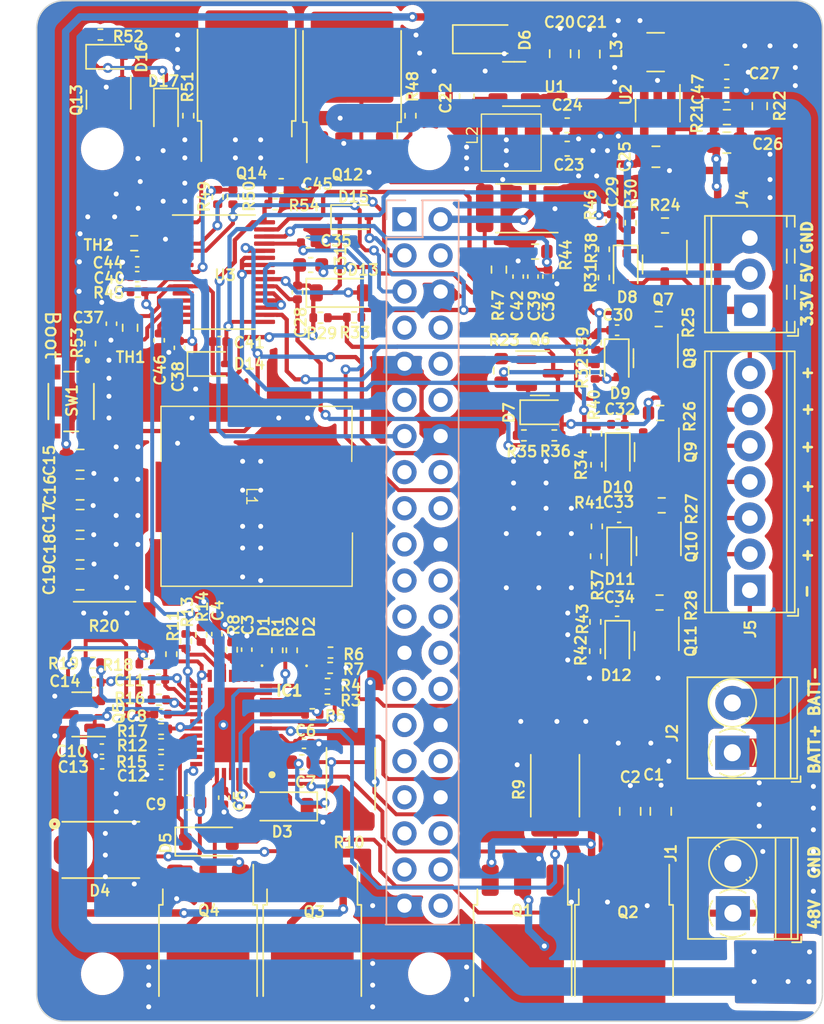
<source format=kicad_pcb>
(kicad_pcb (version 20221018) (generator pcbnew)
  (layers (0 "F.Cu" signal) (31 "B.Cu" signal) (34 "B.Paste" user) (35 "F.Paste" user) (36 "B.SilkS" user "B.Silkscreen") (37 "F.SilkS" user "F.Silkscreen") (38 "B.Mask" user) (39 "F.Mask" user) (44 "Edge.Cuts" user))
  (net 0 "")
  (net 1 "/48V-PV_Li-Ion battery charger(LTC4013)/48_VIN")
  (net 2 "Net-(IC1-SENSBOT)")
  (net 3 "GND")
  (net 4 "Net-(IC1-TIMER)")
  (net 5 "Net-(IC1-RNG{slash}SS)")
  (net 6 "/48V-PV_Li-Ion battery charger(LTC4013)/Vout_Sys_Load")
  (net 7 "/48V-PV_Li-Ion battery charger(LTC4013)/BAT+")
  (net 8 "+5V")
  (net 9 "+3V3")
  (net 10 "/6s2p_Li-Ion battery monitor(BQ76930)/VC5x")
  (net 11 "/6s2p_Li-Ion battery monitor(BQ76930)/VC10x")
  (net 12 "Net-(D12-A)")
  (net 13 "/6s2p_Li-Ion battery monitor(BQ76930)/VC1")
  (net 14 "/6s2p_Li-Ion battery monitor(BQ76930)/3.3V_Reg")
  (net 15 "Net-(D3-K)")
  (net 16 "/ALERT")
  (net 17 "Net-(D4-A)")
  (net 18 "Net-(D1-K)")
  (net 19 "Net-(D1-A)")
  (net 20 "Net-(D2-K)")
  (net 21 "Net-(D2-A)")
  (net 22 "Net-(IC1-SW1)")
  (net 23 "Net-(C10-Pad1)")
  (net 24 "Net-(D5-K)")
  (net 25 "Net-(D6-K)")
  (net 26 "Net-(D7-K)")
  (net 27 "Net-(D7-A)")
  (net 28 "Net-(D8-K)")
  (net 29 "Net-(D8-A)")
  (net 30 "Net-(D9-K)")
  (net 31 "Net-(D9-A)")
  (net 32 "Net-(D10-K)")
  (net 33 "Net-(D10-A)")
  (net 34 "Net-(D11-K)")
  (net 35 "Net-(D11-A)")
  (net 36 "/6s2p_Li-Ion battery monitor(BQ76930)/BAT-")
  (net 38 "/SDA")
  (net 39 "Net-(J5-Pin_7)")
  (net 40 "Net-(IC1-BGATE)")
  (net 41 "Net-(IC1-CSN)")
  (net 42 "Net-(Q6-D)")
  (net 43 "Net-(Q7-D)")
  (net 44 "Net-(Q8-D)")
  (net 45 "Net-(Q9-D)")
  (net 46 "Net-(Q10-D)")
  (net 47 "Net-(Q11-D)")
  (net 48 "Net-(Q12-S)")
  (net 49 "Net-(C11-Pad2)")
  (net 50 "Net-(IC1-CSOUT)")
  (net 51 "Net-(C13-Pad1)")
  (net 52 "Net-(Q5-S)")
  (net 53 "Net-(IC1-VC)")
  (net 54 "Net-(U1-BST)")
  (net 55 "Net-(SW1-A)")
  (net 56 "Net-(IC1-TG1)")
  (net 57 "Net-(IC1-SENSTOP)")
  (net 58 "Net-(IC1-RT)")
  (net 59 "Net-(U2-FB)")
  (net 60 "Net-(U3-VC5B)")
  (net 61 "Net-(IC1-SHDN)")
  (net 62 "Net-(IC1-VIN_REG)")
  (net 64 "Net-(IC1-VFB)")
  (net 65 "Net-(IC1-FBG)")
  (net 66 "Net-(IC1-VFBMAX)")
  (net 67 "Net-(IC1-CSP)")
  (net 69 "Net-(IC1-ITH)")
  (net 70 "Net-(IC1-TG2)")
  (net 71 "Net-(IC1-BG2)")
  (net 72 "Net-(IC1-BG1)")
  (net 73 "Net-(U3-VC9)")
  (net 74 "/48V-PV_Li-Ion battery charger(LTC4013)/INTVcc")
  (net 75 "Net-(U3-VC6)")
  (net 76 "Net-(D13-A)")
  (net 77 "Net-(U3-VC2)")
  (net 78 "Net-(U3-VC0)")
  (net 79 "Net-(U3-SRP)")
  (net 80 "Net-(D14-K)")
  (net 81 "Net-(U3-SRN)")
  (net 82 "Net-(U3-CAP1)")
  (net 83 "Net-(U3-CAP2)")
  (net 84 "Net-(D12-K)")
  (net 85 "Net-(D16-K)")
  (net 86 "Net-(D16-A)")
  (net 87 "Net-(U2-LX)")
  (net 88 "Net-(Q12-D)")
  (net 89 "Net-(Q12-G)")
  (net 90 "Net-(Q13-S)")
  (net 91 "Net-(U3-TS1)")
  (net 92 "Net-(U3-TS2)")
  (net 96 "/SCL")
  (footprint "Resistor_SMD:R_0402_1005Metric" (layer "F.Cu") (at 95.2764 86.8254 -90)
    (fp_text reference "R49")
    (fp_text value "10k")
  )
  (footprint "Resistor_SMD:R_0603_1608Metric" (layer "F.Cu") (at 126.72875 88.83)
    (fp_text reference "R24")
    (fp_text value "100")
  )
  (footprint "Resistor_SMD:R_0402_1005Metric" (layer "F.Cu") (at 90.2772 119.6578 180)
    (fp_text reference "R18")
    (fp_text value "100")
  )
  (footprint "Diode_SMD:D_SOD-323" (layer "F.Cu") (at 123.37 118.23 -90)
    (fp_text reference "D12")
    (fp_text value "BZT52B5V1S")
  )
  (footprint "ECAD_footprint:APSWPA4020S4R7MTF" (layer "F.Cu") (at 114.4172 83.0098)
    (fp_text reference "L2")
    (fp_text value "4.7u")
  )
  (footprint "Capacitor_SMD:C_0603_1608Metric" (layer "F.Cu") (at 119.85 81.79)
    (fp_text reference "C24")
    (fp_text value "22u")
  )
  (footprint "Resistor_SMD:R_0402_1005Metric" (layer "F.Cu") (at 92.0172 118.9678 -90)
    (fp_text reference "R11")
    (fp_text value "24.9k")
  )
  (footprint "Resistor_SMD:R_0402_1005Metric" (layer "F.Cu") (at 102.5064 95.3154 180)
    (fp_text reference "R29")
    (fp_text value "1k")
  )
  (footprint "Resistor_SMD:R_0402_1005Metric" (layer "F.Cu") (at 121.885 103.47 90)
    (fp_text reference "R40")
    (fp_text value "10k")
  )
  (footprint "Resistor_SMD:R_0603_1608Metric" (layer "F.Cu") (at 126.345 115.34)
    (fp_text reference "R28")
    (fp_text value "100")
  )
  (footprint "TerminalBlock_Phoenix:TerminalBlock_Phoenix_MPT-0,5-3-2.54_1x03_P2.54mm_Horizontal" (layer "F.Cu") (at 132.6896 94.7928 90)
    (fp_text reference "J4")
    (fp_text value "Screw_Terminal_01x03")
  )
  (footprint "Resistor_SMD:R_0402_1005Metric" (layer "F.Cu") (at 99.4664 118.6968 90)
    (fp_text reference "R1")
    (fp_text value "2.7k")
  )
  (footprint "Capacitor_SMD:C_0805_2012Metric" (layer "F.Cu") (at 85.6 109.535)
    (fp_text reference "C17")
    (fp_text value "4.7u")
  )
  (footprint "Capacitor_SMD:C_0402_1005Metric" (layer "F.Cu") (at 91.1052 120.7478 180)
    (fp_text reference "C11")
    (fp_text value "1n")
  )
  (footprint "Package_TO_SOT_SMD:TSOT-23-6" (layer "F.Cu") (at 116.12 78.88 180)
    (fp_text reference "U1")
    (fp_text value "AP63205WU")
  )
  (footprint "Capacitor_SMD:C_0402_1005Metric" (layer "F.Cu") (at 117.44 92.42 -90)
    (fp_text reference "C39")
    (fp_text value "100n")
  )
  (footprint "Resistor_SMD:R_0402_1005Metric" (layer "F.Cu") (at 118.9462 103.5868 180)
    (fp_text reference "R36")
    (fp_text value "1k")
  )
  (footprint "Resistor_SMD:R_0402_1005Metric" (layer "F.Cu") (at 102.9922 122.1328 180)
    (fp_text reference "R3")
    (fp_text value "105k")
  )
  (footprint "Capacitor_SMD:C_0603_1608Metric" (layer "F.Cu") (at 131.0776 79.6417)
    (fp_text reference "C47")
    (fp_text value "100n")
  )
  (footprint "TerminalBlock_Phoenix:TerminalBlock_Phoenix_PT-1,5-2-3.5-H_1x02_P3.50mm_Horizontal" (layer "F.Cu") (at 131.46 125.9 90)
    (fp_text reference "J2")
    (fp_text value "Battery ")
  )
  (footprint "Capacitor_SMD:C_0402_1005Metric" (layer "F.Cu") (at 123.36 115.95 180)
    (fp_text reference "C34")
    (fp_text value "220n")
  )
  (footprint "Package_TO_SOT_SMD:TO-252-2" (layer "F.Cu") (at 97.3092 78.1688 90)
    (fp_text reference "Q14")
    (fp_text value "HXY20N10D")
  )
  (footprint "Resistor_SMD:R_0603_1608Metric" (layer "F.Cu") (at 89.4064 90.0754 180)
    (fp_text reference "TH2")
    (fp_text value "10-kΩ NTC 103A")
  )
  (footprint "Package_TO_SOT_SMD:SOT-23" (layer "F.Cu") (at 126.07 98.16 -90)
    (fp_text reference "Q8")
    (fp_text value "DMG2302UK-7")
  )
  (footprint "Resistor_SMD:R_0402_1005Metric" (layer "F.Cu") (at 86.309197 97.136169 -90)
    (fp_text reference "R53")
    (fp_text value "10k")
  )
  (footprint "Capacitor_SMD:C_0805_2012Metric" (layer "F.Cu") (at 119.353 76.7496 90)
    (fp_text reference "C20")
    (fp_text value "10u")
  )
  (footprint "Capacitor_SMD:C_0402_1005Metric" (layer "F.Cu") (at 97.3172 118.6528 90)
    (fp_text reference "C3")
    (fp_text value "200n")
  )
  (footprint "Capacitor_SMD:C_0805_2012Metric" (layer "F.Cu") (at 121.4104 76.775 90)
    (fp_text reference "C21")
    (fp_text value "10u")
  )
  (footprint "Capacitor_SMD:C_0402_1005Metric" (layer "F.Cu") (at 86.5564 120.9554)
    (fp_text reference "C14")
    (fp_text value "1n")
  )
  (footprint "Package_TO_SOT_SMD:SOT-23" (layer "F.Cu") (at 126.70875 91.5675 -90)
    (fp_text reference "Q7")
    (fp_text value "DMG2302UK-7")
  )
  (footprint "Package_SO:TSSOP-30_4.4x7.8mm_P0.5mm" (layer "F.Cu") (at 95.7064 92.1054)
    (fp_text reference "U3")
    (fp_text value "BQ76930DBT")
  )
  (footprint "Resistor_SMD:R_0402_1005Metric" (layer "F.Cu") (at 101.9302 123.1926)
    (fp_text reference "R5")
    (fp_text value "50k")
  )
  (footprint "Capacitor_SMD:C_0805_2012Metric" (layer "F.Cu") (at 85.6 107.385)
    (fp_text reference "C16")
    (fp_text value "4.7u")
  )
  (footprint "Capacitor_SMD:C_0805_2012Metric" (layer "F.Cu") (at 85.6 111.61)
    (fp_text reference "C18")
    (fp_text value "4.7u")
  )
  (footprint "Resistor_SMD:R_0402_1005Metric" (layer "F.Cu") (at 121.905 105.65 90)
    (fp_text reference "R34")
    (fp_text value "1k")
  )
  (footprint "Capacitor_SMD:C_0603_1608Metric" (layer "F.Cu") (at 93.2552 129.4054 180)
    (fp_text reference "C9")
    (fp_text value "1u")
  )
  (footprint "Resistor_SMD:R_0402_1005Metric" (layer "F.Cu") (at 91.1352 122.1766)
    (fp_text reference "R16")
    (fp_text value "24.9k")
  )
  (footprint "Diode_SMD:D_SOD-323" (layer "F.Cu") (at 91.6392 80.8088 -90)
    (fp_text reference "D17")
    (fp_text value "MMSZ5246B")
  )
  (footprint "Capacitor_SMD:C_0805_2012Metric" (layer "F.Cu") (at 85.6 105.31)
    (fp_text reference "C15")
    (fp_text value "4.7u")
  )
  (footprint "Capacitor_SMD:C_0402_1005Metric" (layer "F.Cu") (at 91.1614 96.9004 -90)
    (fp_text reference "C46")
    (fp_text value "1u")
  )
  (footprint "Capacitor_SMD:C_0402_1005Metric" (layer "F.Cu") (at 100.8864 93.5354 90)
    (fp_text reference "C28")
    (fp_text value "220n")
  )
  (footprint "Resistor_SMD:R_0402_1005Metric" (layer "F.Cu") (at 121.82 99.1025 90)
    (fp_text reference "R32")
    (fp_text value "1k")
  )
  (footprint "Capacitor_SMD:C_0402_1005Metric" (layer "F.Cu") (at 116.4 92.42 90)
    (fp_text reference "C42")
    (fp_text value "100n")
  )
  (footprint "Resistor_SMD:R_0402_1005Metric" (layer "F.Cu") (at 96.3464 86.8254 -90)
    (fp_text reference "R50")
    (fp_text value "10k")
  )
  (footprint "Capacitor_SMD:C_0805_2012Metric" (layer "F.Cu") (at 126.43 130.02 90)
    (fp_text reference "C1")
    (fp_text value "4.7u")
  )
  (footprint "Package_TO_SOT_SMD:TO-252-3_TabPin2" (layer "F.Cu") (at 123.8444 139.905 -90)
    (fp_text reference "Q2")
    (fp_text value "TX40N06B")
  )
  (footprint "Resistor_SMD:R_0402_1005Metric" (layer "F.Cu") (at 86.5014 119.5804 180)
    (fp_text reference "R19")
    (fp_text value "100")
  )
  (footprint "Capacitor_SMD:C_0402_1005Metric" (layer "F.Cu") (at 89.6164 91.3854 180)
    (fp_text reference "C44")
    (fp_text value "1u")
  )
  (footprint "Resistor_SMD:R_0603_1608Metric" (layer "F.Cu") (at 126.494643 108.505)
    (fp_text reference "R27")
    (fp_text value "100")
  )
  (footprint "Capacitor_SMD:C_0402_1005Metric" (layer "F.Cu") (at 122.94875 88.52 -90)
    (fp_text reference "C29")
    (fp_text value "220n")
  )
  (footprint "Resistor_SMD:R_0603_1608Metric" (layer "F.Cu") (at 115.2062 99.0168 90)
    (fp_text reference "R23")
    (fp_text value "100")
  )
  (footprint "Resistor_SMD:R_0603_1608Metric" (layer "F.Cu") (at 117.5962 90.6654 180)
    (fp_text reference "R44")
    (fp_text value "100")
  )
  (footprint "Resistor_SMD:R_0402_1005Metric" (layer "F.Cu") (at 121.86 97.0625 90)
    (fp_text reference "R39")
    (fp_text value "10k")
  )
  (footprint "Capacitor_SMD:C_0402_1005Metric" (layer "F.Cu") (at 95.4064 96.9954)
    (fp_text reference "C41")
    (fp_text value "220n")
  )
  (footprint "Capacitor_SMD:C_0402_1005Metric" (layer "F.Cu") (at 87.8064 95.7354 -90)
    (fp_text reference "C37")
    (fp_text value "220n")
  )
  (footprint "myFootprints_IC:QFN50P500X700X80-39N-D" (layer "F.Cu") (at 96.2164 123.9454 180)
    (fp_text reference "IC1")
    (fp_text value "LTC4020EUHF#PBF" hide)
  )
  (footprint "Diode_SMD:D_SOD-323" (layer "F.Cu") (at 118.1525 101.96)
    (fp_text reference "D7")
    (fp_text value "BZT52B5V1S")
  )
  (footprint "Package_TO_SOT_SMD:SOT-23" (layer "F.Cu") (at 85.6889 123.2054 180)
    (fp_text reference "Q5")
    (fp_text value "ZXMP10A13FTA")
  )
  (footprint "Diode_SMD:D_SOD-323" (layer "F.Cu") (at 94.7564 98.5654)
    (fp_text reference "D14")
    (fp_text value "1N4148WS")
  )
  (footprint "Diode_SMD:D_SOD-323" (layer "F.Cu") (at 104.8512 88.2396)
    (fp_text reference "D15")
    (fp_text value "1N4148WS")
  )
  (footprint "Package_TO_SOT_SMD:SOT-23-5" (layer "F.Cu") (at 126.2176 80.7342 -90)
    (fp_text reference "U2")
    (fp_text value "RT8059")
  )
  (footprint "Capacitor_SMD:C_0402_1005Metric" (layer "F.Cu") (at 123.504643 109.345 180)
    (fp_text reference "C33")
    (fp_text value "220n")
  )
  (footprint "Resistor_SMD:R_0402_1005Metric" (layer "F.Cu") (at 94.1172 117.6078 -90)
    (fp_text reference "R14")
    (fp_text value "215k")
  )
  (footprint "Resistor_SMD:R_0402_1005Metric" (layer "F.Cu") (at 93.2092 81.1088 -90)
    (fp_text reference "R51")
    (fp_text value "1M")
  )
  (footprint "LED_SMD:LED_0402_1005Metric" (layer "F.Cu") (at 101.5238 118.6968 90)
    (fp_text reference "D2")
    (fp_text value "GREEN")
  )
  (footprint "Resistor_SMD:R_0603_1608Metric" (layer "F.Cu") (at 126.285 95.4125)
    (fp_text reference "R25")
    (fp_text value "100")
  )
  (footprint "Resistor_SMD:R_2512_6332Metric" (layer "F.Cu") (at 104.6344 127.729 -90)
    (fp_text reference "R10")
    (fp_text value "8m")
  )
  (footprint "Capacitor_SMD:C_0402_1005Metric" (layer "F.Cu") (at 87.13 125.65 180)
    (fp_text reference "C10")
    (fp_text value "10n")
  )
  (footprint "Resistor_SMD:R_2512_6332Metric" (layer "F.Cu") (at 118.999 128.2192 -90)
    (fp_text reference "R9")
    (fp_text value "8m")
  )
  (footprint "Capacitor_SMD:C_0402_1005Metric" (layer "F.Cu") (at 101.3422 125.2328 180)
    (fp_text reference "C6")
    (fp_text value "33p")
  )
  (footprint "myFootprints_Passives:SW_SKRPACE010" (layer "F.Cu") (at 84.969997 101.20532 -90)
    (fp_text reference "SW1")
    (fp_text value "Boot")
  )
  (footprint "Package_TO_SOT_SMD:TO-252-2" (layer "F.Cu") (at 104.7242 78.2538 90)
    (fp_text reference "Q12")
    (fp_text value "HXY20N10D")
  )
  (footprint "Resistor_SMD:R_0402_1005Metric" (layer "F.Cu") (at 121.874643 112.085 90)
    (fp_text reference "R37")
    (fp_text value "1k")
  )
  (footprint "LED_SMD:LED_0402_1005Metric" (layer "F.Cu") (at 98.3922 118.685 90)
    (fp_text reference "D1")
    (fp_text value "RED")
  )
  (footprint "Resistor_SMD:R_0402_1005Metric" (layer "F.Cu") (at 99.34 87.33)
    (fp_text reference "R54")
    (fp_text value "500k")
  )
  (footprint "Resistor_SMD:R_0402_1005Metric" (layer "F.Cu") (at 103.0022 121.0578)
    (fp_text reference "R4")
    (fp_text value "10k")
  )
  (footprint "Package_TO_SOT_SMD:TO-252-3_TabPin2" (layer "F.Cu") (at 94.5964 139.905 -90)
    (fp_text reference "Q4")
    (fp_text value "TX40N06B")
  )
  (footprint "Capacitor_SMD:C_0603_1608Metric" (layer "F.Cu") (at 119.85 83.43)
    (fp_text reference "C23")
    (fp_text value "22u")
  )
  (footprint "Package_TO_SOT_SMD:SOT-23" (layer "F.Cu") (at 126.284643 111.3775 -90)
    (fp_text reference "Q10")
    (fp_text value "DMG2302UK-7")
  )
  (footprint "ECAD_footprint:Raspberry Pi Zero (W) uHAT" (layer "F.Cu") (at 83.6598 79.942 -90)
    (fp_text reference "H1")
    (fp_text value "uHat")
  )
  (footprint "Diode_SMD:D_SOD-123" (layer "F.Cu") (at 99.9139 129.6754 180)
    (fp_text reference "D3")
    (fp_text value "SBR0560S1Q")
  )
  (footprint "Resistor_SMD:R_0402_1005Metric" (layer "F.Cu") (at 121.83 116.7 -90)
    (fp_text reference "R43")
    (fp_text value "10k")
  )
  (footprint "Diode_SMD:D_SOD-123" (layer "F.Cu") (at 103.8664 93.5654)
    (fp_text reference "D13")
    (fp_text value "SBR0560S1Q")
  )
  (footprint "Capacitor_SMD:C_0603_1608Metric" (layer "F.Cu") (at 99.74 86.05)
    (fp_text reference "C45")
    (fp_text value "470p")
  )
  (footprint "Resistor_SMD:R_0603_1608Metric" (layer "F.Cu") (at 133.3876 80.4317 90)
    (fp_text reference "R22")
    (fp_text value "54.9k")
  )
  (footprint "Capacitor_SMD:C_0402_1005Metric" (layer "F.Cu") (at 92.5864 97.4304 -90)
    (fp_text reference "C38")
    (fp_text value "10u")
  )
  (footprint "Package_TO_SOT_SMD:TO-252-3_TabPin2" (layer "F.Cu") (at 116.7144 139.905 -90)
    (fp_text reference "Q1")
    (fp_text value "TX40N06B")
  )
  (footprint "myFootprints_Passives:MBRS360BT3G" (layer "F.Cu") (at 87.0576 132.7328)
    (fp_text reference "D4")
    (fp_text value "MBRS360BT3G")
  )
  (footprint "Inductor_SMD:L_1210_3225Metric" (layer "F.Cu") (at 126.0676 76.6417)
    (fp_text reference "L3")
    (fp_text value "2.2uH")
  )
  (footprint "Resistor_SMD:R_0603_1608Metric" (layer "F.Cu") (at 115.05 91.93 90)
    (fp_text reference "R47")
    (fp_text value "100")
  )
  (footprint "Capacitor_SMD:C_0402_1005Metric" (layer "F.Cu") (at 91.2952 123.1828 180)
    (fp_text reference "C8")
    (fp_text value "100p")
  )
  (footprint "Resistor_SMD:R_0402_1005Metric" (layer "F.Cu") (at 116.8062 103.5868)
    (fp_text reference "R35")
    (fp_text value "10k")
  )
  (footprint "Package_TO_SOT_SMD:SOT-23" (layer "F.Cu") (at 87.6075 79.9846 -90)
    (fp_text reference "Q13")
    (fp_text value "ZXMP10A13FTA")
  )
  (footprint "Capacitor_SMD:C_0805_2012Metric" (layer "F.Cu") (at 131.0776 83.0017)
    (fp_text reference "C26")
    (fp_text value "22p")
  )
  (footprint "Resistor_SMD:R_0402_1005Metric" (layer "F.Cu") (at 103.1822 119.9328)
    (fp_text reference "R7")
    (fp_text value "10k")
  )
  (footprint "Package_TO_SOT_SMD:SOT-23" (layer "F.Cu") (at 126.145 104.76 -90)
    (fp_text reference "Q9")
    (fp_text value "DMG2302UK-7")
  )
  (footprint "Package_TO_SOT_SMD:SOT-23" (layer "F.Cu") (at 117.9262 99.2168)
    (fp_text reference "Q6")
    (fp_text value "DMG2302UK-7")
  )
  (footprint "Diode_SMD:D_SOD-323" (layer "F.Cu") (at 123.95875 91.8425 -90)
    (fp_text reference "D8")
    (fp_text value "BZT52B5V1S")
  )
  (footprint "Resistor_SMD:R_0402_1005Metric" (layer "F.Cu") (at 91.2952 125.2978 180)
    (fp_text reference "R12")
    (fp_text value "56k")
  )
  (footprint "Resistor_SMD:R_0402_1005Metric" (layer "F.Cu") (at 104.8664 95.2854)
    (fp_text reference "R33")
    (fp_text value "1k")
  )
  (footprint "ECAD_footprint:HCM1A1307V2-220-R" (layer "F.Cu") (at 105.1076 107.9074 180)
    (fp_text reference "L1")
    (fp_text value "22uH")
  )
  (footprint "Diode_SMD:D_SOD-323" (layer "F.Cu") (at 123.504643 111.6675 -90)
    (fp_text reference "D11")
    (fp_text value "BZT52B5V1S")
  )
  (footprint "Capacitor_SMD:C_0402_1005Metric" (layer "F.Cu") (at 123.36 96.1925 180)
    (fp_text reference "C30")
    (fp_text value "220n")
  )
  (footprint "Resistor_SMD:R_0402_1005Metric" (layer "F.Cu") (at 122.42875 90.5 -90)
    (fp_text reference "R38")
    (fp_text value "10k")
  )
  (footprint "TerminalBlock_Phoenix:TerminalBlock_Phoenix_MPT-0,5-7-2.54_1x07_P2.54mm_Horizontal" (layer "F.Cu") (at 132.6896 114.4778 90)
    (fp_text reference "J5")
    (fp_text value "Screw_Terminal_01x07")
  )
  (footprint "Capacitor_SMD:C_0805_2012Metric" (layer "F.Cu") (at 124.28 130.02 90)
    (fp_text reference "C2")
    (fp_text value "4.7u")
  )
  (footprint "Capacitor_SMD:C_0402_1005Metric" (layer "F.Cu") (at 123.415 102.81 180)
    (fp_text reference "C32")
    (fp_text value "220n")
  )
  (footprint "Diode_SMD:D_SOD-123F" (layer "F.Cu") (at 114.016 75.7336)
    (fp_text reference "D6")
    (fp_text value "D_Schottky")
  )
  (footprint "Capacitor_SMD:C_0402_1005Metric" (layer "F.Cu") (at 87.15 126.68 180)
    (fp_text reference "C13")
    (fp_text value "680p")
  )
  (footprint "Capacitor_SMD:C_0603_1608Metric" (layer "F.Cu") (at 101.19 126.56 180)
    (fp_text reference "C7")
    (fp_text value "1u")
  )
  (footprint "Resistor_SMD:R_0402_1005Metric" (layer "F.Cu") (at 121.81 118.76 90)
    (fp_text reference "R42")
    (fp_text value "1k")
  )
  (footprint "Capacitor_SMD:C_0402_1005Metric" (layer "F.Cu") (at 91.2952 127.4228 180)
    (fp_text reference "C12")
    (fp_text value "68p")
  )
  (footprint "Capacitor_SMD:C_0805_2012Metric" (layer "F.Cu") (at 126.0876 83.9967)
    (fp_text reference "C25")
    (fp_text value "4.7u")
  )
  (footprint "Capacitor_SMD:C_0402_1005Metric" (layer "F.Cu") (at 95.2172 117.5578 90)
    (fp_text reference "C4")
    (fp_text value "200n")
  )
  (footprint "Resistor_SMD:R_0402_1005Metric" (layer "F.Cu") (at 89.6564 93.4854 180)
    (fp_text reference "R45")
    (fp_text value "1k")
  )
  (footprint "Resistor_SMD:R_0402_1005Metric" (layer "F.Cu") (at 93.0422 118.0578 90)
    (fp_text reference "R13")
    (fp_text value "24.9k")
  )
  (footprint "Resistor_SMD:R_0402_1005Metric" (layer "F.Cu") (at 121.934643 109.985 90)
    (fp_text reference "R41")
    (fp_text value "10k")
  )
  (footprint "Resistor_SMD:R_2512_6332Metric" (layer "F.Cu") (at 87.3239 116.9954 180)
    (fp_text reference "R20")
    (fp_text value "20m")
  )
  (footprint "Capacitor_SMD:C_0402_1005Metric" (layer "F.Cu") (at 101.61 90.04)
    (fp_text reference "C35")
    (fp_text value "220n")
  )
  (footprint "Capacitor_SMD:C_0603_1608Metric" (layer "F.Cu") (at 131.0676 78.0417)
    (fp_text reference "C27")
    (fp_text value "22u")
  )
  (footprint "Capacitor_SMD:C_0603_1608Metric" (layer "F.Cu") (at 101.8138 91.6054 180)
    (fp_text reference "C31")
    (fp_text value "1u")
  )
  (footprint "Resistor_SMD:R_0402_1005Metric" (layer "F.Cu") (at 124.30875 88.64 -90)
    (fp_text reference "R30")
    (fp_text value "1k")
  )
  (footprint "Resistor_SMD:R_0603_1608Metric" (layer "F.Cu") (at 89.1164 96.0204 90)
    (fp_text reference "TH1")
    (fp_text value "10-kΩ NTC 103A")
  )
  (footprint "Capacitor_SMD:C_0402_1005Metric" (layer "F.Cu") (at 89.6164 92.4254 180)
    (fp_text reference "C40")
    (fp_text value "4.7u")
  )
  (footprint "Resistor_SMD:R_0402_1005Metric" (layer "F.Cu") (at 108.8292 81.1088 -90)
    (fp_text reference "R48")
    (fp_text value "1M")
  )
  (footprint "Capacitor_SMD:C_0805_2012Metric" (layer "F.Cu") (at 85.6 113.71)
    (fp_text reference "C19")
    (fp_text value "22U")
  )
  (footprint "Resistor_SMD:R_0402_1005Metric" (layer "F.Cu") (at 87.0275 75.4071 180)
    (fp_text reference "R52")
    (fp_text value "1M")
  )
  (footprint "Package_TO_SOT_SMD:TO-252-3_TabPin2" (layer "F.Cu") (at 101.925 139.905 -90)
    (fp_text reference "Q3")
    (fp_text value "TX40N06B")
  )
  (footprint "Capacitor_SMD:C_0402_1005Metric" (layer "F.Cu") (at 118.5 92.42 90)
    (fp_text reference "C36")
    (fp_text value "100n")
  )
  (footprint "Resistor_SMD:R_0402_1005Metric" (layer "F.Cu") (at 96.2672 118.6578 90)
    (fp_text reference "R8")
    (fp_text value "10k")
  )
  (footprint "Resistor_SMD:R_0603_1608Metric" (layer "F.Cu") (at 131.0776 81.2117)
    (fp_text reference "R21")
    (fp_text value "249k")
  )
  (footprint "Connector_PinSocket_2.54mm:PinSocket_2x20_P2.54mm_Vertical" (layer "F.Cu") (at 108.4098 88.392)
    (fp_text reference "J6" hide)
    (fp_text value "RPI Zero 2W header pins")
  )
  (footprint "Resistor_SMD:R_0603_1608Metric" (layer "F.Cu") (at 126.395 102.01)
    (fp_text reference "R26")
    (fp_text value "100")
  )
  (footprint "Diode_SMD:D_SOD-323" (layer "F.Cu") (at 123.405 105.03 -90)
    (fp_text reference "D10")
    (fp_text value "BZT52B5V1S")
  )
  (footprint "Capacitor_SMD:C_0603_1608Metric" (layer "F.Cu") (at 112.79 79.735 -90)
    (fp_text reference "C22")
    (fp_text value "100n")
  )
  (footprint "Resistor_SMD:R_0402_1005Metric" (layer "F.Cu") (at 100.4836 118.6968 90)
    (fp_text reference "R2")
    (fp_text value "2.7k")
  )
  (footprint "Resistor_SMD:R_0402_1005Metric" (layer "F.Cu") (at 91.2952 124.2328 180)
    (fp_text reference "R17")
    (fp_text value "215k")
  )
  (footprint "Resistor_SMD:R_0402_1005Metric" (layer "F.Cu") (at 122.42875 92.49 90)
    (fp_text reference "R31")
    (fp_text value "1k")
  )
  (footprint "Package_TO_SOT_SMD:SOT-23" (layer "F.Cu") (at 126.14 118.0475 -90)
    (fp_text reference "Q11")
    (fp_text value "DMG2302UK-7")
  )
  (footprint "Resistor_SMD:R_0402_1005Metric" (layer "F.Cu") (at 103.2072 118.8578 180)
    (fp_text reference "R6")
    (fp_text value "56k")
  )
  (footprint "Resistor_SMD:R_2512_6332Metric" (layer "F.Cu") (at 117.012 87.6174)
    (fp_text reference "R46")
    (fp_text value "1.5m")
  )
  (footprint "Diode_SMD:D_SOD-323" (layer "F.Cu") (at 123.33 98.4325 -90)
    (fp_text reference "D9")
    (fp_text value "BZT52B5V1S")
  )
  (footprint "Capacitor_SMD:C_0402_1005Metric" (layer "F.Cu") (at 95.7072 129.06 -90)
    (fp_text reference "C5")
    (fp_text value "10u")
  )
  (footprint "Resistor_SMD:R_0402_1005Metric" (layer "F.Cu") (at 91.2952 126.3978 180)
    (fp_text reference "R15")
    (fp_text value "47k")
  )
  (footprint "Diode_SMD:D_SOD-323" (layer "F.Cu") (at 87.63 76.9671)
    (fp_text reference "D16")
    (fp_text value "1N4148WS\n")
  )
  (footprint "TerminalBlock_Phoenix:TerminalBlock_Phoenix_PT-1,5-2-3.5-H_1x02_P3.50mm_Horizontal" (layer "F.Cu") (at 131.5 137.18 90)
    (fp_text reference "J1")
    (fp_text value "Solar array")
  )
  (footprint "Diode_SMD:D_SOD-123" (layer "F.Cu") (at 94.6522 132.1486)
    (fp_text reference "D5")
    (fp_text value "SBR0560S1Q")
  )
  (gr_line (start 84.455 73.025) (end 135.89 73.025) (stroke (width 0.1)) (layer "Edge.Cuts"))
  (gr_line (start 135.89 144.78) (end 84.455 144.78) (stroke (width 0.1)) (layer "Edge.Cuts"))
  (gr_arc (start 137.795 142.875) (mid 137.237038 144.222038) (end 135.89 144.78) (stroke (width 0.1)) (layer "Edge.Cuts"))
  (gr_line (start 82.55 142.875) (end 82.55 74.93) (stroke (width 0.1)) (layer "Edge.Cuts"))
  (gr_arc (start 84.455 144.78) (mid 83.107962 144.222038) (end 82.55 142.875) (stroke (width 0.1)) (layer "Edge.Cuts"))
  (gr_line (start 137.795 74.93) (end 137.795 142.875) (stroke (width 0.1)) (layer "Edge.Cuts"))
  (gr_arc (start 135.89 73.025) (mid 137.237038 73.582962) (end 137.795 74.93) (stroke (width 0.1)) (layer "Edge.Cuts"))
  (gr_arc (start 82.55 74.93) (mid 83.107962 73.582962) (end 84.455 73.025) (stroke (width 0.1)) (layer "Edge.Cuts"))
  (gr_text "3.3V" (at 137.16 96.012 90) (layer "F.SilkS") (effects (font (size 0.75 0.75) (thickness 0.1875) bold) (justify left bottom)))
  (gr_text "5V" (at 137.16 92.964 90) (layer "F.SilkS") (effects (font (size 0.75 0.75) (thickness 0.1875) bold) (justify left bottom)))
  (gr_text "+" (at 137.15 112.61 90) (layer "F.SilkS") (effects (font (size 0.75 0.75) (thickness 0.1875) bold) (justify left bottom)))
  (gr_text "BATT-" (at 137.668 123.444 90) (layer "F.SilkS") (effects (font (size 0.75 0.75) (thickness 0.1875) bold) (justify left bottom)))
  (gr_text "BATT+" (at 137.668 127.508 90) (layer "F.SilkS") (effects (font (size 0.75 0.75) (thickness 0.1875) bold) (justify left bottom)))
  (gr_text "Boot" (at 83.07 94.74 270) (layer "F.SilkS") (effects (font (size 1 1)) (justify left bottom)))
  (gr_text "+" (at 137.17 102.36 90) (layer "F.SilkS") (effects (font (size 0.75 0.75) (thickness 0.1875) bold) (justify left bottom)))
  (gr_text "+" (at 137.17 107.77 90) (layer "F.SilkS") (effects (font (size 0.75 0.75) (thickness 0.1875) bold) (justify left bottom)))
  (gr_text "GND" (at 137.16 90.932 90) (layer "F.SilkS") (effects (font (size 0.75 0.75) (thickness 0.1875) bold) (justify left bottom)))
  (gr_text "GND" (at 137.668 134.874 90) (layer "F.SilkS") (effects (font (size 0.75 0.75) (thickness 0.1875) bold) (justify left bottom)))
  (gr_text "-" (at 137.1 115.14 90) (layer "F.SilkS") (effects (font (size 0.75 0.75) (thickness 0.1875) bold) (justify left bottom)))
  (gr_text "+" (at 137.17 110.14 90) (layer "F.SilkS") (effects (font (size 0.75 0.75) (thickness 0.1875) bold) (justify left bottom)))
  (gr_text "+" (at 137.15 105 90) (layer "F.SilkS") (effects (font (size 0.75 0.75) (thickness 0.1875) bold) (justify left bottom)))
  (gr_text "48V" (at 137.668 138.43 90) (layer "F.SilkS") (effects (font (size 0.75 0.75) (thickness 0.1875) bold) (justify left bottom)))
  (gr_text "+" (at 137.15 99.78 90) (layer "F.SilkS") (effects (font (size 0.75 0.75) (thickness 0.1875) bold) (justify left bottom)))
  (segment (start 103.325 123.415) (end 102.81 123.93) (width 0.275) (layer "F.Cu") (net 1))
  (segment (start 112.94 123.26) (end 112.94 124.57) (width 0.52) (layer "F.Cu") (net 1))
  (segment (start 101.169384 123.93) (end 100.934784 123.6954) (width 0.275) (layer "F.Cu") (net 1))
  (segment (start 105.156 122.1328) (end 105.156 119.126) (width 0.275) (layer "F.Cu") (net 1))
  (segment (start 122.87 126.4) (end 122.87 130.61) (width 0.52) (layer "F.Cu") (net 1))
  (segment (start 100.934784 123.6954) (end 98.6664 123.6954) (width 0.275) (layer "F.Cu") (net 1))
  (segment (start 96.7164 128.479718) (end 96.7164 127.3954) (width 0.275) (layer "F.Cu") (net 1))
  (segment (start 112.5495 122.5995) (end 112.94 122.99) (width 0.275) (layer "F.Cu") (net 1))
  (segment (start 112.94 122.99) (end 112.94 123.26) (width 0.275) (layer "F.Cu") (net 1))
  (segment (start 106.9695 122.5995) (end 112.5495 122.5995) (width 0.275) (layer "F.Cu") (net 1))
  (segment (start 121.7267 125.2567) (end 122.87 126.4) (width 0.52) (layer "F.Cu") (net 1))
  (segment (start 105.156 122.1328) (end 106.5028 122.1328) (width 0.275) (layer "F.Cu") (net 1))
  (segment (start 105.156 119.126) (end 104.902 118.872) (width 0.275) (layer "F.Cu") (net 1))
  (segment (start 97.048341 128.811659) (end 96.7164 128.479718) (width 0.275) (layer "F.Cu") (net 1))
  (segment (start 103.7314 118.872) (end 103.7172 118.8578) (width 0.275) (layer "F.Cu") (net 1))
  (segment (start 103.5022 123.2378) (end 103.5022 122.1328) (width 0.275) (layer "F.Cu") (net 1))
  (segment (start 123.23 130.97) (end 124.28 130.97) (width 0.52) (layer "F.Cu") (net 1))
  (segment (start 102.81 123.93) (end 101.169384 123.93) (width 0.275) (layer "F.Cu") (net 1))
  (segment (start 118.999 125.2567) (end 121.7267 125.2567) (width 0.52) (layer "F.Cu") (net 1))
  (segment (start 122.87 130.61) (end 123.23 130.97) (width 0.52) (layer "F.Cu") (net 1))
  (segment (start 103.5022 122.1328) (end 105.156 122.1328) (width 0.275) (layer "F.Cu") (net 1))
  (segment (start 113.6267 125.2567) (end 118.999 125.2567) (width 0.52) (layer "F.Cu") (net 1))
  (segment (start 106.5028 122.1328) (end 106.9695 122.5995) (width 0.275) (layer "F.Cu") (net 1))
  (segment (start 104.902 118.872) (end 103.7314 118.872) (width 0.275) (layer "F.Cu") (net 1))
  (segment (start 112.94 124.57) (end 113.6267 125.2567) (width 0.52) (layer "F.Cu") (net 1))
  (segment (start 103.325 123.415) (end 103.5022 123.2378) (width 0.275) (layer "F.Cu") (net 1))
  (via (at 97.048341 128.811659) (size 0.7) (drill 0.35) (layers "F.Cu" "B.Cu") (net 1))
  (via (at 103.325 123.415) (size 0.7) (drill 0.35) (layers "F.Cu" "B.Cu") (net 1))
  (segment (start 103.325 123.415) (end 103.0451 123.6949) (width 0.275) (layer "B.Cu") (net 1))
  (segment (start 96.878292 128.64161) (end 97.048341 128.811659) (width 0.275) (layer "B.Cu") (net 1))
  (segment (start 96.878292 124.551708) (end 96.878292 128.64161) (width 0.275) (layer "B.Cu") (net 1))
  (segment (start 103.0451 123.6949) (end 97.7351 123.6949) (width 0.275) (layer "B.Cu") (net 1))
  (segment (start 97.7351 123.6949) (end 96.878292 124.551708) (width 0.275) (layer "B.Cu") (net 1))
  (segment (start 107.26 127.75) (end 121.65 127.75) (width 0.275) (layer "F.Cu") (net 2))
  (segment (start 100.8622 125.0978) (end 101.3747 124.5853) (width 0.275) (layer "F.Cu") (net 2))
  (segment (start 106.6265 124.7665) (end 106.92 125.06) (width 0.275) (layer "F.Cu") (net 2))
  (segment (start 98.6664 124.6964) (end 98.6779 124.7079) (width 0.275) (layer "F.Cu") (net 2))
  (segment (start 106.92 125.06) (end 106.92 127.41) (width 0.275) (layer "F.Cu") (net 2))
  (segment (start 104.4532 124.5853) (end 104.6344 124.7665) (width 0.275) (layer "F.Cu") (net 2))
  (segment (start 100.2828 125.2328) (end 100.8622 125.2328) (width 0.275) (layer "F.Cu") (net 2))
  (segment (start 122.2 128.3) (end 122.2 132.8) (width 0.275) (layer "F.Cu") (net 2))
  (segment (start 100.8622 125.2328) (end 100.8622 125.0978) (width 0.275) (layer "F.Cu") (net 2))
  (segment (start 104.6344 124.7665) (end 106.6265 124.7665) (width 0.275) (layer "F.Cu") (net 2))
  (segment (start 98.6664 124.6954) (end 98.6664 124.6964) (width 0.275) (layer "F.Cu") (net 2))
  (segment (start 125.7 133.18) (end 126.1244 133.6044) (width 0.275) (layer "F.Cu") (net 2))
  (segment (start 99.7579 124.7079) (end 100.2828 125.2328) (width 0.275) (layer "F.Cu") (net 2))
  (segment (start 98.6779 124.7079) (end 99.7579 124.7079) (width 0.275) (layer "F.Cu") (net 2))
  (segment (start 121.65 127.75) (end 122.2 128.3) (width 0.275) (layer "F.Cu") (net 2))
  (segment (start 106.92 127.41) (end 107.26 127.75) (width 0.275) (layer "F.Cu") (net 2))
  (segment (start 122.2 132.8) (end 122.58 133.18) (width 0.275) (layer "F.Cu") (net 2))
  (segment (start 126.1244 133.6044) (end 126.1244 134.865) (width 0.275) (layer "F.Cu") (net 2))
  (segment (start 101.3747 124.5853) (end 104.4532 124.5853) (width 0.275) (layer "F.Cu") (net 2))
  (segment (start 122.58 133.18) (end 125.7 133.18) (width 0.275) (layer "F.Cu") (net 2))
  (segment (start 86.55 105.31) (end 86.55 106.24) (width 0.52) (layer "F.Cu") (net 3))
  (segment (start 132.7167 79.6067) (end 133.3876 79.6067) (width 0.52) (layer "F.Cu") (net 3))
  (segment (start 124.28 128.22) (end 124.29 128.21) (width 0.52) (layer "F.Cu") (net 3))
  (segment (start 95.800964 116.889036) (end 95.405964 116.889036) (width 0.52) (layer "F.Cu") (net 3))
  (segment (start 91.4704 97.3804) (end 91.84 97.75) (width 0.52) (layer "F.Cu") (net 3))
  (segment (start 116.7712 90.9488) (end 116.4 91.32) (width 0.52) (layer "F.Cu") (net 3))
  (segment (start 94.5164 125.6954) (end 95.673841 124.537959) (width 0.275) (layer "F.Cu") (net 3))
  (segment (start 109.6098 103.4598) (end 109.93 103.78) (width 0.3) (layer "F.Cu") (net 3))
  (segment (start 120.625 83.43) (end 120.625 82.765) (width 0.52) (layer "F.Cu") (net 3))
  (segment (start 104.2872 119.9328) (end 104.3 119.92) (width 0.52) (layer "F.Cu") (net 3))
  (segment (start 86.55 107.385) (end 86.55 108.49) (width 0.52) (layer "F.Cu") (net 3))
  (segment (start 96.923841 125.1954) (end 95.673841 123.9454) (width 0.275) (layer "F.Cu") (net 3))
  (segment (start 86.67 126.68) (end 86.67 126.13) (width 0.52) (layer "F.Cu") (net 3))
  (segment (start 88.5814 90.0754) (end 87.7346 90.0754) (width 0.52) (layer "F.Cu") (net 3))
  (segment (start 86.65 125.65) (end 86.65 126.07) (width 0.52) (layer "F.Cu") (net 3))
  (segment (start 87.7346 90.0754) (end 87.72 90.09) (width 0.52) (layer "F.Cu") (net 3))
  (segment (start 86.6575 79.0471) (end 87.3871 79.0471) (width 0.52) (layer "F.Cu") (net 3))
  (segment (start 120.625 81.79) (end 120.625 82.715) (width 0.52) (layer "F.Cu") (net 3))
  (segment (start 93.7664 125.6954) (end 94.5164 125.6954) (width 0.275) (layer "F.Cu") (net 3))
  (segment (start 98.6664 121.6954) (end 97.923841 121.6954) (width 0.275) (layer "F.Cu") (net 3))
  (segment (start 87.8064 96.2154) (end 87.8064 96.8536) (width 0.52) (layer "F.Cu") (net 3))
  (segment (start 109.93 103.83) (end 110.7518 103.83) (width 0.3) (layer "F.Cu") (net 3))
  (segment (start 100.515 86.05) (end 101.286 86.05) (width 0.52) (layer "F.Cu") (net 3))
  (segment (start 119.9745 87.6174) (end 119.0226 87.6174) (width 0.52) (layer "F.Cu") (net 3))
  (segment (start 118.5 92.9) (end 119.1 92.9) (width 0.52) (layer "F.Cu") (net 3))
  (segment (start 86.67 126.13) (end 86.69 126.11) (width 0.52) (layer "F.Cu") (net 3))
  (segment (start 87.3871 79.0471) (end 87.44 79.1) (width 0.52) (layer "F.Cu") (net 3))
  (segment (start 132.1483 79.6417) (end 131.8526 79.6417) (width 0.52) (layer "F.Cu") (net 3))
  (segment (start 89.9272 123.1828) (end 89.6 123.51) (width 0.275) (layer "F.Cu") (net 3))
  (segment (start 102.684624 90.04) (end 102.83 89.894624) (width 0.3) (layer "F.Cu") (net 3))
  (segment (start 88.6146 91.3854) (end 88.59 91.41) (width 0.52) (layer "F.Cu") (net 3))
  (segment (start 92.0004 97.9104) (end 91.84 97.75) (width 0.52) (layer "F.Cu") (net 3))
  (segment (start 95.673841 124.537959) (end 95.673841 123.9454) (width 0.275) (layer "F.Cu") (net 3))
  (segment (start 100.33 87.33) (end 99.85 87.33) (width 0.52) (layer "F.Cu") (net 3))
  (segment (start 92.3164 134.865) (end 92.3164 136.0864) (width 0.52) (layer "F.Cu") (net 3))
  (segment (start 115.416 76.736) (end 115.43 76.75) (width 0.52) (layer "F.Cu") (net 3))
  (segment (start 86.55 112.6) (end 86.58 112.63) (width 0.52) (layer "F.Cu") (net 3))
  (segment (start 126.2176 79.5967) (end 126.2176 78.6476) (width 0.52) (layer "F.Cu") (net 3))
  (segment (start 96.2672 117.5028) (end 96.28 117.49) (width 0.52) (layer "F.Cu") (net 3))
  (segment (start 92.5864 97.9104) (end 92.0004 97.9104) (width 0.52) (layer "F.Cu") (net 3))
  (segment (start 89.1364 91.3854) (end 88.6146 91.3854) (width 0.52) (layer "F.Cu") (net 3))
  (segment (start 90.3172 127.4228) (end 90.3 127.44) (width 0.52) (layer "F.Cu") (net 3))
  (segment (start 95.7072 130.0572) (end 95.72 130.07) (width 0.275) (layer "F.Cu") (net 3))
  (segment (start 119.1 92.9) (end 119.13 92.93) (width 0.52) (layer "F.Cu") (net 3))
  (segment (start 86.55 108.49) (end 86.52 108.52) (width 0.52) (layer "F.Cu") (net 3))
  (segment (start 124.28 129.07) (end 124.28 128.22) (width 0.52) (layer "F.Cu") (net 3))
  (segment (start 114.9825 77.93) (end 114.12 77.93) (width 0.52) (layer "F.Cu") (net 3))
  (segment (start 91.791029 89.6054) (end 91.604029 89.7924) (width 0.275) (layer "F.Cu") (net 3))
  (segment (start 121.4104 75.0596) (end 121.42 75.05) (width 0.52) (layer "F.Cu") (net 3))
  (segment (start 86.65 126.07) (end 86.69 126.11) (width 0.52) (layer "F.Cu") (net 3))
  (segment (start 104.1022 121.0578) (end 104.13 121.03) (width 0.52) (layer "F.Cu") (net 3))
  (segment (start 119.0226 87.6174) (end 118.99 87.65) (width 0.52) (layer "F.Cu") (net 3))
  (segment (start 90.8152 127.4228) (end 90.3172 127.4228) (width 0.52) (layer "F.Cu") (net 3))
  (segment (start 115.416 75.7336) (end 115.416 76.736) (width 0.52) (layer "F.Cu") (net 3))
  (segment (start 101.8222 125.2328) (end 102.3505 125.2328) (width 0.52) (layer "F.Cu") (net 3))
  (segment (start 86.55 109.535) (end 86.55 108.55) (width 0.52) (layer "F.Cu") (net 3))
  (segment (start 95.405964 116.889036) (end 95.2172 117.0778) (width 0.52) (layer "F.Cu") (net 3))
  (segment (start 121.4104 75.825) (end 121.4104 75.0596) (width 0.52) (layer "F.Cu") (net 3))
  (segment (start 86.55 106.28) (end 86.57 106.26) (width 0.52) (layer "F.Cu") (net 3))
  (segment (start 86.55 112.66) (end 86.58 112.63) (width 0.52) (layer "F.Cu") (net 3))
  (segment (start 91.1614 97.3804) (end 91.4704 97.3804) (width 0.52) (layer "F.Cu") (net 3))
  (segment (start 102.3505 125.2328) (end 102.39 125.2723) (width 0.52) (layer "F.Cu") (net 3))
  (segment (start 104.6344 130.6915) (end 102.7585 130.6915) (width 0.52) (layer "F.Cu") (net 3))
  (segment (start 109.6098 99.0898) (end 109.6098 103.4598) (width 0.3) (layer "F.Cu") (net 3))
  (segment (start 97.3172 118.1728) (end 97.3172 117.7028) (width 0.52) (layer "F.Cu") (net 3))
  (segment (start 100.515 87.145) (end 100.33 87.33) (width 0.52) (layer "F.Cu") (net 3))
  (segment (start 100.515 86.05) (end 100.515 87.145) (width 0.52) (layer "F.Cu") (net 3))
  (segment (start 101.286 86.05) (end 101.31 86.026) (width 0.52) (layer "F.Cu") (net 3))
  (segment (start 92.8439 89.6054) (end 91.791029 89.6054) (width 0.275) (layer "F.Cu") (net 3))
  (segment (start 127.0376 84.9676) (end 127.04 84.97) (width 0.52) (layer "F.Cu") (net 3))
  (segment (start 86.55 109.535) (end 86.55 110.56) (width 0.52) (layer "F.Cu") (net 3))
  (segment (start 126.2176 78.6476) (end 126.2 78.63) (width 0.52) (layer "F.Cu") (net 3))
  (segment (start 131.8426 78.0417) (end 132.5717 78.0417) (width 0.52) (layer "F.Cu") (net 3))
  (segment (start 116.4 91.94) (end 116.4 91.32) (width 0.52) (layer "F.Cu") (net 3))
  (segment (start 87.8064 96.8536) (end 87.77 96.89) (width 0.52) (layer "F.Cu") (net 3))
  (segment (start 95.7072 129.54) (end 95.7072 130.0572) (width 0.275) (layer "F.Cu") (net 3))
  (segment (start 98.6664 125.6954) (end 98.6664 125.1954) (width 0.275) (layer "F.Cu") (net 3))
  (segment (start 102.09 90.04) (end 102.684624 90.04) (width 0.3) (layer "F.Cu") (net 3))
  (segment (start 98.6664 125.1954) (end 96.923841 125.1954) (width 0.275) (layer "F.Cu") (net 3))
  (segment (start 126.43 128.2) (end 126.45 128.18) (width 0.52) (layer "F.Cu") (net 3))
  (segment (start 109.93 103.78) (end 109.93 103.83) (width 0.3) (layer "F.Cu") (net 3))
  (segment (start 132.45 79.34) (end 132.1483 79.6417) (width 0.52) (layer "F.Cu") (net 3))
  (segment (start 96.2164 124.487959) (end 95.673841 123.9454) (width 0.275) (layer "F.Cu") (net 3))
  (segment (start 114.12 77.93) (end 114.08 77.97) (width 0.52) (layer "F.Cu") (net 3))
  (segment (start 103.6922 119.9328) (end 104.2872 119.9328) (width 0.52) (layer "F.Cu") (net 3))
  (segment (start 120.625 82.715) (end 120.65 82.74) (width 0.52) (layer "F.Cu") (net 3))
  (segment (start 102.438377 123.1926) (end 102.239561 122.993784) (width 0.52) (layer "F.Cu") (net 3))
  (segment (start 97.923841 121.6954) (end 95.673841 123.9454) (width 0.275) (layer "F.Cu") (net 3))
  (segment (start 97.3172 117.7028) (end 97.33 117.69) (width 0.52) (layer "F.Cu") (net 3))
  (segment (start 109.072 98.552) (end 109.6098 99.0898) (width 0.3) (layer "F.Cu") (net 3))
  (segment (start 86.55 110.56) (end 86.56 110.57) (width 0.52) (layer "F.Cu") (net 3))
  (segment (start 110.7518 103.83) (end 110.9498 103.632) (width 0.3) (layer "F.Cu") (net 3))
  (segment (start 86.55 108.55) (end 86.52 108.52) (width 0.52) (layer "F.Cu") (net 3))
  (segment (start 127.0376 83.9967) (end 127.0376 84.9676) (width 0.52) (layer "F.Cu") (net 3))
  (segment (start 116.7712 90.6654) (end 116.7712 90.9488) (width 0.52) (layer "F.Cu") (net 3))
  (segment (start 102.7585 130.6915) (end 102.67 130.78) (width 0.52) (layer "F.Cu") (net 3))
  (segment (start 86.55 111.61) (end 86.55 112.6) (width 0.52) (layer "F.Cu") (net 3))
  (segment (start 126.43 129.07) (end 126.43 128.2) (width 0.52) (layer "F.Cu") (net 3))
  (segment (start 108.4098 98.552) (end 109.072 98.552) (width 0.3) (layer "F.Cu") (net 3))
  (segment (start 132.45 79.34) (end 132.7167 79.6067) (width 0.52) (layer "F.Cu") (net 3))
  (segment (start 86.55 111.61) (end 86.55 110.58) (width 0.52) (layer "F.Cu") (net 3))
  (segment (start 102.4402 123.1926) (end 102.438377 123.1926) (width 0.52) (layer "F.Cu") (net 3))
  (segment (start 88.5254 92.4254) (end 88.51 92.41) (width 0.52) (layer "F.Cu") (net 3))
  (segment (start 86.55 107.385) (end 86.55 106.28) (width 0.52) (layer "F.Cu") (net 3))
  (segment (start 103.5122 121.0578) (end 104.1022 121.0578) (width 0.52) (layer "F.Cu") (net 3))
  (segment (start 86.55 110.58) (end 86.56 110.57) (width 0.52) (layer "F.Cu") (net 3))
  (segment (start 119.353 75.7996) (end 119.353 74.977) (width 0.52) (layer "F.Cu") (net 3))
  (segment (start 92.3164 136.0864) (end 92.39 136.16) (width 0.52) (layer "F.Cu") (net 3))
  (segment (start 96.2672 118.1478) (end 96.2672 117.5028) (width 0.52) (layer "F.Cu") (net 3))
  (segment (start 119.353 74.977) (end 119.36 74.97) (width 0.52) (layer "F.Cu") (net 3))
  (segment (start 90.8152 123.1828) (end 89.9272 123.1828) (width 0.275) (layer "F.Cu") (net 3))
  (segment (start 120.625 82.765) (end 120.65 82.74) (width 0.52) (layer "F.Cu") (net 3))
  (segment (start 89.1364 92.4254) (end 88.5254 92.4254) (width 0.52) (layer "F.Cu") (net 3))
  (segment (start 96.2164 127.3954) (end 96.2164 124.487959) (width 0.275) (layer "F.Cu") (net 3))
  (segment (start 86.55 106.24) (end 86.57 106.26) (width 0.52) (layer "F.Cu") (net 3))
  (segment (start 86.55 113.71) (end 86.55 112.66) (width 0.52) (layer "F.Cu") (net 3))
  (segment (start 132.5717 78.0417) (end 132.58 78.05) (width 0.52) (layer "F.Cu") (net 3))
  (via (at 134.112 83.82) (size 0.7) (drill 0.35) (layers "F.Cu" "B.Cu") (net 3))
  (via (at 114.08 77.97) (size 0.7) (drill 0.35) (layers "F.Cu" "B.Cu") (net 3))
  (via (at 132.334 76.2) (size 0.7) (drill 0.35) (layers "F.Cu" "B.Cu") (net 3))
  (via (at 125.73 125.222) (size 0.7) (drill 0.35) (layers "F.Cu" "B.Cu") (net 3))
  (via (at 104.3 119.92) (size 0.7) (drill 0.35) (layers "F.Cu" "B.Cu") (net 3))
  (via (at 88.51 92.41) (size 0.7) (drill 0.35) (layers "F.Cu" "B.Cu") (net 3))
  (via (at 92.964 85.852) (size 0.7) (drill 0.35) (layers "F.Cu" "B.Cu") (net 3))
  (via (at 135.89 76.2) (size 0.7) (drill 0.35) (layers "F.Cu" "B.Cu") (net 3))
  (via (at 106.172 140.716) (size 0.7) (drill 0.35) (layers "F.Cu" "B.Cu") (net 3))
  (via (at 96.28 117.49) (size 0.7) (drill 0.35) (layers "F.Cu" "B.Cu") (net 3))
  (via (at 89.67 84.12) (size 0.7) (drill 0.35) (layers "F.Cu" "B.Cu") (net 3))
  (via (at 92.456 76.454) (size 0.7) (drill 0.35) (layers "F.Cu" "B.Cu") (net 3))
  (via (at 127.04 84.97) (size 0.7) (drill 0.35) (layers "F.Cu" "B.Cu") (net 3))
  (via (at 121.666 83.566) (size 0.7) (drill 0.35) (layers "F.Cu" "B.Cu") (net 3))
  (via (at 90.424 142.24) (size 0.7) (drill 0.35) (layers "F.Cu" "B.Cu") (net 3))
  (via (at 89.662 104.394) (size 0.7) (drill 0.35) (layers "F.Cu" "B.Cu") (net 3))
  (via (at 86.14 88.22) (size 0.7) (drill 0.35) (layers "F.Cu" "B.Cu") (net 3))
  (via (at 97.028 111.506) (size 0.7) (drill 0.35) (layers "F.Cu" "B.Cu") (net 3))
  (via (at 119.13 92.93) (size 0.7) (drill 0.35) (layers "F.Cu" "B.Cu") (net 3))
  (via (at 132.58 78.05) (size 0.7) (drill 0.35) (layers "F.Cu" "B.Cu") (net 3))
  (via (at 118.364 106.934) (size 0.7) (drill 0.35) (layers "F.Cu" "B.Cu") (net 3))
  (via (at 115.57 82.804) (size 0.7) (drill 0.35) (layers "F.Cu" "B.Cu") (net 3))
  (via (at 98.298 82.804) (size 0.7) (drill 0.35) (layers "F.Cu" "B.Cu") (net 3))
  (via (at 133.35 128.016) (size 0.7) (drill 0.35) (layers "F.Cu" "B.Cu") (net 3))
  (via (at 118.99 87.65) (size 0.7) (drill 0.35) (layers "F.Cu" "B.Cu") (net 3))
  (via (at 123.444 74.422) (size 0.7) (drill 0.35) (layers "F.Cu" "B.Cu") (net 3))
  (via (at 121.158 123.698) (size 0.7) (drill 0.35) (layers "F.Cu" "B.Cu") (net 3))
  (via (at 102.39 125.2723) (size 0.7) (drill 0.35) (layers "F.Cu" "B.Cu") (net 3))
  (via (at 87.376 116.078) (size 0.7) (drill 0.35) (layers "F.Cu" "B.Cu") (net 3))
  (via (at 88.138 106.68) (size 0.7) (drill 0.35) (layers "F.Cu" "B.Cu") (net 3))
  (via (at 123.444 125.222) (size 0.7) (drill 0.35) (layers "F.Cu" "B.Cu") (net 3))
  (via (at 116.078 108.712) (size 0.7) (drill 0.35) (layers "F.Cu" "B.Cu") (net 3))
  (via (at 97.028 105.41) (size 0.7) (drill 0.35) (layers "F.Cu" "B.Cu") (net 3))
  (via (at 93.472 102.362) (size 0.7) (drill 0.35) (layers "F.Cu" "B.Cu") (net 3))
  (via (at 85.55 91.38) (size 0.7) (drill 0.35) (layers "F.Cu" "B.Cu") (net 3))
  (via (at 87.122 94.234) (size 0.7) (drill 0.35) (layers "F.Cu" "B.Cu") (net 3))
  (via (at 116.332 126.746) (size 0.7) (drill 0.35) (layers "F.Cu" "B.Cu") (net 3))
  (via (at 115.57 114.3) (size 0.7) (drill 0.35) (layers "F.Cu" "B.Cu") (net 3))
  (via (at 135.89 78.994) (size 0.7) (drill 0.35) (layers "F.Cu" "B.Cu") (net 3))
  (via (at 89.662 106.68) (size 0.7) (drill 0.35) (layers "F.Cu" "B.Cu") (net 3))
  (via (at 92.964 82.804) (size 0.7) (drill 0.35) (layers "F.Cu" "B.Cu") (net 3))
  (via (at 115.57 110.49) (size 0.7) (drill 0.35) (layers "F.Cu" "B.Cu") (net 3))
  (via (at 89.83 85.74) (size 0.7) (drill 0.35) (layers "F.Cu" "B.Cu") (net 3))
  (via (at 87.44 79.1) (size 0.7) (drill 0.35) (layers "F.Cu" "B.Cu") (net 3))
  (via (at 134.112 86.868) (size 0.7) (drill 0.35) (layers "F.Cu" "B.Cu") (net 3))
  (via (at 121.92 85.344) (size 0.7) (drill 0.35) (layers "F.Cu" "B.Cu") (net 3))
  (via (at 102.83 89.894624) (size 0.7) (drill 0.35) (layers "F.Cu" "B.Cu") (net 3))
  (via (at 137.16 129.794) (size 0.7) (drill 0.35) (layers "F.Cu" "B.Cu") (net 3))
  (via (at 118.364 108.712) (size 0.7) (drill 0.35) (layers "F.Cu" "B.Cu") (net 3))
  (via (at 115.57 84.582) (size 0.7) (drill 0.35) (layers "F.Cu" "B.Cu") (net 3))
  (via (at 85.53 93.46) (size 0.7) (drill 0.35) (layers "F.Cu" "B.Cu") (net 3))
  (via (at 124.29 128.21) (size 0.7) (drill 0.35) (layers "F.Cu" "B.Cu") (net 3))
  (via (at 112.776 143.256) (size 0.7) (drill 0.35) (layers "F.Cu" "B.Cu") (net 3))
  (via (at 119.888 116.078) (size 0.7) (drill 0.35) (layers "F.Cu" "B.Cu") (net 3))
  (via (at 87.77 96.89) (size 0.7) (drill 0.35) (layers "F.Cu" "B.Cu") (net 3))
  (via (at 134.112 85.598) (size 0.7) (drill 0.35) (layers "F.Cu" "B.Cu") (net 3))
  (via (at 123.19 78.74) (size 0.7) (drill 0.35) (layers "F.Cu" "B.Cu") (net 3))
  (via (at 127 126.492) (size 0.7) (drill 0.35) (layers "F.Cu" "B.Cu") (net 3))
  (via (at 88.138 104.394) (size 0.7) (drill 0.35) (layers "F.Cu" "B.Cu") (net 3))
  (via (at 123.444 82.55) (size 0.7) (drill 0.35) (layers "F.Cu" "B.Cu") (net 3))
  (via (at 99.568 102.362) (size 0.7) (drill 0.35) (layers "F.Cu" "B.Cu") (net 3))
  (via (at 88.59 91.41) (size 0.7) (drill 0.35) (layers "F.Cu" "B.Cu") (net 3))
  (via (at 86.57 106.26) (size 0.7) (drill 0.35) (layers "F.Cu" "B.Cu") (net 3))
  (via (at 109.22 75.438) (size 0.7) (drill 0.35) (layers "F.Cu" "B.Cu") (net 3))
  (via (at 89.662 109.22) (size 0.7) (drill 0.35) (layers "F.Cu" "B.Cu") (net 3))
  (via (at 119.126 123.698) (size 0.7) (drill 0.35) (layers "F.Cu" "B.Cu") (net 3))
  (via (at 124.968 74.422) (size 0.7) (drill 0.35) (layers "F.Cu" "B.Cu") (net 3))
  (via (at 91.604029 89.7924) (size 0.7) (drill 0.35) (layers "F.Cu" "B.Cu") (net 3))
  (via (at 110.49 77.978) (size 0.7) (drill 0.35) (layers "F.Cu" "B.Cu") (net 3))
  (via (at 120.142 110.49) (size 0.7) (drill 0.35) (layers "F.Cu" "B.Cu") (net 3))
  (via (at 88.138 86.614) (size 0.7) (drill 0.35) (layers "F.Cu" "B.Cu") (net 3))
  (via (at 106.172 136.652) (size 0.7) (drill 0.35) (layers "F.Cu" "B.Cu") (net 3))
  (via (at 89.6 123.51) (size 0.7) (drill 0.35) (layers "F.Cu" "B.Cu") (net 3))
  (via (at 91.44 83.566) (size 0.7) (drill 0.35) (layers "F.Cu" "B.Cu") (net 3))
  (via (at 137.16 134.112) (size 0.7) (drill 0.35) (layers "F.Cu" "B.Cu") (net 3))
  (via (at 105.918 85.09) (size 0.7) (drill 0.35) (layers "F.Cu" "B.Cu") (net 3))
  (via (at 117.856 110.49) (size 0.7) (drill 0.35) (layers "F.Cu" "B.Cu") (net 3))
  (via (at 101.6 102.362) (size 0.7) (drill 0.35) (layers "F.Cu" "B.Cu") (net 3))
  (via (at 126.45 128.18) (size 0.7) (drill 0.35) (layers "F.Cu" "B.Cu") (net 3))
  (via (at 98.298 105.41) (size 0.7) (drill 0.35) (layers "F.Cu" "B.Cu") (net 3))
  (via (at 87.376 133.096) (size 0.7) (drill 0.35) (layers "F.Cu" "B.Cu") (net 3))
  (via (at 106.172 143.764) (size 0.7) (drill 0.35) (layers "F.Cu" "B.Cu") (net 3))
  (via (at 88.138 128.778) (size 0.7) (drill 0.35) (layers "F.Cu" "B.Cu") (net 3))
  (via (at 134.112 76.2) (size 0.7) (drill 0.35) (layers "F.Cu" "B.Cu") (net 3))
  (via (at 125.476 136.652) (size 0.7) (drill 0.35) (layers "F.Cu" "B.Cu") (net 3))
  (via (at 98.298 107.442) (size 0.7) (drill 0.35) (layers "F.Cu" "B.Cu") (net 3))
  (via (at 122.682 136.398) (size 0.7) (drill 0.35) (layers "F.Cu" "B.Cu") (net 3))
  (via (at 87.63 98.298) (size 0.7) (drill 0.35) (layers "F.Cu" "B.Cu") (net 3))
  (via (at 106.172 142.24) (size 0.7) (drill 0.35) (layers "F.Cu" "B.Cu") (net 3))
  (via (at 122.174 82.55) (size 0.7) (drill 0.35) (layers "F.Cu" "B.Cu") (net 3))
  (via (at 115.316 85.598) (size 0.7) (drill 0.35) (layers "F.Cu" "B.Cu") (net 3))
  (via (at 95.72 130.07) (size 0.7) (drill 0.35) (layers "F.Cu" "B.Cu") (net 3))
  (via (at 83.82 121.92) (size 0.7) (drill 0.35) (layers "F.Cu" "B.Cu") (net 3))
  (via (at 120.142 114.3) (size 0.7) (drill 0.35) (layers "F.Cu" "B.Cu") (net 3))
  (via (at 98.298 109.982) (size 0.7) (drill 0.35) (layers "F.Cu" "B.Cu") (net 3))
  (via (at 98.298 113.792) (size 0.7) (drill 0.35) (layers "F.Cu" "B.Cu") (net 3))
  (via (at 88.9 116.078) (size 0.7) (drill 0.35) (layers "F.Cu" "B.Cu") (net 3))
  (via (at 116.078 105.41) (size 0.7) (drill 0.35) (layers "F.Cu" "B.Cu") (net 3))
  (via (at 96.52 82.804) (size 0.7) (drill 0.35) (layers "F.Cu" "B.Cu") (net 3))
  (via (at 137.16 128.27) (size 0.7) (drill 0.35) (layers "F.Cu" "B.Cu") (net 3))
  (via (at 85.6 89.41) (size 0.7) (drill 0.35) (layers "F.Cu" "B.Cu") (net 3))
  (via (at 126.2 78.63) (size 0.7) (drill 0.35) (layers "F.Cu" "B.Cu") (net 3))
  (via (at 120.65 82.74) (size 0.7) (drill 0.35) (layers "F.Cu" "B.Cu") (net 3))
  (via (at 123.19 77.724) (size 0.7) (drill 0.35) (layers "F.Cu" "B.Cu") (net 3))
  (via (at 118.364 105.41) (size 0.7) (drill 0.35) (layers "F.Cu" "B.Cu") (net 3))
  (via (at 98.298 111.506) (size 0.7) (drill 0.35) (layers "F.Cu" "B.Cu") (net 3))
  (via (at 126.238 120.65) (size 0.7) (drill 0.35) (layers "F.Cu" "B.Cu") (net 3))
  (via (at 112.776 84.836) (size 0.7) (drill 0.35) (layers "F.Cu" "B.Cu") (net 3))
  (via (at 86.69 126.11) (size 0.7) (drill 0.35) (layers "F.Cu" "B.Cu") (net 3))
  (via (at 88.138 113.538) (size 0.7) (drill 0.35) (layers "F.Cu" "B.Cu") (net 3))
  (via (at 93.726 100.33) (size 0.7) (drill 0.35) (layers "F.Cu" "B.Cu") (net 3))
  (via (at 137.16 135.636) (size 0.7) (drill 0.35) (layers "F.Cu" "B.Cu") (net 3))
  (via (at 120.142 136.398) (size 0.7) (drill 0.35) (layers "F.Cu" "B.Cu") (net 3))
  (via (at 119.888 119.38) (size 0.7) (drill 0.35) (layers "F.Cu" "B.Cu") (net 3))
  (via (at 88.138 109.22) (size 0.7) (drill 0.35) (layers "F.Cu" "B.Cu") (net 3))
  (via (at 91.84 97.75) (size 0.7) (drill 0.35) (layers "F.Cu" "B.Cu") (net 3))
  (via (at 104.13 121.03) (size 0.7) (drill 0.35) (layers "F.Cu" "B.Cu") (net 3))
  (via (at 112.776 84.074) (size 0.7) (drill 0.35) (layers "F.Cu" "B.Cu") (net 3))
  (via (at 87.376 134.62) (size 0.7) (drill 0.35) (layers "F.Cu" "B.Cu") (net 3))
  (via (at 83.82 124.714) (size 0.7) (drill 0.35) (layers "F.Cu" "B.Cu") (net 3))
  (via (at 92.456 77.724) (size 0.7) (drill 0.35) (layers "F.Cu" "B.Cu") (net 3))
  (via (at 89.408 130.81) (size 0.7) (drill 0.35) (layers "F.Cu" "B.Cu") (net 3))
  (via (at 117.856 133.35) (size 0.7) (drill 0.35) (layers "F.Cu" "B.Cu") (net 3))
  (via (at 92.964 84.074) (size 0.7) (drill 0.35) (layers "F.Cu" "B.Cu") (net 3))
  (via (at 87.376 131.572) (size 0.7) (drill 0.35) (layers "F.Cu" "B.Cu") (net 3))
  (via (at 117.856 114.3) (size 0.7) (drill 0.35) (layers "F.Cu" "B.Cu") (net 3))
  (via (at 137.16 131.318) (size 0.7) (drill 0.35) (layers "F.Cu" "B.Cu") (net 3))
  (via (at 90.424 143.764) (size 0.7) (drill 0.35) (layers "F.Cu" "B.Cu") (net 3))
  (via (at 90.3 127.44) (size 0.7) (drill 0.35) (layers "F.Cu" "B.Cu") (net 3))
  (via (at 121.412 120.65) (size 0.7) (drill 0.35) (layers "F.Cu" "B.Cu") (net 3))
  (via (at 133.604 132.842) (size 0.7) (drill 0.35) (layers "F.Cu" "B.Cu") (net 3))
  (via (at 123.19 75.438) (size 0.7) (drill 0.35) (layers "F.Cu" "B.Cu") (net 3))
  (via (at 92.456 104.14) (size 0.7) (drill 0.35) (layers "F.Cu" "B.Cu") (net 3))
  (via (at 120.142 108.712) (size 0.7) (drill 0.35) (layers "F.Cu" "B.Cu") (net 3))
  (via (at 89.662 111.252) (size 0.7) (drill 0.35) (layers "F.Cu" "B.Cu") (net 3))
  (via (at 116.586 123.698) (size 0.7) (drill 0.35) (layers "F.Cu" "B.Cu") (net 3))
  (via (at 87.63 100.838) (size 0.7) (drill 0.35) (layers "F.Cu" "B.Cu") (net 3))
  (via (at 89.69 87.62) (size 0.7) (drill 0.35) (layers "F.Cu" "B.Cu") (net 3))
  (via (at 112.776 140.97) (size 0.7) (drill 0.35) (layers "F.Cu" "B.Cu") (net 3))
  (via (at 101.31 86.026) (size 0.7) (drill 0.35) (layers "F.Cu" "B.Cu") (net 3))
  (via (at 98.298 84.074) (size 0.7) (drill 0.35) (layers "F.Cu" "B.Cu") (net 3))
  (via (at 88.03 88.22) (size 0.7) (drill 0.35) (layers "F.Cu" "B.Cu") (net 3))
  (via (at 97.028 113.538) (size 0.7) (drill 0.35) (layers "F.Cu" "B.Cu") (net 3))
  (via (at 88.138 111.252) (size 0.7) (drill 0.35) (layers "F.Cu" "B.Cu") (net 3))
  (via (at 89.408 135.128) (size 0.7) (drill 0.35) (layers "F.Cu" "B.Cu") (net 3))
  (via (at 119.36 74.97) (size 0.7) (drill 0.35) (layers "F.Cu" "B.Cu") (net 3))
  (via (at 116.078 106.934) (size 0.7) (drill 0.35) (layers "F.Cu" "B.Cu") (net 3))
  (via (at 92.456 75.438) (size 0.7) (drill 0.35) (layers "F.Cu" "B.Cu") (net 3))
  (via (at 102.67 130.78) (size 0.7) (drill 0.35) (layers "F.Cu" "B.Cu") (net 3))
  (via (at 137.16 132.842) (size 0.7) (drill 0.35) (layers "F.Cu" "B.Cu") (net 3))
  (via (at 115.43 76.75) (size 0.7) (drill 0.35) (layers "F.Cu" "B.Cu") (net 3))
  (via (at 133.35 131.064) (size 0.7) (drill 0.35) (layers "F.Cu" "B.Cu") (net 3))
  (via (at 109.474 76.708) (size 0.7) (drill 0.35) (layers "F.Cu" "B.Cu") (net 3))
  (via (at 95.800964 116.889036) (size 0.7) (drill 0.35) (layers "F.Cu" "B.Cu") (net 3))
  (via (at 86.56 110.57) (size 0.7) (drill 0.35) (layers "F.Cu" "B.Cu") (net 3))
  (via (at 97.33 117.69) (size 0.7) (drill 0.35) (layers "F.Cu" "B.Cu") (net 3))
  (via (at 95.673841 123.9454) (size 0.7) (drill 0.35) (layers "F.Cu" "B.Cu") (net 3))
  (via (at 120.65 85.344) (size 0.7) (drill 0.35) (layers "F.Cu" "B.Cu") (net 3))
  (via (at 88.138 130.048) (size 0.7) (drill 0.35) (layers "F.Cu" "B.Cu") (net 3))
  (via (at 92.964 87.122) (size 0.7) (drill 0.35) (layers "F.Cu" "B.Cu") (net 3))
  (via (at 97.028 107.442) (size 0.7) (drill 0.35) (layers "F.Cu" "B.Cu") (net 3))
  (via (at 112.776 83.312) (size 0.7) (drill 0.35) (layers "F.Cu" "B.Cu") (net 3))
  (via (at 87.63 99.568) (size 0.7) (drill 0.35) (layers "F.Cu" "B.Cu") (net 3))
  (via (at 86.58 112.63) (size 0.7) (drill 0.35) (layers "F.Cu" "B.Cu") (net 3))
  (via (at 133.35 129.54) (size 0.7) (drill 0.35) (layers "F.Cu" "B.Cu") (net 3))
  (via (at 102.239561 122.993784) (size 0.7) (drill 0.35) (layers "F.Cu" "B.Cu") (net 3))
  (via (at 116.4 91.32) (size 0.7) (drill 0.35) (layers "F.Cu" "B.Cu") (net 3))
  (via (at 88.9 114.3) (size 0.7) (drill 0.35) (layers "F.Cu" "B.Cu") (net 3))
  (via (at 119.888 117.602) (size 0.7) (drill 0.35) (layers "F.Cu" "B.Cu") (net 3))
  (via (at 85.852 116.078) (size 0.7) (drill 0.35) (layers "F.Cu" "B.Cu") (net 3))
  (via (at 132.45 79.34) (size 0.7) (drill 0.35) (layers "F.Cu" "B.Cu") (net 3))
  (via (at 104.14 83.058) (size 0.7) (drill 0.35) (layers "F.Cu" "B.Cu") (net 3))
  (via (at 96.52 84.074) (size 0.7) (drill 0.35) (layers "F.Cu" "B.Cu") (net 3))
  (via (at 135.89 77.724) (size 0.7) (drill 0.35) (layers "F.Cu" "B.Cu") (net 3))
  (via (at 121.42 75.05) (size 0.7) (drill 0.35) (layers "F.Cu" "B.Cu") (net 3))
  (via (at 115.57 83.566) (size 0.7) (drill 0.35) (layers "F.Cu" "B.Cu") (net 3))
  (via (at 90.424 140.97) (size 0.7) (drill 0.35) (layers "F.Cu" "B.Cu") (net 3))
  (via (at 87.72 90.09) (size 0.7) (drill 0.35) (layers "F.Cu" "B.Cu") (net 3))
  (via (at 97.028 109.982) (size 0.7) (drill 0.35) (layers "F.Cu" "B.Cu") (net 3))
  (via (at 86.52 108.52) (size 0.7) (drill 0.35) (layers "F.Cu" "B.Cu") (net 3))
  (via (at 91.44 87.122) (size 0.7) (drill 0.35) (layers "F.Cu" "B.Cu") (net 3))
  (via (at 122.682 83.566) (size 0.7) (drill 0.35) (layers "F.Cu" "B.Cu") (net 3))
  (via (at 87.63 102.362) (size 0.7) (drill 0.35) (layers "F.Cu" "B.Cu") (net 3))
  (via (at 92.39 136.16) (size 0.7) (drill 0.35) (layers "F.Cu" "B.Cu") (net 3))
  (segment (start 104.384624 89.894624) (end 105.770621 91.280621) (width 0.3) (layer "B.Cu") (net 3))
  (segment (start 105.770621 91.299419) (end 105.9945 91.523299) (width 0.3) (layer "B.Cu") (net 3))
  (segment (start 105.9945 91.523299) (end 105.9945 94.4545) (width 0.3) (layer "B.Cu") (net 3))
  (segment (start 105.770621 91.280621) (end 105.770621 91.299419) (width 0.3) (layer "B.Cu") (net 3))
  (segment (start 105.9945 94.4545) (end 106.212 94.672) (width 0.3) (layer "B.Cu") (net 3))
  (segment (start 110.9498 94.4602) (end 110.9498 93.472) (width 0.3) (layer "B.Cu") (net 3))
  (segment (start 89.53 123.58) (end 89.53 127.04) (width 0.275) (layer "B.Cu") (net 3))
  (segment (start 89.53 127.04) (end 89.93 127.44) (width 0.275) (layer "B.Cu") (net 3))
  (segment (start 106.212 94.672) (end 110.738 94.672) (width 0.3) (layer "B.Cu") (net 3))
  (segment (start 102.83 89.894624) (end 104.384624 89.894624) (width 0.3) (layer "B.Cu") (net 3))
  (segment (start 89.6 123.51) (end 89.53 123.58) (width 0.275) (layer "B.Cu") (net 3))
  (segment (start 89.93 127.44) (end 90.3 127.44) (width 0.275) (layer "B.Cu") (net 3))
  (segment (start 110.738 94.672) (end 110.9498 94.4602) (width 0.3) (layer "B.Cu") (net 3))
  (segment (start 97.3172 119.1328) (end 97.2164 119.2336) (width 0.275) (layer "F.Cu") (net 4))
  (segment (start 97.2164 119.2336) (end 97.2164 120.4954) (width 0.275) (layer "F.Cu") (net 4))
  (segment (start 95.9178 119.1678) (end 96.2672 119.1678) (width 0.275) (layer "F.Cu") (net 5))
  (segment (start 96.2672 119.4872) (end 96.7164 119.9364) (width 0.275) (layer "F.Cu") (net 5))
  (segment (start 95.2172 118.4672) (end 95.9178 119.1678) (width 0.275) (layer "F.Cu") (net 5))
  (segment (start 96.2672 119.1678) (end 96.2672 119.4872) (width 0.275) (layer "F.Cu") (net 5))
  (segment (start 95.2172 118.0378) (end 95.2172 118.4672) (width 0.275) (layer "F.Cu") (net 5))
  (segment (start 96.7164 119.9364) (end 96.7164 120.4954) (width 0.275) (layer "F.Cu") (net 5))
  (segment (start 117.2575 74.8395) (end 116.586 74.168) (width 0.52) (layer "F.Cu") (net 6))
  (segment (start 84.8726 132.7328) (end 84.8726 125.3974) (width 0.275) (layer "F.Cu") (net 6))
  (segment (start 84.8726 132.7328) (end 84.8726 136.2526) (width 0.52) (layer "F.Cu") (net 6))
  (segment (start 90.7852 124.2328) (end 89.2728 124.2328) (width 0.275) (layer "F.Cu") (net 6))
  (segment (start 117.2575 77.93) (end 117.2575 74.8395) (width 0.52) (layer "F.Cu") (net 6))
  (segment (start 84.65 113.71) (end 84.65 111.61) (width 0.52) (layer "F.Cu") (net 6))
  (segment (start 85.6754 116.9954) (end 84.3614 116.9954) (width 0.275) (layer "F.Cu") (net 6))
  (segment (start 88.84 123.58) (end 88.84 118.3) (width 0.275) (layer "F.Cu") (net 6))
  (segment (start 85.79 137.17) (end 92.91 137.17) (width 0.52) (layer "F.Cu") (net 6))
  (segment (start 88.84 118.3) (end 88.53 117.99) (width 0.275) (layer "F.Cu") (net 6))
  (segment (start 85.9914 119.5804) (end 85.9914 118.04) (width 0.275) (layer "F.Cu") (net 6))
  (segment (start 84.8726 125.3974) (end 85.4771 124.7929) (width 0.275) (layer "F.Cu") (net 6))
  (segment (start 84.65 113.71) (end 84.65 116.7068) (width 0.52) (layer "F.Cu") (net 6))
  (segment (start 85.77 137.15) (end 85.79 137.17) (width 0.52) (layer "F.Cu") (net 6))
  (segment (start 84.65 105.31) (end 84.65 107.385) (width 0.52) (layer "F.Cu") (net 6))
  (segment (start 85.4771 124.7929) (end 88.5671 124.7929) (width 0.275) (layer "F.Cu") (net 6))
  (segment (start 104.1 134.97) (end 104.205 134.865) (width 0.52) (layer "F.Cu") (net 6))
  (segment (start 116.586 74.168) (end 108.966 74.168) (width 0.52) (layer "F.Cu") (net 6))
  (segment (start 104.1 136.89) (end 104.1 134.97) (width 0.52) (layer "F.Cu") (net 6))
  (segment (start 85.9914 118.04) (end 85.9914 117.3114) (width 0.275) (layer "F.Cu") (net 6))
  (segment (start 85.9914 117.3114) (end 85.6754 116.9954) (width 0.275) (layer "F.Cu") (net 6))
  (segment (start 86.0414 117.99) (end 85.9914 118.04) (width 0.275) (layer "F.Cu") (net 6))
  (segment (start 84.623482 105.283482) (end 84.65 105.31) (width 0.52) (layer "F.Cu") (net 6))
  (segment (start 88.5671 124.7929) (end 88.84 124.52) (width 0.275) (layer "F.Cu") (net 6))
  (segment (start 84.623482 104.178351) (end 84.623482 105.283482) (width 0.52) (layer "F.Cu") (net 6))
  (segment (start 84.65 109.535) (end 84.65 111.61) (width 0.52) (layer "F.Cu") (net 6))
  (segment (start 88.53 117.99) (end 86.0414 117.99) (width 0.275) (layer "F.Cu") (net 6))
  (segment (start 84.65 107.385) (end 84.65 109.535) (width 0.52) (layer "F.Cu") (net 6))
  (segment (start 84.8726 136.2526) (end 85.77 137.15) (width 0.52) (layer "F.Cu") (net 6))
  (segment (start 84.65 116.7068) (end 84.3614 116.9954) (width 0.52) (layer "F.Cu") (net 6))
  (segment (start 88.84 124.52) (end 88.84 123.58) (width 0.275) (layer "F.Cu") (net 6))
  (segment (start 88.84 123.8) (end 88.84 123.58) (width 0.275) (layer "F.Cu") (net 6))
  (segment (start 89.2728 124.2328) (end 88.84 123.8) (width 0.275) (layer "F.Cu") (net 6))
  (via (at 92.91 137.17) (size 0.7) (drill 0.35) (layers "F.Cu" "B.Cu") (net 6))
  (via (at 104.1 136.89) (size 0.7) (drill 0.35) (layers "F.Cu" "B.Cu") (net 6))
  (via (at 84.623482 104.178351) (size 0.7) (drill 0.35) (layers "F.Cu" "B.Cu") (net 6))
  (via (at 108.966 74.168) (size 0.7) (drill 0.35) (layers "F.Cu" "B.Cu") (net 6))
  (segment (start 84.582 75.184) (end 84.582 104.136869) (width 0.52) (layer "B.Cu") (net 6))
  (segment (start 84.582 104.136869) (end 84.623482 104.178351) (width 0.52) (layer "B.Cu") (net 6))
  (segment (start 108.966 74.168) (end 85.598 74.168) (width 0.52) (layer "B.Cu") (net 6))
  (segment (start 85.598 74.168) (end 84.582 75.184) (width 0.52) (layer "B.Cu") (net 6))
  (segment (start 92.91 137.17) (end 103.82 137.17) (width 0.52) (layer "B.Cu") (net 6))
  (segment (start 103.82 137.17) (end 104.1 136.89) (width 0.52) (layer "B.Cu") (net 6))
  (segment (start 134.028 125.9) (end 131.46 125.9) (width 2) (layer "F.Cu") (net 7))
  (segment (start 86.74 123.32) (end 86.6264 123.4336) (width 0.275) (layer "F.Cu") (net 7))
  (segment (start 94.1172 116.3572) (end 94.1172 117.0978) (width 0.275) (layer "F.Cu") (net 7))
  (segment (start 91.7446 92.6054) (end 92.8439 92.6054) (width 0.275) (layer "F.Cu") (net 7))
  (segment (start 93.7664 121.1954) (end 93.17 120.599) (width 0.275) (layer "F.Cu") (net 7))
  (segment (start 87.48 123.32) (end 86.74 123.32) (width 0.275) (layer "F.Cu") (net 7))
  (segment (start 93.17 120.599) (end 93.17 120.1648) (width 0.275) (layer "F.Cu") (net 7))
  (segment (start 86.6264 123.4336) (end 86.6264 124.1554) (width 0.275) (layer "F.Cu") (net 7))
  (segment (start 135.382 141.986) (end 135.382 140.348) (width 2) (layer "F.Cu") (net 7))
  (segment (start 90.25 94.36) (end 90.25 93.569) (width 0.275) (layer "F.Cu") (net 7))
  (segment (start 90.1664 93.4854) (end 90.8646 93.4854) (width 0.275) (layer "F.Cu") (net 7))
  (segment (start 93.9 116.14) (end 94.1172 116.3572) (width 0.275) (layer "F.Cu") (net 7))
  (segment (start 135.382 140.348) (end 135.382 127.254) (width 2) (layer "F.Cu") (net 7))
  (segment (start 90.8646 93.4854) (end 91.7446 92.6054) (width 0.275) (layer "F.Cu") (net 7))
  (segment (start 135.382 127.254) (end 134.028 125.9) (width 2) (layer "F.Cu") (net 7))
  (segment (start 93.35 116.14) (end 93.9 116.14) (width 0.275) (layer "F.Cu") (net 7))
  (segment (start 90.25 93.569) (end 90.1664 93.4854) (width 0.275) (layer "F.Cu") (net 7))
  (via (at 135.382 141.986) (size 0.7) (drill 0.35) (layers "F.Cu" "B.Cu") (net 7))
  (via (at 136.89 139.9) (size 0.7) (drill 0.35) (layers "F.Cu" "B.Cu") (net 7))
  (via (at 87.48 123.32) (size 0.7) (drill 0.35) (layers "F.Cu" "B.Cu") (net 7))
  (via (at 93.35 116.14) (size 0.7) (drill 0.35) (layers "F.Cu" "B.Cu") (net 7))
  (via (at 93.17 120.1648) (size 0.7) (drill 0.35) (layers "F.Cu" "B.Cu") (net 7))
  (via (at 132.99 139.88) (size 0.7) (drill 0.35) (layers "F.Cu" "B.Cu") (net 7))
  (via (at 136.85 141.99) (size 0.7) (drill 0.35) (layers "F.Cu" "B.Cu") (net 7))
  (via (at 90.25 94.36) (size 0.7) (drill 0.35) (layers "F.Cu" "B.Cu") (net 7))
  (via (at 132.996 141.986) (size 0.7) (drill 0.35) (layers "F.Cu" "B.Cu") (net 7))
  (segment (start 85.346 123.444) (end 85.09 123.7) (width 0.52) (layer "B.Cu") (net 7))
  (segment (start 93.17 116.32) (end 93.35 116.14) (width 0.275) (layer "B.Cu") (net 7))
  (segment (start 91.1025 122.8225) (end 91.362407 123.082407) (width 0.275) (layer "B.Cu") (net 7))
  (segment (start 85.09 126.746) (end 85.09 124.46) (width 1) (layer "B.Cu") (net 7))
  (segment (start 87.48 122.91) (end 87.5675 122.8225) (width 0.275) (layer "B.Cu") (net 7))
  (segment (start 132.996 141.986) (end 135.382 141.986) (width 2) (layer "B.Cu") (net 7))
  (segment (start 86.028 138.938) (end 85.09 138) (width 2) (layer "B.Cu") (net 7))
  (segment (start 116.806 141.986) (end 113.758 138.938) (width 2) (layer "B.Cu") (net 7))
  (segment (start 86.36 123.444) (end 85.346 123.444) (width 0.52) (layer "B.Cu") (net 7))
  (segment (start 93.17 120.1648) (end 93.17 116.32) (width 0.275) (layer "B.Cu") (net 7))
  (segment (start 93.17 122.79) (end 93.17 120.1648) (width 0.275) (layer "B.Cu") (net 7))
  (segment (start 92.877593 123.082407) (end 93.17 122.79) (width 0.275) (layer "B.Cu") (net 7))
  (segment (start 93.35 116.14) (end 91.54 116.14) (width 0.275) (layer "B.Cu") (net 7))
  (segment (start 87.48 123.32) (end 87.48 122.91) (width 0.275) (layer "B.Cu") (net 7))
  (segment (start 87.48 123.32) (end 87.37 123.43) (width 0.3) (layer "B.Cu") (net 7))
  (segment (start 85.09 138) (end 85.09 126.746) (width 2) (layer "B.Cu") (net 7))
  (segment (start 113.758 138.938) (end 86.028 138.938) (width 2) (layer "B.Cu") (net 7))
  (segment (start 90.67 115.27) (end 90.67 94.78) (width 0.275) (layer "B.Cu") (net 7))
  (segment (start 91.362407 123.082407) (end 92.877593 123.082407) (width 0.275) (layer "B.Cu") (net 7))
  (segment (start 87.5675 122.8225) (end 91.1025 122.8225) (width 0.275) (layer "B.Cu") (net 7))
  (segment (start 86.374 123.43) (end 86.36 123.444) (width 0.3) (layer "B.Cu") (net 7))
  (segment (start 85.09 123.7) (end 85.09 124.46) (width 0.52) (layer "B.Cu") (net 7))
  (segment (start 91.54 116.14) (end 90.67 115.27) (width 0.275) (layer "B.Cu") (net 7))
  (segment (start 90.67 94.78) (end 90.25 94.36) (width 0.275) (layer "B.Cu") (net 7))
  (segment (start 132.996 141.986) (end 116.806 141.986) (width 2) (layer "B.Cu") (net 7))
  (segment (start 87.37 123.43) (end 86.374 123.43) (width 0.3) (layer "B.Cu") (net 7))
  (segment (start 127.1676 79.5967) (end 127.1676 80.2292) (width 0.52) (layer "F.Cu") (net 8))
  (segment (start 126.6668 80.73) (end 125.72 80.73) (width 0.52) (layer "F.Cu") (net 8))
  (segment (start 119.18 83.535) (end 119.075 83.43) (width 0.52) (layer "F.Cu") (net 8))
  (segment (start 117.4172 87.8028) (end 117.4172 83.0098) (width 0.52) (layer "F.Cu") (net 8))
  (segment (start 125.72 80.73) (end 125.2676 81.1824) (width 0.52) (layer "F.Cu") (net 8))
  (segment (start 125.2676 81.8717) (end 125.2676 83.8667) (width 0.52) (layer "F.Cu") (net 8))
  (segment (start 119.36 84.51) (end 119.18 84.33) (width 0.52) (layer "F.Cu") (net 8))
  (segment (start 125.2676 83.8667) (end 125.1376 83.9967) (width 0.52) (layer "F.Cu") (net 8))
  (segment (start 125.1376 83.9967) (end 124.6243 84.51) (width 0.52) (layer "F.Cu") (net 8))
  (segment (start 127.1676 80.2292) (end 126.6668 80.73) (width 0.52) (layer "F.Cu") (net 8))
  (segment (start 116.78 88.44) (end 117.4172 87.8028) (width 0.52) (layer "F.Cu") (net 8))
  (segment (start 119.18 84.33) (end 119.18 83.535) (width 0.52) (layer "F.Cu") (net 8))
  (segment (start 124.6243 84.51) (end 124.17 84.51) (width 0.52) (layer "F.Cu") (net 8))
  (segment (start 125.2676 81.1824) (end 125.2676 81.8717) (width 0.52) (layer "F.Cu") (net 8))
  (segment (start 124.17 84.51) (end 119.36 84.51) (width 0.52) (layer "F.Cu") (net 8))
  (via (at 116.78 88.44) (size 0.7) (drill 0.35) (layers "F.Cu" "B.Cu") (net 8))
  (via (at 124.17 84.51) (size 0.7) (drill 0.35) (layers "F.Cu" "B.Cu") (net 8))
  (segment (start 124.08 91.54) (end 124.08 84.6) (width 0.52) (layer "B.Cu") (net 8))
  (segment (start 124.08 84.6) (end 124.17 84.51) (width 0.52) (layer "B.Cu") (net 8))
  (segment (start 116.78 88.44) (end 116.732 88.392) (width 0.52) (layer "B.Cu") (net 8))
  (segment (start 116.732 88.392) (end 110.9498 88.392) (width 0.52) (layer "B.Cu") (net 8))
  (segment (start 132.6896 92.2528) (end 124.7928 92.2528) (width 0.52) (layer "B.Cu") (net 8))
  (segment (start 124.7928 92.2528) (end 124.08 91.54) (width 0.52) (layer "B.Cu") (net 8))
  (segment (start 130.43 94.21) (end 130.43 86.14) (width 0.52) (layer "F.Cu") (net 9))
  (segment (start 130.43 86.14) (end 130.36 86.07) (width 0.52) (layer "F.Cu") (net 9))
  (segment (start 130.33 83.2041) (end 130.1276 83.0017) (width 0.52) (layer "F.Cu") (net 9))
  (segment (start 132.6896 94.7928) (end 131.0128 94.7928) (width 0.52) (layer "F.Cu") (net 9))
  (segment (start 130.33 84.1505) (end 130.33 83.2041) (width 0.52) (layer "F.Cu") (net 9))
  (segment (start 131.0128 94.7928) (end 130.43 94.21) (width 0.52) (layer "F.Cu") (net 9))
  (via (at 130.33 84.1505) (size 0.7) (drill 0.35) (layers "F.Cu" "B.Cu") (net 9))
  (via (at 130.36 86.07) (size 0.7) (drill 0.35) (layers "F.Cu" "B.Cu") (net 9))
  (segment (start 130.36 86.07) (end 130.36 84.1805) (width 0.52) (layer "B.Cu") (net 9))
  (segment (start 130.36 84.1805) (end 130.33 84.1505) (width 0.52) (layer "B.Cu") (net 9))
  (segment (start 92.8439 93.1054) (end 91.916352 93.1054) (width 0.275) (layer "F.Cu") (net 10))
  (segment (start 94.94 93.55) (end 94.4954 93.1054) (width 0.275) (layer "F.Cu") (net 10))
  (segment (start 96.81 99.08) (end 96.59 99.3) (width 0.3) (layer "F.Cu") (net 10))
  (segment (start 101.9964 95.3154) (end 101.9964 93.7854) (width 0.3) (layer "F.Cu") (net 10))
  (segment (start 94.4954 93.1054) (end 92.8439 93.1054) (width 0.275) (layer "F.Cu") (net 10))
  (segment (start 100.8864 93.0554) (end 101.7064 93.0554) (width 0.3) (layer "F.Cu") (net 10))
  (segment (start 103.3146 93.5654) (end 103.86 93.02) (width 0.3) (layer "F.Cu") (net 10))
  (segment (start 96.59 99.3) (end 95.04 99.3) (width 0.3) (layer "F.Cu") (net 10))
  (segment (start 90.4846 95.1954) (end 89.1164 95.1954) (width 0.275) (layer "F.Cu") (net 10))
  (segment (start 94.94 96.9818) (end 94.94 93.55) (width 0.275) (layer "F.Cu") (net 10))
  (segment (start 98.9 96.68) (end 97.23 96.68) (width 0.3) (layer "F.Cu") (net 10))
  (segment (start 100.8864 91.7578) (end 101.0388 91.6054) (width 0.3) (layer "F.Cu") (net 10))
  (segment (start 103.86 88.2984) (end 103.8012 88.2396) (width 0.3) (layer "F.Cu") (net 10))
  (segment (start 96.81 97.1) (end 96.81 99.08) (width 0.3) (layer "F.Cu") (net 10))
  (segment (start 103.86 93.02) (end 103.86 88.2984) (width 0.3) (layer "F.Cu") (net 10))
  (segment (start 101.7064 93.0554) (end 102.2164 93.5654) (width 0.3) (layer "F.Cu") (net 10))
  (segment (start 101.9964 95.3154) (end 101.9964 96.5236) (width 0.3) (layer "F.Cu") (net 10))
  (segment (start 97.23 96.68) (end 96.81 97.1) (width 0.3) (layer "F.Cu") (net 10))
  (segment (start 89.0564 95.2554) (end 89.1164 95.1954) (width 0.275) (layer "F.Cu") (net 10))
  (segment (start 91.916352 93.1054) (end 91.14 93.881752) (width 0.275) (layer "F.Cu") (net 10))
  (segment (start 100.8864 93.0554) (end 100.8864 91.7578) (width 0.3) (layer "F.Cu") (net 10))
  (segment (start 94.9264 96.9954) (end 94.94 96.9818) (width 0.275) (layer "F.Cu") (net 10))
  (segment (start 102.2164 93.5654) (end 103.3146 93.5654) (width 0.3) (layer "F.Cu") (net 10))
  (segment (start 95.04 99.3) (end 94.9264 99.1864) (width 0.3) (layer "F.Cu") (net 10))
  (segment (start 101.9964 93.7854) (end 102.2164 93.5654) (width 0.3) (layer "F.Cu") (net 10))
  (segment (start 87.8064 95.2554) (end 89.0564 95.2554) (width 0.275) (layer "F.Cu") (net 10))
  (segment (start 94.9264 99.1864) (end 94.9264 96.9954) (width 0.3) (layer "F.Cu") (net 10))
  (segment (start 91.14 94.54) (end 90.4846 95.1954) (width 0.275) (layer "F.Cu") (net 10))
  (segment (start 101.9964 96.5236) (end 101.96 96.56) (width 0.3) (layer "F.Cu") (net 10))
  (segment (start 91.14 93.881752) (end 91.14 94.54) (width 0.275) (layer "F.Cu") (net 10))
  (via (at 98.9 96.68) (size 0.7) (drill 0.35) (layers "F.Cu" "B.Cu") (net 10))
  (via (at 101.96 96.56) (size 0.7) (drill 0.35) (layers "F.Cu" "B.Cu") (net 10))
  (segment (start 101.96 96.56) (end 99.02 96.56) (width 0.3) (layer "B.Cu") (net 10))
  (segment (start 99.02 96.56) (end 98.9 96.68) (width 0.3) (layer "B.Cu") (net 10))
  (segment (start 123.06 88.05) (end 123.36 88.05) (width 0.3) (layer "F.Cu") (net 11))
  (segment (start 122.94875 88.04) (end 122.14 88.04) (width 0.3) (layer "F.Cu") (net 11))
  (segment (start 124.28875 89.17) (end 124.30875 89.15) (width 0.3) (layer "F.Cu") (net 11))
  (segment (start 95.8064 97.0754) (end 95.8864 96.9954) (width 0.275) (layer "F.Cu") (net 11))
  (segment (start 95.8864 96.0536) (end 96.025 95.915) (width 0.275) (layer "F.Cu") (net 11))
  (segment (start 96.025 95.915) (end 96.3346 95.6054) (width 0.275) (layer "F.Cu") (net 11))
  (segment (start 122.94875 88.04) (end 123.05 88.04) (width 0.3) (layer "F.Cu") (net 11))
  (segment (start 96.3346 95.6054) (end 98.5689 95.6054) (width 0.275) (layer "F.Cu") (net 11))
  (segment (start 123.78 89.17) (end 124.28875 89.17) (width 0.3) (layer "F.Cu") (net 11))
  (segment (start 95.8864 96.9954) (end 95.8864 96.0536) (width 0.275) (layer "F.Cu") (net 11))
  (segment (start 95.8064 98.5654) (end 95.8064 97.0754) (width 0.275) (layer "F.Cu") (net 11))
  (segment (start 123.05 88.04) (end 123.06 88.05) (width 0.3) (layer "F.Cu") (net 11))
  (segment (start 123.36 88.05) (end 123.60875 88.29875) (width 0.3) (layer "F.Cu") (net 11))
  (segment (start 122.14 88.04) (end 122.08 88.1) (width 0.3) (layer "F.Cu") (net 11))
  (segment (start 123.60875 88.29875) (end 123.60875 88.99875) (width 0.3) (layer "F.Cu") (net 11))
  (segment (start 123.60875 88.99875) (end 123.78 89.17) (width 0.3) (layer "F.Cu") (net 11))
  (via (at 122.08 88.1) (size 0.7) (drill 0.35) (layers "F.Cu" "B.Cu") (net 11))
  (via (at 96.025 95.915) (size 0.7) (drill 0.35) (layers "F.Cu" "B.Cu") (net 11))
  (segment (start 96.11 95.83) (end 96.025 95.915) (width 0.3) (layer "B.Cu") (net 11))
  (segment (start 106.94 86.85) (end 106.94 87.8) (width 0.3) (layer "B.Cu") (net 11))
  (segment (start 96.11 89.61) (end 96.11 95.83) (width 0.3) (layer "B.Cu") (net 11))
  (segment (start 98.5895 88.1005) (end 97.61 89.08) (width 0.3) (layer "B.Cu") (net 11))
  (segment (start 96.64 89.08) (end 96.11 89.61) (width 0.3) (layer "B.Cu") (net 11))
  (segment (start 121.6 86.5) (end 107.29 86.5) (width 0.3) (layer "B.Cu") (net 11))
  (segment (start 122.08 86.98) (end 121.6 86.5) (width 0.3) (layer "B.Cu") (net 11))
  (segment (start 107.29 86.5) (end 106.94 86.85) (width 0.3) (layer "B.Cu") (net 11))
  (segment (start 106.94 87.8) (end 106.6395 88.1005) (width 0.3) (layer "B.Cu") (net 11))
  (segment (start 97.61 89.08) (end 96.64 89.08) (width 0.3) (layer "B.Cu") (net 11))
  (segment (start 106.6395 88.1005) (end 98.5895 88.1005) (width 0.3) (layer "B.Cu") (net 11))
  (segment (start 122.08 88.1) (end 122.08 86.98) (width 0.3) (layer "B.Cu") (net 11))
  (segment (start 123.37 119.28) (end 125.845 119.28) (width 0.3) (layer "F.Cu") (net 12))
  (segment (start 123.36 119.27) (end 123.37 119.28) (width 0.3) (layer "F.Cu") (net 12))
  (segment (start 132.045 118.985) (end 132.6896 118.3404) (width 0.3) (layer "F.Cu") (net 12))
  (segment (start 126.14 118.985) (end 132.045 118.985) (width 0.3) (layer "F.Cu") (net 12))
  (segment (start 121.81 119.27) (end 123.36 119.27) (width 0.3) (layer "F.Cu") (net 12))
  (segment (start 125.845 119.28) (end 126.14 118.985) (width 0.3) (layer "F.Cu") (net 12))
  (segment (start 132.6896 118.3404) (end 132.6896 114.4778) (width 0.3) (layer "F.Cu") (net 12))
  (segment (start 115.7 109.52) (end 120.85 109.52) (width 0.3) (layer "F.Cu") (net 13))
  (segment (start 123.84 114.75) (end 123.84 115.95) (width 0.3) (layer "F.Cu") (net 13))
  (segment (start 120.85 113.8) (end 121.18 114.13) (width 0.3) (layer "F.Cu") (net 13))
  (segment (start 98.5689 90.6054) (end 97.436817 90.6054) (width 0.3) (layer "F.Cu") (net 13))
  (segment (start 120.85 111.31) (end 120.85 111.04) (width 0.3) (layer "F.Cu") (net 13))
  (segment (start 115.11 105.46) (end 115.11 108.93) (width 0.3) (layer "F.Cu") (net 13))
  (segment (start 121.909643 109.45) (end 121.934643 109.475) (width 0.3) (layer "F.Cu") (net 13))
  (segment (start 120.92 109.45) (end 121.909643 109.45) (width 0.3) (layer "F.Cu") (net 13))
  (segment (start 120.85 109.52) (end 120.92 109.45) (width 0.3) (layer "F.Cu") (net 13))
  (segment (start 121.934643 109.475) (end 122.894643 109.475) (width 0.3) (layer "F.Cu") (net 13))
  (segment (start 122.894643 109.475) (end 123.024643 109.345) (width 0.3) (layer "F.Cu") (net 13))
  (segment (start 120.85 111.04) (end 120.85 109.52) (width 0.3) (layer "F.Cu") (net 13))
  (segment (start 114.482 104.832) (end 115.11 105.46) (width 0.3) (layer "F.Cu") (net 13))
  (segment (start 105.41 103.82) (end 106.422 104.832) (width 0.3) (layer "F.Cu") (net 13))
  (segment (start 120.85 111.04) (end 120.85 113.8) (width 0.3) (layer "F.Cu") (net 13))
  (segment (start 98.085 102.355) (end 97.15968 103.28032) (width 0.3) (layer "F.Cu") (net 13))
  (segment (start 98.085 97.825) (end 98.085 102.355) (width 0.3) (layer "F.Cu") (net 13))
  (segment (start 115.11 108.93) (end 115.7 109.52) (width 0.3) (layer "F.Cu") (net 13))
  (segment (start 121.18 114.13) (end 123.22 114.13) (width 0.3) (layer "F.Cu") (net 13))
  (segment (start 121.115 111.575) (end 120.85 111.31) (width 0.3) (layer "F.Cu") (net 13))
  (segment (start 103.21 98.08) (end 104.97 98.08) (width 0.3) (layer "F.Cu") (net 13))
  (segment (start 106.422 104.832) (end 114.482 104.832) (width 0.3) (layer "F.Cu") (net 13))
  (segment (start 123.22 114.13) (end 123.84 114.75) (width 0.3) (layer "F.Cu") (net 13))
  (segment (start 104.97 98.08) (end 105.41 98.52) (width 0.3) (layer "F.Cu") (net 13))
  (segment (start 97.436817 90.6054) (end 97.237317 90.4059) (width 0.3) (layer "F.Cu") (net 13))
  (segment (start 97.15968 103.28032) (end 86.044997 103.28032) (width 0.3) (layer "F.Cu") (net 13))
  (segment (start 121.874643 111.575) (end 121.115 111.575) (width 0.3) (layer "F.Cu") (net 13))
  (segment (start 105.41 98.52) (end 105.41 103.82) (width 0.3) (layer "F.Cu") (net 13))
  (via (at 103.21 98.08) (size 0.7) (drill 0.35) (layers "F.Cu" "B.Cu") (net 13))
  (via (at 98.085 97.825) (size 0.7) (drill 0.35) (layers "F.Cu" "B.Cu") (net 13))
  (via (at 97.237317 90.4059) (size 0.7) (drill 0.35) (layers "F.Cu" "B.Cu") (net 13))
  (segment (start 97.79 97.53) (end 97.79 90.58) (width 0.3) (layer "B.Cu") (net 13))
  (segment (start 101.702894 98.05) (end 98.31 98.05) (width 0.3) (layer "B.Cu") (net 13))
  (segment (start 97.79 90.58) (end 97.6159 90.4059) (width 0.3) (layer "B.Cu") (net 13))
  (segment (start 101.732894 98.08) (end 101.702894 98.05) (width 0.3) (layer "B.Cu") (net 13))
  (segment (start 103.21 98.08) (end 101.732894 98.08) (width 0.3) (layer "B.Cu") (net 13))
  (segment (start 97.6159 90.4059) (end 97.237317 90.4059) (width 0.3) (layer "B.Cu") (net 13))
  (segment (start 98.31 98.05) (end 97.79 97.53) (width 0.3) (layer "B.Cu") (net 13))
  (segment (start 92.8439 92.1054) (end 93.8646 92.1054) (width 0.275) (layer "F.Cu") (net 14))
  (segment (start 93.8646 92.1054) (end 94.22 91.75) (width 0.275) (layer "F.Cu") (net 14))
  (segment (start 91.5146 92.1054) (end 91.1946 92.4254) (width 0.275) (layer "F.Cu") (net 14))
  (segment (start 92.8439 92.1054) (end 91.5146 92.1054) (width 0.275) (layer "F.Cu") (net 14))
  (segment (start 94.807 86.400454) (end 95.191346 86.400454) (width 0.275) (layer "F.Cu") (net 14))
  (segment (start 91.1946 92.4254) (end 90.0964 92.4254) (width 0.275) (layer "F.Cu") (net 14))
  (segment (start 95.2764 86.3154) (end 96.3464 86.3154) (width 0.275) (layer "F.Cu") (net 14))
  (segment (start 95.191346 86.400454) (end 95.2764 86.3154) (width 0.275) (layer "F.Cu") (net 14))
  (via (at 94.22 91.75) (size 0.7) (drill 0.35) (layers "F.Cu" "B.Cu") (net 14))
  (via (at 94.807 86.400454) (size 0.7) (drill 0.35) (layers "F.Cu" "B.Cu") (net 14))
  (segment (start 94.22 86.987454) (end 94.807 86.400454) (width 0.275) (layer "B.Cu") (net 14))
  (segment (start 94.22 91.75) (end 94.22 86.987454) (width 0.275) (layer "B.Cu") (net 14))
  (segment (start 101.5639 129.6754) (end 102.5346 129.6754) (width 0.3) (layer "F.Cu") (net 15))
  (segment (start 100.9655 126.67) (end 100.525 126.67) (width 0.3) (layer "F.Cu") (net 15))
  (segment (start 98.6664 126.1954) (end 100.0504 126.1954) (width 0.275) (layer "F.Cu") (net 15))
  (segment (start 100.525 126.67) (end 100.415 126.56) (width 0.3) (layer "F.Cu") (net 15))
  (segment (start 102.5346 129.6754) (end 102.79 129.42) (width 0.3) (layer "F.Cu") (net 15))
  (segment (start 100.0504 126.1954) (end 100.415 126.56) (width 0.275) (layer "F.Cu") (net 15))
  (via (at 100.9655 126.67) (size 0.7) (drill 0.35) (layers "F.Cu" "B.Cu") (net 15))
  (via (at 102.79 129.42) (size 0.7) (drill 0.35) (layers "F.Cu" "B.Cu") (net 15))
  (segment (start 101.2 129.42) (end 100.87 129.09) (width 0.3) (layer "B.Cu") (net 15))
  (segment (start 102.79 129.42) (end 101.2 129.42) (width 0.3) (layer "B.Cu") (net 15))
  (segment (start 100.87 129.09) (end 100.87 126.7655) (width 0.3) (layer "B.Cu") (net 15))
  (segment (start 100.87 126.7655) (end 100.9655 126.67) (width 0.3) (layer "B.Cu") (net 15))
  (segment (start 98.965 87.195) (end 98.83 87.33) (width 0.3) (layer "F.Cu") (net 16))
  (segment (start 96.48 89.855759) (end 96.48 91.39) (width 0.3) (layer "F.Cu") (net 16))
  (segment (start 98.5689 88.6054) (end 97.730359 88.6054) (width 0.3) (layer "F.Cu") (net 16))
  (segment (start 98.965 86.05) (end 98.965 87.195) (width 0.3) (layer "F.Cu") (net 16))
  (segment (start 98.5689 87.5911) (end 98.83 87.33) (width 0.3) (layer "F.Cu") (net 16))
  (segment (start 97.730359 88.6054) (end 96.48 89.855759) (width 0.3) (layer "F.Cu") (net 16))
  (segment (start 98.5689 88.6054) (end 98.5689 87.5911) (width 0.3) (layer "F.Cu") (net 16))
  (segment (start 95.4105 92.4595) (end 95.4105 92.74) (width 0.3) (layer "F.Cu") (net 16))
  (segment (start 96.48 91.39) (end 95.4105 92.4595) (width 0.3) (layer "F.Cu") (net 16))
  (via (at 95.4105 92.74) (size 0.7) (drill 0.35) (layers "F.Cu" "B.Cu") (net 16))
  (segment (start 95.325 103.195) (end 95.78 103.65) (width 0.3) (layer "B.Cu") (net 16))
  (segment (start 95.325 92.8255) (end 95.325 103.195) (width 0.3) (layer "B.Cu") (net 16))
  (segment (start 95.78 103.65) (end 108.3918 103.65) (width 0.3) (layer "B.Cu") (net 16))
  (segment (start 108.3918 103.65) (end 108.4098 103.632) (width 0.3) (layer "B.Cu") (net 16))
  (segment (start 95.4105 92.74) (end 95.325 92.8255) (width 0.3) (layer "B.Cu") (net 16))
  (segment (start 94.0302 127.6798) (end 94.0302 129.4054) (width 0.275) (layer "F.Cu") (net 17))
  (segment (start 94.0302 129.4054) (end 94.0302 130.0198) (width 0.275) (layer "F.Cu") (net 17))
  (segment (start 94.7164 127.3954) (end 94.3146 127.3954) (width 0.275) (layer "F.Cu") (net 17))
  (segment (start 96.8764 133.6864) (end 96.78 133.59) (width 0.52) (layer "F.Cu") (net 17))
  (segment (start 94.02 130.03) (end 94.02 132.97) (width 0.275) (layer "F.Cu") (net 17))
  (segment (start 94.02 132.97) (end 93.8 133.19) (width 0.275) (layer "F.Cu") (net 17))
  (segment (start 91.81 133.19) (end 89.6998 133.19) (width 0.275) (layer "F.Cu") (net 17))
  (segment (start 94.0302 130.0198) (end 94.02 130.03) (width 0.275) (layer "F.Cu") (net 17))
  (segment (start 94.3146 127.3954) (end 94.0302 127.6798) (width 0.275) (layer "F.Cu") (net 17))
  (segment (start 96.8764 134.865) (end 96.8764 133.6864) (width 0.52) (layer "F.Cu") (net 17))
  (segment (start 99.645 134.865) (end 96.8764 134.865) (width 0.52) (layer "F.Cu") (net 17))
  (segment (start 89.6998 133.19) (end 89.2426 132.7328) (width 0.275) (layer "F.Cu") (net 17))
  (segment (start 93.8 133.19) (end 91.81 133.19) (width 0.275) (layer "F.Cu") (net 17))
  (via (at 94.3 115.28) (size 0.7) (drill 0.35) (layers "F.Cu" "B.Cu") (net 17))
  (via (at 91.81 133.19) (size 0.7) (drill 0.35) (layers "F.Cu" "B.Cu") (net 17))
  (via (at 96.78 133.59) (size 0.7) (drill 0.35) (layers "F.Cu" "B.Cu") (net 17))
  (via (at 94.02 130.03) (size 0.7) (drill 0.35) (layers "F.Cu" "B.Cu") (net 17))
  (segment (start 95.39 117.785513) (end 94.3 116.695513) (width 0.75) (layer "B.Cu") (net 17))
  (segment (start 94.6925 127.354083) (end 94.6925 123.2175) (width 0.75) (layer "B.Cu") (net 17))
  (segment (start 94.02 130.03) (end 94.02 128.026583) (width 0.75) (layer "B.Cu") (net 17))
  (segment (start 95.39 122.52) (end 95.39 117.785513) (width 0.75) (layer "B.Cu") (net 17))
  (segment (start 94.3 116.695513) (end 94.3 115.28) (width 0.75) (layer "B.Cu") (net 17))
  (segment (start 94.02 128.026583) (end 94.6925 127.354083) (width 0.75) (layer "B.Cu") (net 17))
  (segment (start 94.06 133.59) (end 93.66 133.19) (width 0.52) (layer "B.Cu") (net 17))
  (segment (start 93.66 133.19) (end 91.81 133.19) (width 0.52) (layer "B.Cu") (net 17))
  (segment (start 96.78 133.59) (end 94.06 133.59) (width 0.52) (layer "B.Cu") (net 17))
  (segment (start 94.6925 123.2175) (end 95.39 122.52) (width 0.75) (layer "B.Cu") (net 17))
  (segment (start 97.7164 120.4954) (end 97.7164 120.0336) (width 0.275) (layer "F.Cu") (net 18))
  (segment (start 97.7164 120.0336) (end 98.3922 119.3578) (width 0.275) (layer "F.Cu") (net 18))
  (segment (start 98.3922 119.3578) (end 98.3922 119.17) (width 0.275) (layer "F.Cu") (net 18))
  (segment (start 99.4664 118.1868) (end 98.4054 118.1868) (width 0.275) (layer "F.Cu") (net 19))
  (segment (start 98.4054 118.1868) (end 98.3922 118.2) (width 0.275) (layer "F.Cu") (net 19))
  (segment (start 98.6664 121.1954) (end 100.6946 121.1954) (width 0.275) (layer "F.Cu") (net 20))
  (segment (start 101.08 120.068249) (end 101.5238 119.624449) (width 0.275) (layer "F.Cu") (net 20))
  (segment (start 101.5238 119.624449) (end 101.5238 119.1818) (width 0.275) (layer "F.Cu") (net 20))
  (segment (start 101.08 120.81) (end 101.08 120.068249) (width 0.275) (layer "F.Cu") (net 20))
  (segment (start 100.6946 121.1954) (end 101.08 120.81) (width 0.275) (layer "F.Cu") (net 20))
  (segment (start 101.4988 118.1868) (end 101.5238 118.2118) (width 0.275) (layer "F.Cu") (net 21))
  (segment (start 100.4836 118.1868) (end 101.4988 118.1868) (width 0.275) (layer "F.Cu") (net 21))
  (segment (start 106.29 128.69) (end 107.83 130.23) (width 0.275) (layer "F.Cu") (net 22))
  (segment (start 107.83 130.23) (end 121.43 130.23) (width 0.275) (layer "F.Cu") (net 22))
  (segment (start 105.73 126.56) (end 106.29 127.12) (width 0.275) (layer "F.Cu") (net 22))
  (segment (start 106.29 127.12) (end 106.29 127.95) (width 0.275) (layer "F.Cu") (net 22))
  (segment (start 106.29 127.95) (end 106.29 128.69) (width 0.275) (layer "F.Cu") (net 22))
  (segment (start 121.43 130.23) (end 121.5644 130.3644) (width 0.275) (layer "F.Cu") (net 22))
  (segment (start 97.7164 127.8364) (end 97.7164 127.3954) (width 0.275) (layer "F.Cu") (net 22))
  (segment (start 103.26 126.56) (end 105.73 126.56) (width 0.275) (layer "F.Cu") (net 22))
  (segment (start 101.683 128.09) (end 97.97 128.09) (width 0.275) (layer "F.Cu") (net 22))
  (segment (start 121.5644 130.3644) (end 121.5644 130.5644) (width 0.275) (layer "F.Cu") (net 22))
  (segment (start 121.5644 130.5644) (end 121.5644 134.865) (width 0.52) (layer "F.Cu") (net 22))
  (segment (start 101.86 128.267) (end 101.683 128.09) (width 0.275) (layer "F.Cu") (net 22))
  (segment (start 114.4344 134.865) (end 114.4344 133.7056) (width 0.52) (layer "F.Cu") (net 22))
  (segment (start 101.965 126.56) (end 103.26 126.56) (width 0.275) (layer "F.Cu") (net 22))
  (segment (start 114.4344 133.7056) (end 114.53 133.61) (width 0.52) (layer "F.Cu") (net 22))
  (segment (start 97.97 128.09) (end 97.7164 127.8364) (width 0.275) (layer "F.Cu") (net 22))
  (via (at 114.53 133.61) (size 0.7) (drill 0.35) (layers "F.Cu" "B.Cu") (net 22))
  (via (at 101.86 128.267) (size 0.7) (drill 0.35) (layers "F.Cu" "B.Cu") (net 22))
  (via (at 106.29 127.95) (size 0.7) (drill 0.35) (layers "F.Cu" "B.Cu") (net 22))
  (via (at 121.513 132.32) (size 0.7) (drill 0.35) (layers "F.Cu" "B.Cu") (net 22))
  (via (at 106 120.96) (size 0.7) (drill 0.35) (layers "F.Cu" "B.Cu") (net 22))
  (via (at 103.26 126.56) (size 0.7) (drill 0.35) (layers "F.Cu" "B.Cu") (net 22))
  (segment (start 103.26 127.96) (end 103.26 126.56) (width 0.275) (layer "B.Cu") (net 22))
  (segment (start 102.953 128.267) (end 103.26 127.96) (width 0.275) (layer "B.Cu") (net 22))
  (segment (start 114.53 132.32) (end 114.68 132.17) (width 0.52) (layer "B.Cu") (net 22))
  (segment (start 121.363 132.17) (end 121.513 132.32) (width 0.52) (layer "B.Cu") (net 22))
  (segment (start 106 120.96) (end 106 127.66) (width 0.75) (layer "B.Cu") (net 22))
  (segment (start 106 127.66) (end 106.29 127.95) (width 0.75) (layer "B.Cu") (net 22))
  (segment (start 101.86 128.267) (end 102.953 128.267) (width 0.275) (layer "B.Cu") (net 22))
  (segment (start 114.53 133.61) (end 114.53 132.32) (width 0.52) (layer "B.Cu") (net 22))
  (segment (start 114.68 132.17) (end 121.363 132.17) (width 0.52) (layer "B.Cu") (net 22))
  (segment (start 89.08 125.65) (end 89.4322 125.2978) (width 0.275) (layer "F.Cu") (net 23))
  (segment (start 87.61 125.65) (end 89.08 125.65) (width 0.275) (layer "F.Cu") (net 23))
  (segment (start 89.4322 125.2978) (end 90.7852 125.2978) (width 0.275) (layer "F.Cu") (net 23))
  (segment (start 92.9346 126.1954) (end 92.62 126.51) (width 0.275) (layer "F.Cu") (net 24))
  (segment (start 92.62 129.2656) (end 92.4802 129.4054) (width 0.275) (layer "F.Cu") (net 24))
  (segment (start 92.4802 130.4002) (end 92.78 130.7) (width 0.275) (layer "F.Cu") (net 24))
  (segment (start 92.4802 129.4054) (end 92.4802 130.4002) (width 0.275) (layer "F.Cu") (net 24))
  (segment (start 92.62 126.51) (end 92.62 129.2656) (width 0.275) (layer "F.Cu") (net 24))
  (segment (start 92.78 131.9264) (end 93.0022 132.1486) (width 0.275) (layer "F.Cu") (net 24))
  (segment (start 92.78 130.7) (end 92.78 131.9264) (width 0.275) (layer "F.Cu") (net 24))
  (segment (start 93.7664 126.1954) (end 92.9346 126.1954) (width 0.275) (layer "F.Cu") (net 24))
  (segment (start 114.9825 78.88) (end 112.87 78.88) (width 0.275) (layer "F.Cu") (net 25))
  (segment (start 114.4172 83.0098) (end 114.4172 82.4872) (width 0.52) (layer "F.Cu") (net 25))
  (segment (start 112.79 78.96) (end 112.79 75.9076) (width 0.275) (layer "F.Cu") (net 25))
  (segment (start 111.54 79.37) (end 111.95 78.96) (width 0.52) (layer "F.Cu") (net 25))
  (segment (start 114.13 82.2) (end 111.99 82.2) (width 0.52) (layer "F.Cu") (net 25))
  (segment (start 111.99 82.2) (end 111.54 81.75) (width 0.52) (layer "F.Cu") (net 25))
  (segment (start 112.87 78.88) (end 112.79 78.96) (width 0.275) (layer "F.Cu") (net 25))
  (segment (start 111.54 81.75) (end 111.54 79.37) (width 0.52) (layer "F.Cu") (net 25))
  (segment (start 111.95 78.96) (end 112.79 78.96) (width 0.52) (layer "F.Cu") (net 25))
  (segment (start 114.4172 82.4872) (end 114.13 82.2) (width 0.52) (layer "F.Cu") (net 25))
  (segment (start 112.79 75.9076) (end 112.616 75.7336) (width 0.275) (layer "F.Cu") (net 25))
  (segment (start 116.2962 102.1738) (end 116.51 101.96) (width 0.3) (layer "F.Cu") (net 26))
  (segment (start 116.2962 103.5868) (end 116.2962 102.1738) (width 0.3) (layer "F.Cu") (net 26))
  (segment (start 116.51 101.96) (end 117.1025 101.96) (width 0.3) (layer "F.Cu") (net 26))
  (segment (start 117.1025 100.2806) (end 116.9887 100.1668) (width 0.3) (layer "F.Cu") (net 26))
  (segment (start 117.1025 101.96) (end 117.1025 100.2806) (width 0.3) (layer "F.Cu") (net 26))
  (segment (start 103.0164 95.3154) (end 104.3264 95.3154) (width 0.3) (layer "F.Cu") (net 27))
  (segment (start 119.2025 101.96) (end 119.2025 99.5556) (width 0.3) (layer "F.Cu") (net 27))
  (segment (start 107.912743 97.352) (end 118.272 97.352) (width 0.3) (layer "F.Cu") (net 27))
  (segment (start 119.2025 99.5556) (end 118.8637 99.2168) (width 0.3) (layer "F.Cu") (net 27))
  (segment (start 104.3564 95.2854) (end 104.3564 96.9764) (width 0.3) (layer "F.Cu") (net 27))
  (segment (start 119.4562 102.82) (end 119.4562 102.2137) (width 0.3) (layer "F.Cu") (net 27))
  (segment (start 125.93 100.93) (end 128.08 100.93) (width 0.3) (layer "F.Cu") (net 27))
  (segment (start 125.57 101.29) (end 125.93 100.93) (width 0.3) (layer "F.Cu") (net 27))
  (segment (start 119.4562 102.2137) (end 119.2025 101.96) (width 0.3) (layer "F.Cu") (net 27))
  (segment (start 120.09 102.82) (end 120.12 102.79) (width 0.3) (layer "F.Cu") (net 27))
  (segment (start 128.54 101.39) (end 128.54 105.98) (width 0.3) (layer "F.Cu") (net 27))
  (segment (start 128.54 105.98) (end 129.4178 106.8578) (width 0.3) (layer "F.Cu") (net 27))
  (segment (start 119.4562 102.82) (end 120.09 102.82) (width 0.3) (layer "F.Cu") (net 27))
  (segment (start 125.57 102.01) (end 125.57 101.29) (width 0.3) (layer "F.Cu") (net 27))
  (segment (start 119.4562 103.5868) (end 119.4562 102.82) (width 0.3) (layer "F.Cu") (net 27))
  (segment (start 104.3264 95.3154) (end 104.3564 95.2854) (width 0.3) (layer "F.Cu") (net 27))
  (segment (start 129.4178 106.8578) (end 132.6896 106.8578) (width 0.3) (layer "F.Cu") (net 27))
  (segment (start 107.904743 97.36) (end 107.912743 97.352) (width 0.3) (layer "F.Cu") (net 27))
  (segment (start 118.272 97.352) (end 118.8637 97.9437) (width 0.3) (layer "F.Cu") (net 27))
  (segment (start 104.3564 96.9764) (end 104.74 97.36) (width 0.3) (layer "F.Cu") (net 27))
  (segment (start 104.74 97.36) (end 107.904743 97.36) (width 0.3) (layer "F.Cu") (net 27))
  (segment (start 128.08 100.93) (end 128.54 101.39) (width 0.3) (layer "F.Cu") (net 27))
  (segment (start 118.8637 97.9437) (end 118.8637 99.2168) (width 0.3) (layer "F.Cu") (net 27))
  (via (at 120.12 102.79) (size 0.7) (drill 0.35) (layers "F.Cu" "B.Cu") (net 27))
  (via (at 125.57 101.29) (size 0.7) (drill 0.35) (layers "F.Cu" "B.Cu") (net 27))
  (segment (start 125.26 102.79) (end 125.57 102.48) (width 0.3) (layer "B.Cu") (net 27))
  (segment (start 120.12 102.79) (end 125.26 102.79) (width 0.3) (layer "B.Cu") (net 27))
  (segment (start 125.57 102.48) (end 125.57 101.29) (width 0.3) (layer "B.Cu") (net 27))
  (segment (start 125.75875 90.63) (end 124.12125 90.63) (width 0.3) (layer "F.Cu") (net 28))
  (segment (start 122.42875 89.99) (end 123.71 89.99) (width 0.3) (layer "F.Cu") (net 28))
  (segment (start 124.12125 90.63) (end 123.95875 90.7925) (width 0.3) (layer "F.Cu") (net 28))
  (segment (start 123.95875 90.23875) (end 123.95875 90.7925) (width 0.3) (layer "F.Cu") (net 28))
  (segment (start 123.71 89.99) (end 123.95875 90.23875) (width 0.3) (layer "F.Cu") (net 28))
  (segment (start 127.975 92.505) (end 126.70875 92.505) (width 0.3) (layer "F.Cu") (net 29))
  (segment (start 132.6896 101.7778) (end 131.1078 101.7778) (width 0.3) (layer "F.Cu") (net 29))
  (segment (start 125.53 92.56) (end 126.65375 92.56) (width 0.3) (layer "F.Cu") (net 29))
  (segment (start 125.1975 92.8925) (end 125.53 92.56) (width 0.3) (layer "F.Cu") (net 29))
  (segment (start 123.85125 93) (end 123.95875 92.8925) (width 0.3) (layer "F.Cu") (net 29))
  (segment (start 125.84 93.98) (end 126.29 93.98) (width 0.3) (layer "F.Cu") (net 29))
  (segment (start 126.7 93.57) (end 126.7 92.51375) (width 0.3) (layer "F.Cu") (net 29))
  (segment (start 131.1078 101.7778) (end 130.22 100.89) (width 0.3) (layer "F.Cu") (net 29))
  (segment (start 126.65375 92.56) (end 126.70875 92.505) (width 0.3) (layer "F.Cu") (net 29))
  (segment (start 128.5 93.03) (end 127.975 92.505) (width 0.3) (layer "F.Cu") (net 29))
  (segment (start 128.5 98.1) (end 128.5 93.03) (width 0.3) (layer "F.Cu") (net 29))
  (segment (start 130.22 99.82) (end 128.5 98.1) (width 0.3) (layer "F.Cu") (net 29))
  (segment (start 126.29 93.98) (end 126.7 93.57) (width 0.3) (layer "F.Cu") (net 29))
  (segment (start 122.42875 93) (end 123.85125 93) (width 0.3) (layer "F.Cu") (net 29))
  (segment (start 125.46 94.36) (end 125.84 93.98) (width 0.3) (layer "F.Cu") (net 29))
  (segment (start 123.95875 92.8925) (end 125.1975 92.8925) (width 0.3) (layer "F.Cu") (net 29))
  (segment (start 125.46 95.4125) (end 125.46 94.36) (width 0.3) (layer "F.Cu") (net 29))
  (segment (start 126.7 92.51375) (end 126.70875 92.505) (width 0.3) (layer "F.Cu") (net 29))
  (segment (start 130.22 100.89) (end 130.22 99.82) (width 0.3) (layer "F.Cu") (net 29))
  (segment (start 121.86 97.5725) (end 122.6675 97.5725) (width 0.3) (layer "F.Cu") (net 30))
  (segment (start 123.3025 97.41) (end 123.33 97.3825) (width 0.3) (layer "F.Cu") (net 30))
  (segment (start 122.6675 97.5725) (end 122.83 97.41) (width 0.3) (layer "F.Cu") (net 30))
  (segment (start 122.83 97.41) (end 123.3025 97.41) (width 0.3) (layer "F.Cu") (net 30))
  (segment (start 123.49 97.2225) (end 123.33 97.3825) (width 0.3) (layer "F.Cu") (net 30))
  (segment (start 125.12 97.2225) (end 123.49 97.2225) (width 0.3) (layer "F.Cu") (net 30))
  (segment (start 126.07 99.0975) (end 127.9975 99.0975) (width 0.3) (layer "F.Cu") (net 31))
  (segment (start 121.82 99.6125) (end 122.64 99.6125) (width 0.3) (layer "F.Cu") (net 31))
  (segment (start 123.3725 99.44) (end 123.33 99.4825) (width 0.3) (layer "F.Cu") (net 31))
  (segment (start 126.07 99.0975) (end 124.8725 99.0975) (width 0.3) (layer "F.Cu") (net 31))
  (segment (start 127.9975 99.0975) (end 129.36 100.46) (width 0.3) (layer "F.Cu") (net 31))
  (segment (start 129.36 100.46) (end 129.36 103.74) (width 0.3) (layer "F.Cu") (net 31))
  (segment (start 124.53 99.44) (end 123.3725 99.44) (width 0.3) (layer "F.Cu") (net 31))
  (segment (start 115.4 99.1413) (end 115.4 99.648) (width 0.3) (layer "F.Cu") (net 31))
  (segment (start 129.9378 104.3178) (end 132.6896 104.3178) (width 0.3) (layer "F.Cu") (net 31))
  (segment (start 129.36 103.74) (end 129.9378 104.3178) (width 0.3) (layer "F.Cu") (net 31))
  (segment (start 123.2 99.6125) (end 123.33 99.4825) (width 0.3) (layer "F.Cu") (net 31))
  (segment (start 115.4 99.648) (end 115.2062 99.8418) (width 0.3) (layer "F.Cu") (net 31))
  (segment (start 122.64 99.6125) (end 123.2 99.6125) (width 0.3) (layer "F.Cu") (net 31))
  (segment (start 124.8725 99.0975) (end 124.53 99.44) (width 0.3) (layer "F.Cu") (net 31))
  (via (at 122.64 99.6125) (size 0.7) (drill 0.35) (layers "F.Cu" "B.Cu") (net 31))
  (via (at 115.4 99.1413) (size 0.7) (drill 0.35) (layers "F.Cu" "B.Cu") (net 31))
  (segment (start 122.64 99.6125) (end 122.64 99.42) (width 0.3) (layer "B.Cu") (net 31))
  (segment (start 122.3613 99.1413) (end 115.4 99.1413) (width 0.3) (layer "B.Cu") (net 31))
  (segment (start 122.64 99.42) (end 122.3613 99.1413) (width 0.3) (layer "B.Cu") (net 31))
  (segment (start 123.405 103.98) (end 125.0375 103.98) (width 0.3) (layer "F.Cu") (net 32))
  (segment (start 125.0375 103.98) (end 125.195 103.8225) (width 0.3) (layer "F.Cu") (net 32))
  (segment (start 121.885 103.98) (end 123.405 103.98) (width 0.3) (layer "F.Cu") (net 32))
  (segment (start 132.6896 109.3978) (end 129.6678 109.3978) (width 0.3) (layer "F.Cu") (net 33))
  (segment (start 123.325 106.16) (end 123.405 106.08) (width 0.3) (layer "F.Cu") (net 33))
  (segment (start 125.669643 107.430357) (end 126.145 106.955) (width 0.3) (layer "F.Cu") (net 33))
  (segment (start 129.39 107.98) (end 128.365 106.955) (width 0.3) (layer "F.Cu") (net 33))
  (segment (start 129.39 109.12) (end 129.39 107.98) (width 0.3) (layer "F.Cu") (net 33))
  (segment (start 126.145 106.955) (end 126.145 105.6975) (width 0.3) (layer "F.Cu") (net 33))
  (segment (start 129.6678 109.3978) (end 129.39 109.12) (width 0.3) (layer "F.Cu") (net 33))
  (segment (start 121.905 106.16) (end 123.325 106.16) (width 0.3) (layer "F.Cu") (net 33))
  (segment (start 125.7625 106.08) (end 126.145 105.6975) (width 0.3) (layer "F.Cu") (net 33))
  (segment (start 125.669643 108.505) (end 125.669643 107.430357) (width 0.3) (layer "F.Cu") (net 33))
  (segment (start 128.365 106.955) (end 126.145 106.955) (width 0.3) (layer "F.Cu") (net 33))
  (segment (start 123.405 106.08) (end 125.7625 106.08) (width 0.3) (layer "F.Cu") (net 33))
  (segment (start 123.504643 110.6175) (end 125.157143 110.6175) (width 0.3) (layer "F.Cu") (net 34))
  (segment (start 125.157143 110.6175) (end 125.334643 110.44) (width 0.3) (layer "F.Cu") (net 34))
  (segment (start 123.382143 110.495) (end 123.504643 110.6175) (width 0.3) (layer "F.Cu") (net 34))
  (segment (start 121.934643 110.495) (end 123.382143 110.495) (width 0.3) (layer "F.Cu") (net 34))
  (segment (start 125.52 115.34) (end 125.52 114.3) (width 0.3) (layer "F.Cu") (net 35))
  (segment (start 124.8725 112.7175) (end 125.12 112.47) (width 0.3) (layer "F.Cu") (net 35))
  (segment (start 126.661843 111.9378) (end 132.6896 111.9378) (width 0.3) (layer "F.Cu") (net 35))
  (segment (start 125.12 112.47) (end 126.129643 112.47) (width 0.3) (layer "F.Cu") (net 35))
  (segment (start 125.52 114.3) (end 126.284643 113.535357) (width 0.3) (layer "F.Cu") (net 35))
  (segment (start 126.129643 112.47) (end 126.284643 112.315) (width 0.3) (layer "F.Cu") (net 35))
  (segment (start 123.504643 112.7175) (end 124.8725 112.7175) (width 0.3) (layer "F.Cu") (net 35))
  (segment (start 123.504643 112.7175) (end 121.997143 112.7175) (width 0.3) (layer "F.Cu") (net 35))
  (segment (start 126.284643 112.315) (end 126.661843 111.9378) (width 0.3) (layer "F.Cu") (net 35))
  (segment (start 121.997143 112.7175) (end 121.874643 112.595) (width 0.3) (layer "F.Cu") (net 35))
  (segment (start 126.284643 113.535357) (end 126.284643 112.315) (width 0.3) (layer "F.Cu") (net 35))
  (segment (start 95.758 81.28) (end 103.886 81.28) (width 1) (layer "F.Cu") (net 36))
  (segment (start 93.2092 81.6188) (end 91.8792 81.6188) (width 0.275) (layer "F.Cu") (net 36))
  (segment (start 93.2092 81.6188) (end 94.9812 81.6188) (width 0.275) (layer "F.Cu") (net 36))
  (segment (start 95.32 81.28) (end 95.758 81.28) (width 0.52) (layer "F.Cu") (net 36))
  (segment (start 95.0292 81.5708) (end 95.32 81.28) (width 0.52) (layer "F.Cu") (net 36))
  (segment (start 91.8792 81.6188) (end 91.6392 81.8588) (width 0.275) (layer "F.Cu") (net 36))
  (segment (start 94.9812 81.6188) (end 95.32 81.28) (width 0.275) (layer "F.Cu") (net 36))
  (segment (start 95.0292 83.2088) (end 95.0292 81.5708) (width 0.52) (layer "F.Cu") (net 36))
  (via (at 103.886 81.28) (size 0.7) (drill 0.35) (layers "F.Cu" "B.Cu") (net 36))
  (segment (start 136 121.1) (end 134.7 122.4) (width 2) (layer "B.Cu") (net 36))
  (segment (start 108.786266 81.28) (end 109.124266 80.942) (width 2) (layer "B.Cu") (net 36))
  (segment (start 103.886 81.28) (end 108.786266 81.28) (width 2) (layer "B.Cu") (net 36))
  (segment (start 109.124266 80.942) (end 135.552 80.942) (width 2) (layer "B.Cu") (net 36))
  (segment (start 135.552 80.942) (end 136 81.39) (width 2) (layer "B.Cu") (net 36))
  (segment (start 134.7 122.4) (end 131.46 122.4) (width 2) (layer "B.Cu") (net 36))
  (segment (start 136 81.39) (end 136 121.1) (width 2) (layer "B.Cu") (net 36))
  (segment (start 94.0446 90.1054) (end 95.2764 88.8736) (width 0.275) (layer "F.Cu") (net 38))
  (segment (start 92.8439 90.1054) (end 94.0446 90.1054) (width 0.275) (layer "F.Cu") (net 38))
  (segment (start 106.9675 90.5475) (end 107.352 90.932) (width 0.275) (layer "F.Cu") (net 38))
  (segment (start 107.352 90.932) (end 108.4098 90.932) (width 0.275) (layer "F.Cu") (net 38))
  (segment (start 95.2764 88.85) (end 95.2764 87.3354) (width 0.275) (layer "F.Cu") (net 38))
  (segment (start 95.2764 88.85) (end 95.252417 88.826017) (width 0.275) (layer "F.Cu") (net 38))
  (segment (start 95.2764 88.8736) (end 95.2764 88.85) (width 0.275) (layer "F.Cu") (net 38))
  (segment (start 106.17 87.17) (end 106.9675 87.9675) (width 0.275) (layer "F.Cu") (net 38))
  (segment (start 106.9675 87.9675) (end 106.9675 90.5475) (width 0.275) (layer "F.Cu") (net 38))
  (via (at 95.252417 88.826017) (size 0.7) (drill 0.35) (layers "F.Cu" "B.Cu") (net 38))
  (via (at 106.17 87.17) (size 0.7) (drill 0.35) (layers "F.Cu" "B.Cu") (net 38))
  (segment (start 95.887 86.713) (end 105.713 86.713) (width 0.275) (layer "B.Cu") (net 38))
  (segment (start 95.252417 88.826017) (end 95.252417 87.347583) (width 0.275) (layer "B.Cu") (net 38))
  (segment (start 95.252417 87.347583) (end 95.887 86.713) (width 0.275) (layer "B.Cu") (net 38))
  (segment (start 105.713 86.713) (end 106.17 87.17) (width 0.275) (layer "B.Cu") (net 38))
  (segment (start 132.6896 99.2378) (end 132.6896 97.3996) (width 0.3) (layer "F.Cu") (net 39))
  (segment (start 126.21 87.63) (end 125.99 87.85) (width 0.3) (layer "F.Cu") (net 39))
  (segment (start 132.37 97.08) (end 130.3 97.08) (width 0.3) (layer "F.Cu") (net 39))
  (segment (start 132.6896 97.3996) (end 132.37 97.08) (width 0.3) (layer "F.Cu") (net 39))
  (segment (start 126.51 87.63) (end 126.21 87.63) (width 0.3) (layer "F.Cu") (net 39))
  (segment (start 130.3 97.08) (end 129.3 96.08) (width 0.3) (layer "F.Cu") (net 39))
  (segment (start 129 87.63) (end 126.51 87.63) (width 0.3) (layer "F.Cu") (net 39))
  (segment (start 125.99 87.85) (end 125.99 88.74375) (width 0.3) (layer "F.Cu") (net 39))
  (segment (start 124.30875 87.89125) (end 124.57 87.63) (width 0.3) (layer "F.Cu") (net 39))
  (segment (start 129.3 87.93) (end 129 87.63) (width 0.3) (layer "F.Cu") (net 39))
  (segment (start 129.3 96.08) (end 129.3 87.93) (width 0.3) (layer "F.Cu") (net 39))
  (segment (start 125.99 88.74375) (end 125.90375 88.83) (width 0.3) (layer "F.Cu") (net 39))
  (segment (start 124.57 87.63) (end 126.51 87.63) (width 0.3) (layer "F.Cu") (net 39))
  (segment (start 124.30875 88.13) (end 124.30875 87.89125) (width 0.3) (layer "F.Cu") (net 39))
  (segment (start 92.56 121.086496) (end 92.56 120.77) (width 0.275) (layer "F.Cu") (net 40))
  (segment (start 93.181404 121.7079) (end 92.56 121.086496) (width 0.275) (layer "F.Cu") (net 40))
  (segment (start 93.7539 121.7079) (end 93.181404 121.7079) (width 0.275) (layer "F.Cu") (net 40))
  (segment (start 87.77 120.88) (end 87.1118 120.88) (width 0.275) (layer "F.Cu") (net 40))
  (segment (start 87.1118 120.88) (end 87.0364 120.9554) (width 0.275) (layer "F.Cu") (net 40))
  (segment (start 93.7664 121.6954) (end 93.7539 121.7079) (width 0.275) (layer "F.Cu") (net 40))
  (segment (start 87.0364 121.8454) (end 86.6264 122.2554) (width 0.275) (layer "F.Cu") (net 40))
  (segment (start 92.56 120.77) (end 92.5247 120.77) (width 0.275) (layer "F.Cu") (net 40))
  (segment (start 87.0364 120.9554) (end 87.0364 121.8454) (width 0.275) (layer "F.Cu") (net 40))
  (segment (start 92.5247 120.77) (end 92.4147 120.66) (width 0.275) (layer "F.Cu") (net 40))
  (via (at 87.77 120.88) (size 0.7) (drill 0.35) (layers "F.Cu" "B.Cu") (net 40))
  (via (at 92.4147 120.66) (size 0.7) (drill 0.35) (layers "F.Cu" "B.Cu") (net 40))
  (segment (start 87.99 120.66) (end 87.77 120.88) (width 0.275) (layer "B.Cu") (net 40))
  (segment (start 92.4147 120.66) (end 87.99 120.66) (width 0.275) (layer "B.Cu") (net 40))
  (segment (start 93.7664 122.1954) (end 92.997152 122.1954) (width 0.275) (layer "F.Cu") (net 41))
  (segment (start 91.5852 120.034016) (end 91.5852 120.7478) (width 0.275) (layer "F.Cu") (net 41))
  (segment (start 91.81 121.41) (end 91.5852 121.1852) (width 0.275) (layer "F.Cu") (net 41))
  (segment (start 91.5852 121.1852) (end 91.5852 120.7478) (width 0.275) (layer "F.Cu") (net 41))
  (segment (start 92.211752 121.41) (end 91.81 121.41) (width 0.275) (layer "F.Cu") (net 41))
  (segment (start 90.7872 119.6578) (end 91.208984 119.6578) (width 0.275) (layer "F.Cu") (net 41))
  (segment (start 92.997152 122.1954) (end 92.211752 121.41) (width 0.275) (layer "F.Cu") (net 41))
  (segment (start 91.208984 119.6578) (end 91.5852 120.034016) (width 0.275) (layer "F.Cu") (net 41))
  (segment (start 115.2812 98.2668) (end 115.2062 98.1918) (width 0.3) (layer "F.Cu") (net 42))
  (segment (start 116.9887 98.2668) (end 115.2812 98.2668) (width 0.3) (layer "F.Cu") (net 42))
  (segment (start 127.65875 88.935) (end 127.55375 88.83) (width 0.3) (layer "F.Cu") (net 43))
  (segment (start 127.65875 90.63) (end 127.65875 88.935) (width 0.3) (layer "F.Cu") (net 43))
  (segment (start 127.11 95.4125) (end 127.11 97.1325) (width 0.3) (layer "F.Cu") (net 44))
  (segment (start 127.11 97.1325) (end 127.02 97.2225) (width 0.3) (layer "F.Cu") (net 44))
  (segment (start 127.22 103.6975) (end 127.095 103.8225) (width 0.3) (layer "F.Cu") (net 45))
  (segment (start 127.22 102.01) (end 127.22 103.6975) (width 0.3) (layer "F.Cu") (net 45))
  (segment (start 127.319643 108.505) (end 127.319643 110.355) (width 0.3) (layer "F.Cu") (net 46))
  (segment (start 127.319643 110.355) (end 127.234643 110.44) (width 0.3) (layer "F.Cu") (net 46))
  (segment (start 127.17 115.34) (end 127.17 117.03) (width 0.3) (layer "F.Cu") (net 47))
  (segment (start 127.17 117.03) (end 127.09 117.11) (width 0.3) (layer "F.Cu") (net 47))
  (segment (start 107.952 83.31) (end 107.0204 83.31) (width 0.275) (layer "F.Cu") (net 48))
  (segment (start 107.0042 85.3342) (end 107.46 85.79) (width 0.275) (layer "F.Cu") (net 48))
  (segment (start 107.46 85.79) (end 113.69 85.79) (width 0.275) (layer "F.Cu") (net 48))
  (segment (start 107.0204 83.31) (end 107.0042 83.2938) (width 0.275) (layer "F.Cu") (net 48))
  (segment (start 108.8292 82.4328) (end 107.952 83.31) (width 0.275) (layer "F.Cu") (net 48))
  (segment (start 114.0495 86.1495) (end 114.0495 87.6174) (width 0.275) (layer "F.Cu") (net 48))
  (segment (start 113.69 85.79) (end 114.0495 86.1495) (width 0.275) (layer "F.Cu") (net 48))
  (segment (start 114.0495 87.6174) (end 114.0495 90.6595) (width 0.275) (layer "F.Cu") (net 48))
  (segment (start 114.0495 90.6595) (end 114.495 91.105) (width 0.275) (layer "F.Cu") (net 48))
  (segment (start 114.495 91.105) (end 115.05 91.105) (width 0.275) (layer "F.Cu") (net 48))
  (segment (start 108.8292 81.6188) (end 108.8292 82.4328) (width 0.275) (layer "F.Cu") (net 48))
  (segment (start 107.0042 83.2938) (end 107.0042 85.3342) (width 0.275) (layer "F.Cu") (net 48))
  (segment (start 90.6252 122.1766) (end 90.6252 120.7478) (width 0.275) (layer "F.Cu") (net 49))
  (segment (start 93.7664 123.1954) (end 91.7878 123.1954) (width 0.275) (layer "F.Cu") (net 50))
  (segment (start 91.7878 123.1954) (end 91.7752 123.1828) (width 0.275) (layer "F.Cu") (net 50))
  (segment (start 87.63 126.68) (end 89.16 126.68) (width 0.275) (layer "F.Cu") (net 51))
  (segment (start 89.16 126.68) (end 89.39 126.45) (width 0.275) (layer "F.Cu") (net 51))
  (segment (start 90.733 126.45) (end 90.7852 126.3978) (width 0.275) (layer "F.Cu") (net 51))
  (segment (start 89.39 126.45) (end 90.733 126.45) (width 0.275) (layer "F.Cu") (net 51))
  (segment (start 84.7514 121.2786) (end 85.0746 120.9554) (width 0.275) (layer "F.Cu") (net 52))
  (segment (start 84.7514 123.2054) (end 84.7514 121.2786) (width 0.275) (layer "F.Cu") (net 52))
  (segment (start 89.7672 119.3028) (end 90.025 119.045) (width 0.275) (layer "F.Cu") (net 52))
  (segment (start 85.0746 120.9554) (end 86.0764 120.9554) (width 0.275) (layer "F.Cu") (net 52))
  (segment (start 84.7514 119.7886) (end 84.86 119.68) (width 0.275) (layer "F.Cu") (net 52))
  (segment (start 90.2864 118.7836) (end 90.2864 116.9954) (width 0.275) (layer "F.Cu") (net 52))
  (segment (start 89.7672 119.6578) (end 89.7672 119.3028) (width 0.275) (layer "F.Cu") (net 52))
  (segment (start 84.7514 121.2786) (end 84.7514 119.7886) (width 0.275) (layer "F.Cu") (net 52))
  (segment (start 90.025 119.045) (end 90.2864 118.7836) (width 0.275) (layer "F.Cu") (net 52))
  (via (at 90.025 119.045) (size 0.7) (drill 0.35) (layers "F.Cu" "B.Cu") (net 52))
  (via (at 84.86 119.68) (size 0.7) (drill 0.35) (layers "F.Cu" "B.Cu") (net 52))
  (segment (start 84.86 119.68) (end 84.86 118.92) (width 0.275) (layer "B.Cu") (net 52))
  (segment (start 84.86 118.92) (end 85.24 118.54) (width 0.275) (layer "B.Cu") (net 52))
  (segment (start 89.52 118.54) (end 90.025 119.045) (width 0.275) (layer "B.Cu") (net 52))
  (segment (start 85.24 118.54) (end 89.52 118.54) (width 0.275) (layer "B.Cu") (net 52))
  (segment (start 91.7752 126.4278) (end 91.8052 126.3978) (width 0.275) (layer "F.Cu") (net 53))
  (segment (start 93.7664 125.1954) (end 93.156352 125.1954) (width 0.275) (layer "F.Cu") (net 53))
  (segment (start 91.7752 127.4228) (end 91.7752 126.4278) (width 0.275) (layer "F.Cu") (net 53))
  (segment (start 91.953952 126.3978) (end 91.8052 126.3978) (width 0.275) (layer "F.Cu") (net 53))
  (segment (start 93.156352 125.1954) (end 91.953952 126.3978) (width 0.275) (layer "F.Cu") (net 53))
  (segment (start 113.38 79.92) (end 114.8925 79.92) (width 0.275) (layer "F.Cu") (net 54))
  (segment (start 112.79 80.51) (end 113.38 79.92) (width 0.275) (layer "F.Cu") (net 54))
  (segment (start 114.8925 79.92) (end 114.9825 79.83) (width 0.275) (layer "F.Cu") (net 54))
  (segment (start 86.309197 98.160803) (end 86.309197 97.646169) (width 0.3) (layer "F.Cu") (net 55))
  (segment (start 86.044997 98.425003) (end 86.309197 98.160803) (width 0.3) (layer "F.Cu") (net 55))
  (segment (start 86.044997 99.13032) (end 86.044997 98.425003) (width 0.3) (layer "F.Cu") (net 55))
  (segment (start 116.7144 134.865) (end 116.7144 135.8544) (width 0.52) (layer "F.Cu") (net 56))
  (segment (start 116.7144 133.4784) (end 116.7144 134.865) (width 0.275) (layer "F.Cu") (net 56))
  (segment (start 98.6664 126.6954) (end 98.6664 127.0464) (width 0.275) (layer "F.Cu") (net 56))
  (segment (start 106.86 130.04) (end 106.86 131.87) (width 0.275) (layer "F.Cu") (net 56))
  (segment (start 99.2 127.58) (end 104.4 127.58) (width 0.275) (layer "F.Cu") (net 56))
  (segment (start 104.4 127.58) (end 106.86 130.04) (width 0.275) (layer "F.Cu") (net 56))
  (segment (start 106.86 131.87) (end 107.832 132.842) (width 0.275) (layer "F.Cu") (net 56))
  (segment (start 116.078 132.842) (end 116.7144 133.4784) (width 0.275) (layer "F.Cu") (net 56))
  (segment (start 98.6664 127.0464) (end 99.2 127.58) (width 0.275) (layer "F.Cu") (net 56))
  (segment (start 116.7144 135.8544) (end 117.13 136.27) (width 0.52) (layer "F.Cu") (net 56))
  (segment (start 107.832 132.842) (end 116.078 132.842) (width 0.275) (layer "F.Cu") (net 56))
  (via (at 117.13 136.27) (size 0.7) (drill 0.35) (layers "F.Cu" "B.Cu") (net 56))
  (via (at 118.2394 139.49) (size 0.7) (drill 0.35) (layers "F.Cu" "B.Cu") (net 56))
  (segment (start 117.13 138.3806) (end 118.2394 139.49) (width 0.52) (layer "B.Cu") (net 56))
  (segment (start 117.13 136.27) (end 117.13 138.3806) (width 0.52) (layer "B.Cu") (net 56))
  (segment (start 118.999 134.8604) (end 118.999 133.05) (width 0.275) (layer "F.Cu") (net 57))
  (segment (start 118.999 133.05) (end 118.999 131.1817) (width 0.275) (layer "F.Cu") (net 57))
  (segment (start 100.216965 124.1954) (end 100.403965 124.3824) (width 0.275) (layer "F.Cu") (net 57))
  (segment (start 98.6664 124.1954) (end 100.216965 124.1954) (width 0.275) (layer "F.Cu") (net 57))
  (segment (start 118.9944 134.865) (end 118.999 134.8604) (width 0.275) (layer "F.Cu") (net 57))
  (via (at 118.999 133.05) (size 0.7) (drill 0.35) (layers "F.Cu" "B.Cu") (net 57))
  (via (at 100.403965 124.3824) (size 0.7) (drill 0.35) (layers "F.Cu" "B.Cu") (net 57))
  (segment (start 118.999 135.001) (end 118.999 133.05) (width 0.275) (layer "B.Cu") (net 57))
  (segment (start 106.552 135.382) (end 118.618 135.382) (width 0.275) (layer "B.Cu") (net 57))
  (segment (start 103.9224 124.3824) (end 104.72 125.18) (width 0.275) (layer "B.Cu") (net 57))
  (segment (start 104.72 133.55) (end 106.552 135.382) (width 0.275) (layer "B.Cu") (net 57))
  (segment (start 100.403965 124.3824) (end 103.9224 124.3824) (width 0.275) (layer "B.Cu") (net 57))
  (segment (start 118.618 135.382) (end 118.999 135.001) (width 0.275) (layer "B.Cu") (net 57))
  (segment (start 104.72 125.18) (end 104.72 133.55) (width 0.275) (layer "B.Cu") (net 57))
  (segment (start 101.4174 123.1954) (end 101.4202 123.1926) (width 0.275) (layer "F.Cu") (net 58))
  (segment (start 98.6664 123.1954) (end 101.4174 123.1954) (width 0.275) (layer "F.Cu") (net 58))
  (segment (start 131.9026 81.2117) (end 133.3426 81.2117) (width 0.52) (layer "F.Cu") (net 59))
  (segment (start 128.68 81.94) (end 127.2359 81.94) (width 0.52) (layer "F.Cu") (net 59))
  (segment (start 128.68 84.7) (end 128.68 81.94) (width 0.52) (layer "F.Cu") (net 59))
  (segment (start 132.0276 84.8424) (end 131.91 84.96) (width 0.52) (layer "F.Cu") (net 59))
  (segment (start 132.0276 81.3367) (end 131.9026 81.2117) (width 0.52) (layer "F.Cu") (net 59))
  (segment (start 131.91 84.96) (end 128.94 84.96) (width 0.52) (layer "F.Cu") (net 59))
  (segment (start 128.94 84.96) (end 128.68 84.7) (width 0.52) (layer "F.Cu") (net 59))
  (segment (start 132.0276 83.0017) (end 132.0276 84.8424) (width 0.52) (layer "F.Cu") (net 59))
  (segment (start 127.2359 81.94) (end 127.1676 81.8717) (width 0.52) (layer "F.Cu") (net 59))
  (segment (start 132.0276 83.0017) (end 132.0276 81.3367) (width 0.52) (layer "F.Cu") (net 59))
  (segment (start 133.3426 81.2117) (end 133.3876 81.2567) (width 0.52) (layer "F.Cu") (net 59))
  (segment (start 102.51 98.54) (end 100.8864 96.9164) (width 0.3) (layer "F.Cu") (net 60))
  (segment (start 115.721145 104.28) (end 117.2 104.28) (width 0.3) (layer "F.Cu") (net 60))
  (segment (start 117.3162 104.1638) (end 117.3162 103.5868) (width 0.3) (layer "F.Cu") (net 60))
  (segment (start 99.3954 93.1054) (end 100.3054 94.0154) (width 0.275) (layer "F.Cu") (net 60))
  (segment (start 102.86 102.14) (end 102.51 101.79) (width 0.3) (layer "F.Cu") (net 60))
  (segment (start 98.5689 93.1054) (end 99.3954 93.1054) (width 0.275) (layer "F.Cu") (net 60))
  (segment (start 117.2 104.28) (end 117.3162 104.1638) (width 0.3) (layer "F.Cu") (net 60))
  (segment (start 102.51 101.79) (end 102.51 98.54) (width 0.3) (layer "F.Cu") (net 60))
  (segment (start 118.4362 103.5868) (end 117.3162 103.5868) (width 0.3) (layer "F.Cu") (net 60))
  (segment (start 100.3054 94.0154) (end 100.8864 94.0154) (width 0.275) (layer "F.Cu") (net 60))
  (segment (start 115.712458 104.288687) (end 115.721145 104.28) (width 0.3) (layer "F.Cu") (net 60))
  (segment (start 100.8864 96.9164) (end 100.8864 94.0154) (width 0.3) (layer "F.Cu") (net 60))
  (via (at 115.712458 104.288687) (size 0.7) (drill 0.35) (layers "F.Cu" "B.Cu") (net 60))
  (via (at 102.86 102.14) (size 0.7) (drill 0.35) (layers "F.Cu" "B.Cu") (net 60))
  (segment (start 115.372 102.432) (end 103.152 102.432) (width 0.3) (layer "B.Cu") (net 60))
  (segment (start 103.152 102.432) (end 102.86 102.14) (width 0.3) (layer "B.Cu") (net 60))
  (segment (start 115.712458 102.772458) (end 115.372 102.432) (width 0.3) (layer "B.Cu") (net 60))
  (segment (start 115.712458 104.288687) (end 115.712458 102.772458) (width 0.3) (layer "B.Cu") (net 60))
  (segment (start 101.485 122.1328) (end 102.4822 122.1328) (width 0.275) (layer "F.Cu") (net 61))
  (segment (start 100.9224 122.6954) (end 101.485 122.1328) (width 0.275) (layer "F.Cu") (net 61))
  (segment (start 102.4922 121.0578) (end 102.4922 122.1228) (width 0.275) (layer "F.Cu") (net 61))
  (segment (start 102.4922 122.1228) (end 102.4822 122.1328) (width 0.275) (layer "F.Cu") (net 61))
  (segment (start 98.6664 122.6954) (end 100.9224 122.6954) (width 0.275) (layer "F.Cu") (net 61))
  (segment (start 100.6946 122.1954) (end 101.56 121.33) (width 0.275) (layer "F.Cu") (net 62))
  (segment (start 101.8872 119.9328) (end 102.6722 119.9328) (width 0.275) (layer "F.Cu") (net 62))
  (segment (start 102.6972 119.9078) (end 102.6722 119.9328) (width 0.275) (layer "F.Cu") (net 62))
  (segment (start 98.6664 122.1954) (end 100.6946 122.1954) (width 0.275) (layer "F.Cu") (net 62))
  (segment (start 102.6972 118.8578) (end 102.6972 119.9078) (width 0.275) (layer "F.Cu") (net 62))
  (segment (start 101.56 121.33) (end 101.56 120.26) (width 0.275) (layer "F.Cu") (net 62))
  (segment (start 101.56 120.26) (end 101.8872 119.9328) (width 0.275) (layer "F.Cu") (net 62))
  (segment (start 94.1172 118.086016) (end 93.578984 117.5478) (width 0.275) (layer "F.Cu") (net 64))
  (segment (start 94.1172 118.1178) (end 94.1172 118.086016) (width 0.275) (layer "F.Cu") (net 64))
  (segment (start 94.1172 118.1462) (end 94.1172 118.1178) (width 0.275) (layer "F.Cu") (net 64))
  (segment (start 95.7164 120.4954) (end 95.7164 119.7454) (width 0.275) (layer "F.Cu") (net 64))
  (segment (start 95.7164 119.7454) (end 94.1172 118.1462) (width 0.275) (layer "F.Cu") (net 64))
  (segment (start 93.578984 117.5478) (end 93.0422 117.5478) (width 0.275) (layer "F.Cu") (net 64))
  (segment (start 94.302048 119.0028) (end 93.2428 119.0028) (width 0.275) (layer "F.Cu") (net 65))
  (segment (start 95.2164 119.917152) (end 94.302048 119.0028) (width 0.275) (layer "F.Cu") (net 65))
  (segment (start 93.2428 119.0028) (end 93.0422 118.8022) (width 0.275) (layer "F.Cu") (net 65))
  (segment (start 93.0422 118.8022) (end 93.0422 118.5678) (width 0.275) (layer "F.Cu") (net 65))
  (segment (start 92.0172 118.4578) (end 92.9322 118.4578) (width 0.275) (layer "F.Cu") (net 65))
  (segment (start 92.9322 118.4578) (end 93.0422 118.5678) (width 0.275) (layer "F.Cu") (net 65))
  (segment (start 95.2164 120.4954) (end 95.2164 119.917152) (width 0.275) (layer "F.Cu") (net 65))
  (segment (start 92.7 124.153588) (end 92.644756 124.098344) (width 0.275) (layer "F.Cu") (net 66))
  (segment (start 92.0172 119.4778) (end 93.8578 119.4778) (width 0.275) (layer "F.Cu") (net 66))
  (segment (start 93.7664 124.1954) (end 92.7 124.1954) (width 0.275) (layer "F.Cu") (net 66))
  (segment (start 91.8426 124.1954) (end 91.8052 124.2328) (width 0.275) (layer "F.Cu") (net 66))
  (segment (start 94.671 120.45) (end 94.7164 120.4954) (width 0.275) (layer "F.Cu") (net 66))
  (segment (start 94.15 120.45) (end 94.671 120.45) (width 0.275) (layer "F.Cu") (net 66))
  (segment (start 92.7 124.1954) (end 92.7 124.153588) (width 0.275) (layer "F.Cu") (net 66))
  (segment (start 94.15 119.77) (end 94.15 120.45) (width 0.275) (layer "F.Cu") (net 66))
  (segment (start 92.7 124.1954) (end 91.8426 124.1954) (width 0.275) (layer "F.Cu") (net 66))
  (segment (start 93.8578 119.4778) (end 94.15 119.77) (width 0.275) (layer "F.Cu") (net 66))
  (via (at 92.644756 124.098344) (size 0.7) (drill 0.35) (layers "F.Cu" "B.Cu") (net 66))
  (via (at 94.15 120.45) (size 0.7) (drill 0.35) (layers "F.Cu" "B.Cu") (net 66))
  (segment (start 93.98 123.444) (end 93.98 120.62) (width 0.275) (layer "B.Cu") (net 66))
  (segment (start 93.98 120.62) (end 94.15 120.45) (width 0.275) (layer "B.Cu") (net 66))
  (segment (start 93.325656 124.098344) (end 93.98 123.444) (width 0.275) (layer "B.Cu") (net 66))
  (segment (start 92.644756 124.098344) (end 93.325656 124.098344) (width 0.275) (layer "B.Cu") (net 66))
  (segment (start 92.006786 122.1766) (end 92.225093 122.394907) (width 0.275) (layer "F.Cu") (net 67))
  (segment (start 93.7664 122.6954) (end 92.8254 122.6954) (width 0.275) (layer "F.Cu") (net 67))
  (segment (start 92.3066 122.1766) (end 91.6452 122.1766) (width 0.275) (layer "F.Cu") (net 67))
  (segment (start 87.07 119.639) (end 87.0114 119.5804) (width 0.275) (layer "F.Cu") (net 67))
  (segment (start 87.07 120.0959) (end 87.07 119.639) (width 0.275) (layer "F.Cu") (net 67))
  (segment (start 91.6452 122.1766) (end 92.006786 122.1766) (width 0.275) (layer "F.Cu") (net 67))
  (segment (start 92.8254 122.6954) (end 92.3066 122.1766) (width 0.275) (layer "F.Cu") (net 67))
  (via (at 92.225093 122.394907) (size 0.7) (drill 0.35) (layers "F.Cu" "B.Cu") (net 67))
  (via (at 87.07 120.0959) (size 0.7) (drill 0.35) (layers "F.Cu" "B.Cu") (net 67))
  (segment (start 87.0825 120.1084) (end 87.07 120.0959) (width 0.275) (layer "B.Cu") (net 67))
  (segment (start 87.48 122.24) (end 87.0825 121.8425) (width 0.275) (layer "B.Cu") (net 67))
  (segment (start 92.225093 122.394907) (end 92.070186 122.24) (width 0.275) (layer "B.Cu") (net 67))
  (segment (start 92.070186 122.24) (end 87.48 122.24) (width 0.275) (layer "B.Cu") (net 67))
  (segment (start 87.0825 121.8425) (end 87.0825 120.1084) (width 0.275) (layer "B.Cu") (net 67))
  (segment (start 92.3822 125.2978) (end 91.8052 125.2978) (width 0.275) (layer "F.Cu") (net 69))
  (segment (start 93.7664 124.6954) (end 92.9846 124.6954) (width 0.275) (layer "F.Cu") (net 69))
  (segment (start 92.9846 124.6954) (end 92.3822 125.2978) (width 0.275) (layer "F.Cu") (net 69))
  (segment (start 101.925 136.365) (end 101.925 134.865) (width 0.52) (layer "F.Cu") (net 70))
  (segment (start 93.562038 126.899762) (end 93.7664 126.6954) (width 0.275) (layer "F.Cu") (net 70))
  (segment (start 98.61 132.82) (end 98.56 132.87) (width 0.275) (layer "F.Cu") (net 70))
  (segment (start 100.4 139.49) (end 100.4 137.89) (width 0.52) (layer "F.Cu") (net 70))
  (segment (start 101.925 134.865) (end 101.925 133.415) (width 0.275) (layer "F.Cu") (net 70))
  (segment (start 100.4 137.89) (end 101.925 136.365) (width 0.52) (layer "F.Cu") (net 70))
  (segment (start 93.562038 127.176397) (end 93.562038 126.899762) (width 0.275) (layer "F.Cu") (net 70))
  (segment (start 101.925 133.415) (end 101.33 132.82) (width 0.275) (layer "F.Cu") (net 70))
  (segment (start 101.33 132.82) (end 98.61 132.82) (width 0.275) (layer "F.Cu") (net 70))
  (via (at 93.562038 127.176397) (size 0.7) (drill 0.35) (layers "F.Cu" "B.Cu") (net 70))
  (via (at 98.56 132.87) (size 0.7) (drill 0.35) (layers "F.Cu" "B.Cu") (net 70))
  (segment (start 98.56 132.87) (end 94.36 132.87) (width 0.275) (layer "B.Cu") (net 70))
  (segment (start 93.113603 127.176397) (end 93.562038 127.176397) (width 0.275) (layer "B.Cu") (net 70))
  (segment (start 94.36 132.87) (end 93.03 131.54) (width 0.275) (layer "B.Cu") (net 70))
  (segment (start 93.03 131.54) (end 93.03 127.26) (width 0.275) (layer "B.Cu") (net 70))
  (segment (start 93.03 127.26) (end 93.113603 127.176397) (width 0.275) (layer "B.Cu") (net 70))
  (segment (start 95.07 130.392272) (end 95.07 134.3914) (width 0.275) (layer "F.Cu") (net 71))
  (segment (start 95.0325 128.269413) (end 95.0325 130.354772) (width 0.275) (layer "F.Cu") (net 71))
  (segment (start 95.2164 127.3954) (end 95.2164 128.085513) (width 0.275) (layer "F.Cu") (net 71))
  (segment (start 93.0714 138.2986) (end 94.5964 136.7736) (width 0.52) (layer "F.Cu") (net 71))
  (segment (start 94.5964 136.7736) (end 94.5964 134.865) (width 0.52) (layer "F.Cu") (net 71))
  (segment (start 95.2164 128.085513) (end 95.0325 128.269413) (width 0.275) (layer "F.Cu") (net 71))
  (segment (start 93.0714 139.49) (end 93.0714 138.2986) (width 0.52) (layer "F.Cu") (net 71))
  (segment (start 95.0325 130.354772) (end 95.07 130.392272) (width 0.275) (layer "F.Cu") (net 71))
  (segment (start 95.07 134.3914) (end 94.5964 134.865) (width 0.275) (layer "F.Cu") (net 71))
  (segment (start 123.8444 136.8656) (end 123.8444 136.25) (width 0.275) (layer "F.Cu") (net 72))
  (segment (start 122.3194 139.49) (end 123.8444 137.965) (width 0.52) (layer "F.Cu") (net 72))
  (segment (start 100.37 129.04) (end 100.37 130.19) (width 0.275) (layer "F.Cu") (net 72))
  (segment (start 113.6 137.14) (end 123.57 137.14) (width 0.275) (layer "F.Cu") (net 72))
  (segment (start 100.37 130.19) (end 102.19 132.01) (width 0.275) (layer "F.Cu") (net 72))
  (segment (start 99.92 128.59) (end 100.37 129.04) (width 0.275) (layer "F.Cu") (net 72))
  (segment (start 107.7995 135.2995) (end 111.7595 135.2995) (width 0.275) (layer "F.Cu") (net 72))
  (segment (start 106.7 134.2) (end 107.7995 135.2995) (width 0.275) (layer "F.Cu") (net 72))
  (segment (start 97.798248 128.59) (end 99.92 128.59) (width 0.275) (layer "F.Cu") (net 72))
  (segment (start 97.2164 127.3954) (end 97.2164 128.008152) (width 0.275) (layer "F.Cu") (net 72))
  (segment (start 106.7 132.45) (end 106.7 134.2) (width 0.275) (layer "F.Cu") (net 72))
  (segment (start 123.8444 137.965) (end 123.8444 136.25) (width 0.52) (layer "F.Cu") (net 72))
  (segment (start 106.26 132.01) (end 106.7 132.45) (width 0.275) (layer "F.Cu") (net 72))
  (segment (start 123.8444 136.25) (end 123.8444 134.865) (width 0.275) (layer "F.Cu") (net 72))
  (segment (start 102.19 132.01) (end 106.26 132.01) (width 0.275) (layer "F.Cu") (net 72))
  (segment (start 111.7595 135.2995) (end 113.6 137.14) (width 0.275) (layer "F.Cu") (net 72))
  (segment (start 97.2164 128.008152) (end 97.798248 128.59) (width 0.275) (layer "F.Cu") (net 72))
  (segment (start 123.57 137.14) (end 123.8444 136.8656) (width 0.275) (layer "F.Cu") (net 72))
  (segment (start 122.42875 91.98) (end 122.42875 91.01) (width 0.3) (layer "F.Cu") (net 73))
  (segment (start 123.65 94.98) (end 123.84 95.17) (width 0.3) (layer "F.Cu") (net 73))
  (segment (start 99.79089 95.11089) (end 99.439375 95.11089) (width 0.3) (layer "F.Cu") (net 73))
  (segment (start 121.67 91.98) (end 122.42875 91.98) (width 0.3) (layer "F.Cu") (net 73))
  (segment (start 121.75 94.98) (end 121.46 94.69) (width 0.3) (layer "F.Cu") (net 73))
  (segment (start 99.439375 95.11089) (end 99.433885 95.1054) (width 0.3) (layer "F.Cu") (net 73))
  (segment (start 122.02 89.01) (end 122.93875 89.01) (width 0.3) (layer "F.Cu") (net 73))
  (segment (start 121.75875 90.86875) (end 121.75875 89.27125) (width 0.3) (layer "F.Cu") (net 73))
  (segment (start 121.75875 89.27125) (end 122.02 89.01) (width 0.3) (layer "F.Cu") (net 73))
  (segment (start 122.42875 91.01) (end 121.9 91.01) (width 0.3) (layer "F.Cu") (net 73))
  (segment (start 100.13 95.45) (end 99.79089 95.11089) (width 0.3) (layer "F.Cu") (net 73))
  (segment (start 100.72 99.65) (end 100.13 99.06) (width 0.3) (layer "F.Cu") (net 73))
  (segment (start 122.11 94.98) (end 123.65 94.98) (width 0.3) (layer "F.Cu") (net 73))
  (segment (start 101.45 99.65) (end 100.72 99.65) (width 0.3) (layer "F.Cu") (net 73))
  (segment (start 121.46 92.21) (end 121.45 92.2) (width 0.3) (layer "F.Cu") (net 73))
  (segment (start 99.433885 95.1054) (end 98.5689 95.1054) (width 0.3) (layer "F.Cu") (net 73))
  (segment (start 123.84 95.17) (end 123.84 96.1925) (width 0.3) (layer "F.Cu") (net 73))
  (segment (start 121.9 91.01) (end 121.75875 90.86875) (width 0.3) (layer "F.Cu") (net 73))
  (segment (start 121.46 94.69) (end 121.46 92.21) (width 0.3) (layer "F.Cu") (net 73))
  (segment (start 122.11 94.98) (end 121.75 94.98) (width 0.3) (layer "F.Cu") (net 73))
  (segment (start 121.45 92.2) (end 121.67 91.98) (width 0.3) (layer "F.Cu") (net 73))
  (segment (start 100.13 99.06) (end 100.13 95.45) (width 0.3) (layer "F.Cu") (net 73))
  (segment (start 122.93875 89.01) (end 122.94875 89) (width 0.3) (layer "F.Cu") (net 73))
  (via (at 122.11 94.98) (size 0.7) (drill 0.35) (layers "F.Cu" "B.Cu") (net 73))
  (via (at 101.45 99.65) (size 0.7) (drill 0.35) (layers "F.Cu" "B.Cu") (net 73))
  (segment (start 105.45 99.65) (end 106.29 98.81) (width 0.3) (layer "B.Cu") (net 73))
  (segment (start 101.45 99.65) (end 105.45 99.65) (width 0.3) (layer "B.Cu") (net 73))
  (segment (start 106.29 98.81) (end 106.29 97.75) (width 0.3) (layer "B.Cu") (net 73))
  (segment (start 106.688 97.352) (end 121.618 97.352) (width 0.3) (layer "B.Cu") (net 73))
  (segment (start 106.29 97.75) (end 106.688 97.352) (width 0.3) (layer "B.Cu") (net 73))
  (segment (start 121.618 97.352) (end 122.11 96.86) (width 0.3) (layer "B.Cu") (net 73))
  (segment (start 122.11 96.86) (end 122.11 94.98) (width 0.3) (layer "B.Cu") (net 73))
  (segment (start 100.01 119.2068) (end 99.4664 119.2068) (width 0.275) (layer "F.Cu") (net 74))
  (segment (start 98.0114 132.1486) (end 98.2639 131.8961) (width 0.275) (layer "F.Cu") (net 74))
  (segment (start 100.03 119.2268) (end 100.01 119.2068) (width 0.275) (layer "F.Cu") (net 74))
  (segment (start 96.55 129.397513) (end 96.55 129.43) (width 0.275) (layer "F.Cu") (net 74))
  (segment (start 95.7164 127.3954) (end 95.7164 128.5708) (width 0.275) (layer "F.Cu") (net 74))
  (segment (start 95.7164 127.3954) (end 95.7164 128.563913) (width 0.275) (layer "F.Cu") (net 74))
  (segment (start 96.7954 129.642913) (end 96.7954 129.6754) (width 0.275) (layer "F.Cu") (net 74))
  (segment (start 100.4836 119.2068) (end 100.01 119.2068) (width 0.275) (layer "F.Cu") (net 74))
  (segment (start 95.7164 128.563913) (end 96.7954 129.642913) (width 0.275) (layer "F.Cu") (net 74))
  (segment (start 96.0497 128.9225) (end 96.074987 128.9225) (width 0.275) (layer "F.Cu") (net 74))
  (segment (start 96.3022 132.1486) (end 98.0114 132.1486) (width 0.275) (layer "F.Cu") (net 74))
  (segment (start 96.7954 129.6754) (end 98.2639 129.6754) (width 0.275) (layer "F.Cu") (net 74))
  (segment (start 96.074987 128.9225) (end 96.55 129.397513) (width 0.275) (layer "F.Cu") (net 74))
  (segment (start 95.7072 128.58) (end 96.0497 128.9225) (width 0.275) (layer "F.Cu") (net 74))
  (segment (start 100.03 120.35) (end 100.03 119.2268) (width 0.275) (layer "F.Cu") (net 74))
  (segment (start 98.2639 131.8961) (end 98.2639 129.6754) (width 0.275) (layer "F.Cu") (net 74))
  (segment (start 96.55 129.43) (end 96.7954 129.6754) (width 0.275) (layer "F.Cu") (net 74))
  (segment (start 95.7164 128.5708) (end 95.7072 128.58) (width 0.275) (layer "F.Cu") (net 74))
  (via (at 100.03 120.35) (size 0.7) (drill 0.35) (layers "F.Cu" "B.Cu") (net 74))
  (via (at 96.7954 129.6754) (size 0.7) (drill 0.35) (layers "F.Cu" "B.Cu") (net 74))
  (segment (start 96.360841 129.240841) (end 96.360841 121.939159) (width 0.275) (layer "B.Cu") (net 74))
  (segment (start 96.7954 129.6754) (end 96.360841 129.240841) (width 0.275) (layer "B.Cu") (net 74))
  (segment (start 99.54 121.52) (end 100.03 121.03) (width 0.275) (layer "B.Cu") (net 74))
  (segment (start 96.78 121.52) (end 99.54 121.52) (width 0.275) (layer "B.Cu") (net 74))
  (segment (start 100.03 121.03) (end 100.03 120.35) (width 0.275) (layer "B.Cu") (net 74))
  (segment (start 96.360841 121.939159) (end 96.78 121.52) (width 0.275) (layer "B.Cu") (net 74))
  (segment (start 99.729325 94.128755) (end 99.729325 94.41089) (width 0.3) (layer "F.Cu") (net 75))
  (segment (start 99.729325 94.41089) (end 99.534815 94.6054) (width 0.3) (layer "F.Cu") (net 75))
  (segment (start 121.14 96.84) (end 121.4275 96.5525) (width 0.3) (layer "F.Cu") (net 75))
  (segment (start 121.14 98.44) (end 121.14 96.84) (width 0.3) (layer "F.Cu") (net 75))
  (segment (start 121.86 96.29) (end 121.9575 96.1925) (width 0.3) (layer "F.Cu") (net 75))
  (segment (start 104.5595 91.75) (end 106.21 91.75) (width 0.3) (layer "F.Cu") (net 75))
  (segment (start 121.86 96.5525) (end 121.86 96.29) (width 0.3) (layer "F.Cu") (net 75))
  (segment (start 117.83 93.53) (end 121.14 96.84) (width 0.3) (layer "F.Cu") (net 75))
  (segment (start 111.82 92.2) (end 113.15 93.53) (width 0.3) (layer "F.Cu") (net 75))
  (segment (start 99.534815 94.6054) (end 98.5689 94.6054) (width 0.3) (layer "F.Cu") (net 75))
  (segment (start 113.15 93.53) (end 117.83 93.53) (width 0.3) (layer "F.Cu") (net 75))
  (segment (start 99.20597 93.6054) (end 99.729325 94.128755) (width 0.3) (layer "F.Cu") (net 75))
  (segment (start 106.21 91.75) (end 106.66 92.2) (width 0.3) (layer "F.Cu") (net 75))
  (segment (start 121.4275 96.5525) (end 121.86 96.5525) (width 0.3) (layer "F.Cu") (net 75))
  (segment (start 98.5689 94.1054) (end 99.423835 94.1054) (width 0.3) (layer "F.Cu") (net 75))
  (segment (start 121.82 98.5925) (end 121.2925 98.5925) (width 0.3) (layer "F.Cu") (net 75))
  (segment (start 98.5689 93.6054) (end 99.20597 93.6054) (width 0.3) (layer "F.Cu") (net 75))
  (segment (start 99.423835 94.1054) (end 99.729325 94.41089) (width 0.3) (layer "F.Cu") (net 75))
  (segment (start 121.2925 98.5925) (end 121.14 98.44) (width 0.3) (layer "F.Cu") (net 75))
  (segment (start 106.66 92.2) (end 111.82 92.2) (width 0.3) (layer "F.Cu") (net 75))
  (segment (start 121.9575 96.1925) (end 122.88 96.1925) (width 0.3) (layer "F.Cu") (net 75))
  (segment (start 102.5888 91.9888) (end 102.5888 91.6054) (width 0.3) (layer "F.Cu") (net 75))
  (segment (start 102.71 92.11) (end 102.5888 91.9888) (width 0.3) (layer "F.Cu") (net 75))
  (via (at 104.5595 91.75) (size 0.7) (drill 0.35) (layers "F.Cu" "B.Cu") (net 75))
  (via (at 99.729325 94.41089) (size 0.7) (drill 0.35) (layers "F.Cu" "B.Cu") (net 75))
  (via (at 102.71 92.11) (size 0.7) (drill 0.35) (layers "F.Cu" "B.Cu") (net 75))
  (segment (start 98.96 91.56) (end 98.61 91.91) (width 0.3) (layer "B.Cu") (net 75))
  (segment (start 98.61 94.25) (end 98.77089 94.41089) (width 0.3) (layer "B.Cu") (net 75))
  (segment (start 102.71 91.96) (end 102.71 92.11) (width 0.3) (layer "B.Cu") (net 75))
  (segment (start 102.49 91.56) (end 98.96 91.56) (width 0.3) (layer "B.Cu") (net 75))
  (segment (start 102.71 92.11) (end 102.71 91.78) (width 0.3) (layer "B.Cu") (net 75))
  (segment (start 104.5595 91.75) (end 102.92 91.75) (width 0.3) (layer "B.Cu") (net 75))
  (segment (start 98.77089 94.41089) (end 99.729325 94.41089) (width 0.3) (layer "B.Cu") (net 75))
  (segment (start 102.71 91.78) (end 102.49 91.56) (width 0.3) (layer "B.Cu") (net 75))
  (segment (start 98.61 91.91) (end 98.61 94.25) (width 0.3) (layer "B.Cu") (net 75))
  (segment (start 102.92 91.75) (end 102.71 91.96) (width 0.3) (layer "B.Cu") (net 75))
  (segment (start 123.48 101) (end 123.895 101.415) (width 0.3) (layer "F.Cu") (net 76))
  (segment (start 105.491 93.54) (end 105.5164 93.5654) (width 0.3) (layer "F.Cu") (net 76))
  (segment (start 105.9507 89.7212) (end 105.9012 89.6717) (width 0.3) (layer "F.Cu") (net 76))
  (segment (start 120.95 101) (end 123.48 101) (width 0.3) (layer "F.Cu") (net 76))
  (segment (start 99.921528 92.6054) (end 100.050962 92.734834) (width 0.3) (layer "F.Cu") (net 76))
  (segment (start 112.57 94.77) (end 117.5 94.77) (width 0.3) (layer "F.Cu") (net 76))
  (segment (start 123.895 101.415) (end 123.895 102.81) (width 0.3) (layer "F.Cu") (net 76))
  (segment (start 105.3764 93.7054) (end 105.5164 93.5654) (width 0.3) (layer "F.Cu") (net 76))
  (segment (start 120.48 97.75) (end 120.48 100.53) (width 0.3) (layer "F.Cu") (net 76))
  (segment (start 112.57 94.77) (end 105.4364 94.77) (width 0.3) (layer "F.Cu") (net 76))
  (segment (start 105.9012 89.6717) (end 105.9012 88.2396) (width 0.3) (layer "F.Cu") (net 76))
  (segment (start 98.5689 92.6054) (end 99.921528 92.6054) (width 0.3) (layer "F.Cu") (net 76))
  (segment (start 117.5 94.77) (end 120.48 97.75) (width 0.3) (layer "F.Cu") (net 76))
  (segment (start 104.46 93.54) (end 105.491 93.54) (width 0.3) (layer "F.Cu") (net 76))
  (segment (start 105.4364 94.77) (end 105.3764 94.83) (width 0.3) (layer "F.Cu") (net 76))
  (segment (start 105.3764 95.2854) (end 105.3764 93.7054) (width 0.3) (layer "F.Cu") (net 76))
  (segment (start 105.3764 94.83) (end 105.3764 95.2854) (width 0.3) (layer "F.Cu") (net 76))
  (segment (start 120.48 100.53) (end 120.95 101) (width 0.3) (layer "F.Cu") (net 76))
  (via (at 105.9507 89.7212) (size 0.7) (drill 0.35) (layers "F.Cu" "B.Cu") (net 76))
  (via (at 100.050962 92.734834) (size 0.7) (drill 0.35) (layers "F.Cu" "B.Cu") (net 76))
  (via (at 104.46 93.54) (size 0.7) (drill 0.35) (layers "F.Cu" "B.Cu") (net 76))
  (via (at 112.57 94.77) (size 0.7) (drill 0.35) (layers "F.Cu" "B.Cu") (net 76))
  (segment (start 100.050962 92.734834) (end 100.856128 93.54) (width 0.3) (layer "B.Cu") (net 76))
  (segment (start 100.856128 93.54) (end 104.46 93.54) (width 0.3) (layer "B.Cu") (net 76))
  (segment (start 107.2098 91.9198) (end 107.2098 90.5398) (width 0.3) (layer "B.Cu") (net 76))
  (segment (start 107.55 92.26) (end 107.2098 91.9198) (width 0.3) (layer "B.Cu") (net 76))
  (segment (start 112.04 92.26) (end 107.55 92.26) (width 0.3) (layer "B.Cu") (net 76))
  (segment (start 107.2098 90.5398) (end 106.3912 89.7212) (width 0.3) (layer "B.Cu") (net 76))
  (segment (start 112.57 94.77) (end 112.57 92.79) (width 0.3) (layer "B.Cu") (net 76))
  (segment (start 106.3912 89.7212) (end 105.9507 89.7212) (width 0.3) (layer "B.Cu") (net 76))
  (segment (start 112.57 92.79) (end 112.04 92.26) (width 0.3) (layer "B.Cu") (net 76))
  (segment (start 121.05 101.84) (end 121.05 103.07) (width 0.3) (layer "F.Cu") (net 77))
  (segment (start 97.1146 91.6054) (end 96.98 91.74) (width 0.3) (layer "F.Cu") (net 77))
  (segment (start 98.5689 91.1054) (end 97.1746 91.1054) (width 0.3) (layer "F.Cu") (net 77))
  (segment (start 122.035 102.81) (end 121.885 102.96) (width 0.3) (layer "F.Cu") (net 77))
  (segment (start 122.935 102.81) (end 122.035 102.81) (width 0.3) (layer "F.Cu") (net 77))
  (segment (start 97.1446 92.1054) (end 96.98 92.27) (width 0.3) (layer "F.Cu") (net 77))
  (segment (start 123.984643 109.345) (end 123.984643 109.302035) (width 0.3) (layer "F.Cu") (net 77))
  (segment (start 124.01 109.276678) (end 124.01 108.42) (width 0.3) (layer "F.Cu") (net 77))
  (segment (start 96.98 91.3) (end 96.98 91.74) (width 0.3) (layer "F.Cu") (net 77))
  (segment (start 124.01 108.42) (end 123.43 107.84) (width 0.3) (layer "F.Cu") (net 77))
  (segment (start 121.16 102.96) (end 121.05 103.07) (width 0.3) (layer "F.Cu") (net 77))
  (segment (start 121.885 102.96) (end 121.16 102.96) (width 0.3) (layer "F.Cu") (net 77))
  (segment (start 121.06 105.49) (end 121.06 105.22) (width 0.3) (layer "F.Cu") (net 77))
  (segment (start 98.5689 92.1054) (end 97.1446 92.1054) (width 0.3) (layer "F.Cu") (net 77))
  (segment (start 121.06 105.22) (end 121.14 105.14) (width 0.3) (layer "F.Cu") (net 77))
  (segment (start 121.14 105.14) (end 121.905 105.14) (width 0.3) (layer "F.Cu") (net 77))
  (segment (start 121.3 107.84) (end 121.06 107.6) (width 0.3) (layer "F.Cu") (net 77))
  (segment (start 96.98 91.74) (end 96.98 92.27) (width 0.3) (layer "F.Cu") (net 77))
  (segment (start 98.5689 91.6054) (end 97.1146 91.6054) (width 0.3) (layer "F.Cu") (net 77))
  (segment (start 123.43 107.84) (end 121.3 107.84) (width 0.3) (layer "F.Cu") (net 77))
  (segment (start 121.05 103.07) (end 121.05 105.48) (width 0.3) (layer "F.Cu") (net 77))
  (segment (start 123.984643 109.302035) (end 124.01 109.276678) (width 0.3) (layer "F.Cu") (net 77))
  (segment (start 97.1746 91.1054) (end 96.98 91.3) (width 0.3) (layer "F.Cu") (net 77))
  (segment (start 121.06 107.6) (end 121.06 105.49) (width 0.3) (layer "F.Cu") (net 77))
  (segment (start 121.03 101.82) (end 121.05 101.84) (width 0.3) (layer "F.Cu") (net 77))
  (segment (start 121.05 105.48) (end 121.06 105.49) (width 0.3) (layer "F.Cu") (net 77))
  (via (at 96.98 92.27) (size 0.7) (drill 0.35) (layers "F.Cu" "B.Cu") (net 77))
  (via (at 121.03 101.82) (size 0.7) (drill 0.35) (layers "F.Cu" "B.Cu") (net 77))
  (segment (start 121.03 101.82) (end 121.03 100.31) (width 0.3) (layer "B.Cu") (net 77))
  (segment (start 98.69 100.35) (end 96.98 98.64) (width 0.3) (layer "B.Cu") (net 77))
  (segment (start 121.03 100.31) (end 120.61 99.89) (width 0.3) (layer "B.Cu") (net 77))
  (segment (start 105.727107 100.35) (end 98.69 100.35) (width 0.3) (layer "B.Cu") (net 77))
  (segment (start 106.187107 99.89) (end 105.727107 100.35) (width 0.3) (layer "B.Cu") (net 77))
  (segment (start 120.61 99.89) (end 106.187107 99.89) (width 0.3) (layer "B.Cu") (net 77))
  (segment (start 96.98 98.64) (end 96.98 92.27) (width 0.3) (layer "B.Cu") (net 77))
  (segment (start 121.81 117.23) (end 121.83 117.21) (width 0.275) (layer "F.Cu") (net 78))
  (segment (start 113.57 107.44) (end 107.998421 107.44) (width 0.275) (layer "F.Cu") (net 78))
  (segment (start 101.0646 90.1054) (end 101.13 90.04) (width 0.275) (layer "F.Cu") (net 78))
  (segment (start 121.26 115.3) (end 114.93 115.3) (width 0.275) (layer "F.Cu") (net 78))
  (segment (start 104.27 103.711579) (end 104.27 98.9505) (width 0.275) (layer "F.Cu") (net 78))
  (segment (start 121.18 117.21) (end 121.04 117.07) (width 0.275) (layer "F.Cu") (net 78))
  (segment (start 122.88 115.47) (end 122.88 115.95) (width 0.275) (layer "F.Cu") (net 78))
  (segment (start 122.71 115.3) (end 122.88 115.47) (width 0.275) (layer "F.Cu") (net 78))
  (segment (start 101.297287 90.581624) (end 101.297287 90.207287) (width 0.275) (layer "F.Cu") (net 78))
  (segment (start 121.04 117.07) (end 121.04 115.52) (width 0.275) (layer "F.Cu") (net 78))
  (segment (start 98.5689 90.1054) (end 101.0646 90.1054) (width 0.275) (layer "F.Cu") (net 78))
  (segment (start 121.26 115.3) (end 122.71 115.3) (width 0.275) (layer "F.Cu") (net 78))
  (segment (start 114.14 108.01) (end 113.57 107.44) (width 0.275) (layer "F.Cu") (net 78))
  (segment (start 114.14 114.51) (end 114.14 108.01) (width 0.275) (layer "F.Cu") (net 78))
  (segment (start 121.83 117.21) (end 121.18 117.21) (width 0.275) (layer "F.Cu") (net 78))
  (segment (start 121.04 115.52) (end 121.26 115.3) (width 0.275) (layer "F.Cu") (net 78))
  (segment (start 121.81 118.25) (end 121.81 117.23) (width 0.275) (layer "F.Cu") (net 78))
  (segment (start 107.998421 107.44) (end 104.27 103.711579) (width 0.275) (layer "F.Cu") (net 78))
  (segment (start 114.93 115.3) (end 114.14 114.51) (width 0.275) (layer "F.Cu") (net 78))
  (segment (start 101.297287 90.207287) (end 101.13 90.04) (width 0.275) (layer "F.Cu") (net 78))
  (via (at 104.27 98.9505) (size 0.7) (drill 0.35) (layers "F.Cu" "B.Cu") (net 78))
  (via (at 101.297287 90.581624) (size 0.7) (drill 0.35) (layers "F.Cu" "B.Cu") (net 78))
  (segment (start 105.507 92.204772) (end 105.507 91.725228) (width 0.275) (layer "B.Cu") (net 78))
  (segment (start 104.363396 90.581624) (end 101.297287 90.581624) (width 0.275) (layer "B.Cu") (net 78))
  (segment (start 105.1195 98.9505) (end 105.42 98.65) (width 0.275) (layer "B.Cu") (net 78))
  (segment (start 105.507 91.725228) (end 104.363396 90.581624) (width 0.275) (layer "B.Cu") (net 78))
  (segment (start 105.42 98.65) (end 105.42 92.291772) (width 0.275) (layer "B.Cu") (net 78))
  (segment (start 105.42 92.291772) (end 105.507 92.204772) (width 0.275) (layer "B.Cu") (net 78))
  (segment (start 104.27 98.9505) (end 105.1195 98.9505) (width 0.275) (layer "B.Cu") (net 78))
  (segment (start 100.36 89.25) (end 100.0046 89.6054) (width 0.3) (layer "F.Cu") (net 79))
  (segment (start 118.4212 91.8612) (end 118.5 91.94) (width 0.275) (layer "F.Cu") (net 79))
  (segment (start 117.44 91.94) (end 118.5 91.94) (width 0.275) (layer "F.Cu") (net 79))
  (segment (start 118.4212 90.6654) (end 118.4212 91.4) (width 0.275) (layer "F.Cu") (net 79))
  (segment (start 100.0046 89.6054) (end 98.5689 89.6054) (width 0.3) (layer "F.Cu") (net 79))
  (segment (start 118.4212 91.4) (end 118.4212 91.8612) (width 0.275) (layer "F.Cu") (net 79))
  (via (at 100.36 89.25) (size 0.7) (drill 0.35) (layers "F.Cu" "B.Cu") (net 79))
  (via (at 118.4212 91.4) (size 0.7) (drill 0.35) (layers "F.Cu" "B.Cu") (net 79))
  (segment (start 118.4212 90.0012) (end 118.4212 91.4) (width 0.3) (layer "B.Cu") (net 79))
  (segment (start 100.36 89.25) (end 100.74 88.87) (width 0.3) (layer "B.Cu") (net 79))
  (segment (start 118.14 89.72) (end 118.4212 90.0012) (width 0.3) (layer "B.Cu") (net 79))
  (segment (start 106.27 88.87) (end 107.12 89.72) (width 0.3) (layer "B.Cu") (net 79))
  (segment (start 107.12 89.72) (end 118.14 89.72) (width 0.3) (layer "B.Cu") (net 79))
  (segment (start 100.74 88.87) (end 106.27 88.87) (width 0.3) (layer "B.Cu") (net 79))
  (segment (start 89.021 93.36) (end 89.1464 93.4854) (width 0.275) (layer "F.Cu") (net 80))
  (segment (start 93.7064 97.1764) (end 93.7064 98.5654) (width 0.275) (layer "F.Cu") (net 80))
  (segment (start 92.5864 96.9504) (end 93.4804 96.9504) (width 0.275) (layer "F.Cu") (net 80))
  (segment (start 88.37 93.36) (end 89.021 93.36) (width 0.275) (layer "F.Cu") (net 80))
  (segment (start 93.4804 96.9504) (end 93.7064 97.1764) (width 0.275) (layer "F.Cu") (net 80))
  (segment (start 92.5864 95.8629) (end 92.8439 95.6054) (width 0.275) (layer "F.Cu") (net 80))
  (segment (start 92.5864 96.9504) (end 92.5864 95.8629) (width 0.275) (layer "F.Cu") (net 80))
  (via (at 93.4804 96.9504) (size 0.7) (drill 0.35) (layers "F.Cu" "B.Cu") (net 80))
  (via (at 88.37 93.36) (size 0.7) (drill 0.35) (layers "F.Cu" "B.Cu") (net 80))
  (segment (start 93.4804 93.7004) (end 93.1 93.32) (width 0.275) (layer "B.Cu") (net 80))
  (segment (start 93.4804 96.9504) (end 93.4804 93.7004) (width 0.275) (layer "B.Cu") (net 80))
  (segment (start 88.41 93.32) (end 88.37 93.36) (width 0.275) (layer "B.Cu") (net 80))
  (segment (start 93.1 93.32) (end 88.41 93.32) (width 0.275) (layer "B.Cu") (net 80))
  (segment (start 100.28005 88.34) (end 102.42 88.34) (width 0.3) (layer "F.Cu") (net 81))
  (segment (start 98.5689 89.1054) (end 99.51465 89.1054) (width 0.3) (layer "F.Cu") (net 81))
  (segment (start 112.59 86.47) (end 112.98 86.86) (width 0.3) (layer "F.Cu") (net 81))
  (segment (start 117.44 92.9) (end 116.4 92.9) (width 0.275) (layer "F.Cu") (net 81))
  (segment (start 112.98 86.86) (end 112.98 92.31) (width 0.3) (layer "F.Cu") (net 81))
  (segment (start 102.42 88.34) (end 102.69 88.07) (width 0.3) (layer "F.Cu") (net 81))
  (segment (start 102.69 86.82) (end 103.04 86.47) (width 0.3) (layer "F.Cu") (net 81))
  (segment (start 102.69 88.07) (end 102.69 86.82) (width 0.3) (layer "F.Cu") (net 81))
  (segment (start 99.51465 89.1054) (end 100.28005 88.34) (width 0.3) (layer "F.Cu") (net 81))
  (segment (start 115.05 92.755) (end 116.255 92.755) (width 0.275) (layer "F.Cu") (net 81))
  (segment (start 103.04 86.47) (end 112.59 86.47) (width 0.3) (layer "F.Cu") (net 81))
  (segment (start 113.425 92.755) (end 115.05 92.755) (width 0.3) (layer "F.Cu") (net 81))
  (segment (start 112.98 92.31) (end 113.425 92.755) (width 0.3) (layer "F.Cu") (net 81))
  (segment (start 116.255 92.755) (end 116.4 92.9) (width 0.275) (layer "F.Cu") (net 81))
  (segment (start 92.8439 91.6054) (end 90.3164 91.6054) (width 0.275) (layer "F.Cu") (net 82))
  (segment (start 90.3164 91.6054) (end 90.0964 91.3854) (width 0.275) (layer "F.Cu") (net 82))
  (segment (start 91.9314 95.1054) (end 92.8439 95.1054) (width 0.275) (layer "F.Cu") (net 83))
  (segment (start 91.1614 95.8754) (end 91.9314 95.1054) (width 0.275) (layer "F.Cu") (net 83))
  (segment (start 91.1614 96.4204) (end 91.1614 95.8754) (width 0.275) (layer "F.Cu") (net 83))
  (segment (start 122.82 117.18) (end 123.37 117.18) (width 0.3) (layer "F.Cu") (net 84))
  (segment (start 125.12 117.18) (end 125.19 117.11) (width 0.3) (layer "F.Cu") (net 84))
  (segment (start 123.37 117.18) (end 125.12 117.18) (width 0.3) (layer "F.Cu") (net 84))
  (segment (start 121.83 116.19) (end 122.82 117.18) (width 0.3) (layer "F.Cu") (net 84))
  (segment (start 93.2092 80.0492) (end 92.93 79.77) (width 0.275) (layer "F.Cu") (net 85))
  (segment (start 92.75 79.77) (end 94.598 79.77) (width 0.275) (layer "F.Cu") (net 85))
  (segment (start 91.6504 79.77) (end 91.6392 79.7588) (width 0.275) (layer "F.Cu") (net 85))
  (segment (start 86.5175 75.4071) (end 86.5175 76.9046) (width 0.275) (layer "F.Cu") (net 85))
  (segment (start 93.2092 80.5988) (end 93.2092 80.0492) (width 0.275) (layer "F.Cu") (net 85))
  (segment (start 91.65 78.21) (end 91.65 79.748) (width 0.275) (layer "F.Cu") (net 85))
  (segment (start 86.5175 76.9046) (end 86.58 76.9671) (width 0.275) (layer "F.Cu") (net 85))
  (segment (start 86.58 77.42) (end 86.8 77.64) (width 0.275) (layer "F.Cu") (net 85))
  (segment (start 86.8 77.64) (end 86.91 77.75) (width 0.275) (layer "F.Cu") (net 85))
  (segment (start 94.598 79.77) (end 95.7842 78.5838) (width 0.275) (layer "F.Cu") (net 85))
  (segment (start 92.75 79.77) (end 91.6504 79.77) (width 0.275) (layer "F.Cu") (net 85))
  (segment (start 91.65 79.748) (end 91.6392 79.7588) (width 0.275) (layer "F.Cu") (net 85))
  (segment (start 86.91 77.75) (end 87.55 77.75) (width 0.275) (layer "F.Cu") (net 85))
  (segment (start 91.39 77.95) (end 91.65 78.21) (width 0.275) (layer "F.Cu") (net 85))
  (segment (start 92.93 79.77) (end 92.75 79.77) (width 0.275) (layer "F.Cu") (net 85))
  (segment (start 86.58 76.9671) (end 86.58 77.42) (width 0.275) (layer "F.Cu") (net 85))
  (via (at 87.55 77.75) (size 0.7) (drill 0.35) (layers "F.Cu" "B.Cu") (net 85))
  (via (at 91.39 77.95) (size 0.7) (drill 0.35) (layers "F.Cu" "B.Cu") (net 85))
  (segment (start 87.55 77.75) (end 91.19 77.75) (width 0.275) (layer "B.Cu") (net 85))
  (segment (start 91.19 77.75) (end 91.39 77.95) (width 0.275) (layer "B.Cu") (net 85))
  (segment (start 88.5575 77.0896) (end 88.68 76.9671) (width 0.275) (layer "F.Cu") (net 86))
  (segment (start 88.5575 79.0471) (end 88.5575 77.0896) (width 0.275) (layer "F.Cu") (net 86))
  (segment (start 88.68 75.76) (end 88.68 76.9671) (width 0.275) (layer "F.Cu") (net 86))
  (segment (start 87.5446 75.4) (end 88.32 75.4) (width 0.275) (layer "F.Cu") (net 86))
  (segment (start 87.5375 75.4071) (end 87.5446 75.4) (width 0.275) (layer "F.Cu") (net 86))
  (segment (start 88.32 75.4) (end 88.68 75.76) (width 0.275) (layer "F.Cu") (net 86))
  (segment (start 125.2676 78.5316) (end 124.6676 77.9316) (width 0.52) (layer "F.Cu") (net 87))
  (segment (start 125.2676 79.5967) (end 125.2676 78.5316) (width 0.52) (layer "F.Cu") (net 87))
  (segment (start 124.6676 77.9316) (end 124.6676 76.6417) (width 0.52) (layer "F.Cu") (net 87))
  (segment (start 102.3592 83.2088) (end 102.4442 83.2938) (width 0.52) (layer "F.Cu") (net 88))
  (segment (start 99.5892 83.2088) (end 102.3592 83.2088) (width 0.52) (layer "F.Cu") (net 88))
  (segment (start 104.48 85.1) (end 105.38 84.2) (width 0.275) (layer "F.Cu") (net 89))
  (segment (start 108.8292 80.5988) (end 108.8292 79.1492) (width 0.275) (layer "F.Cu") (net 89))
  (segment (start 106.5404 78.96) (end 106.2492 78.6688) (width 0.275) (layer "F.Cu") (net 89))
  (segment (start 108.8292 79.1492) (end 108.64 78.96) (width 0.275) (layer "F.Cu") (net 89))
  (segment (start 94.8 85.1) (end 104.48 85.1) (width 0.275) (layer "F.Cu") (net 89))
  (segment (start 94.12 88.33) (end 94.12 85.78) (width 0.275) (layer "F.Cu") (net 89))
  (segment (start 93.8446 88.6054) (end 94.12 88.33) (width 0.275) (layer "F.Cu") (net 89))
  (segment (start 105.38 84.2) (end 105.38 79.538) (width 0.275) (layer "F.Cu") (net 89))
  (segment (start 105.38 79.538) (end 106.2492 78.6688) (width 0.275) (layer "F.Cu") (net 89))
  (segment (start 108.64 78.96) (end 106.5404 78.96) (width 0.275) (layer "F.Cu") (net 89))
  (segment (start 94.12 85.78) (end 94.8 85.1) (width 0.275) (layer "F.Cu") (net 89))
  (segment (start 92.8439 88.6054) (end 93.8446 88.6054) (width 0.275) (layer "F.Cu") (net 89))
  (segment (start 90.0661 80.9221) (end 87.6075 80.9221) (width 0.275) (layer "F.Cu") (net 90))
  (segment (start 92.8439 89.1054) (end 91.1054 89.1054) (width 0.275) (layer "F.Cu") (net 90))
  (segment (start 91.1054 89.1054) (end 90.6 88.6) (width 0.275) (layer "F.Cu") (net 90))
  (segment (start 90.6 81.456) (end 90.0661 80.9221) (width 0.275) (layer "F.Cu") (net 90))
  (segment (start 90.6 88.6) (end 90.6 81.456) (width 0.275) (layer "F.Cu") (net 90))
  (segment (start 91.8654 91.1054) (end 90.8354 90.0754) (width 0.275) (layer "F.Cu") (net 91))
  (segment (start 89.89 89.03) (end 90.2314 89.3714) (width 0.275) (layer "F.Cu") (net 91))
  (segment (start 90.2314 89.3714) (end 90.2314 90.0754) (width 0.275) (layer "F.Cu") (net 91))
  (segment (start 90.8354 90.0754) (end 90.2314 90.0754) (width 0.275) (layer "F.Cu") (net 91))
  (segment (start 86.35 96.585366) (end 86.35 89.29) (width 0.275) (layer "F.Cu") (net 91))
  (segment (start 86.309197 96.626169) (end 86.35 96.585366) (width 0.275) (layer "F.Cu") (net 91))
  (segment (start 86.35 89.29) (end 86.61 89.03) (width 0.275) (layer "F.Cu") (net 91))
  (segment (start 86.61 89.03) (end 89.89 89.03) (width 0.275) (layer "F.Cu") (net 91))
  (segment (start 92.8439 91.1054) (end 91.8654 91.1054) (width 0.275) (layer "F.Cu") (net 91))
  (segment (start 90.1346 96.8454) (end 89.1164 96.8454) (width 0.275) (layer "F.Cu") (net 92))
  (segment (start 91.759648 94.6054) (end 90.32 96.045048) (width 0.275) (layer "F.Cu") (net 92))
  (segment (start 90.32 96.045048) (end 90.32 96.66) (width 0.275) (layer "F.Cu") (net 92))
  (segment (start 92.8439 94.6054) (end 91.759648 94.6054) (width 0.275) (layer "F.Cu") (net 92))
  (segment (start 90.32 96.66) (end 90.1346 96.8454) (width 0.275) (layer "F.Cu") (net 92))
  (segment (start 96.3464 88.7036) (end 96.3464 88.22) (width 0.275) (layer "F.Cu") (net 96))
  (segment (start 94.4446 90.6054) (end 96.3464 88.7036) (width 0.275) (layer "F.Cu") (net 96))
  (segment (start 105.2637 87.7542) (end 104.91 87.4005) (width 0.275) (layer "F.Cu") (net 96))
  (segment (start 105.678926 90.578926) (end 105.2637 90.1637) (width 0.275) (layer "F.Cu") (net 96))
  (segment (start 92.8439 90.6054) (end 94.4446 90.6054) (width 0.275) (layer "F.Cu") (net 96))
  (segment (start 96.3464 88.22) (end 96.3464 87.3354) (width 0.275) (layer "F.Cu") (net 96))
  (segment (start 105.2637 90.1637) (end 105.2637 87.7542) (width 0.275) (layer "F.Cu") (net 96))
  (segment (start 106.259682 90.578926) (end 105.678926 90.578926) (width 0.275) (layer "F.Cu") (net 96))
  (via (at 96.3464 88.22) (size 0.7) (drill 0.35) (layers "F.Cu" "B.Cu") (net 96))
  (via (at 104.91 87.4005) (size 0.7) (drill 0.35) (layers "F.Cu" "B.Cu") (net 96))
  (via (at 106.259682 90.578926) (size 0.7) (drill 0.35) (layers "F.Cu" "B.Cu") (net 96))
  (segment (start 96.3464 88.22) (end 96.3464 87.7136) (width 0.275) (layer "B.Cu") (net 96))
  (segment (start 106.62 93.2) (end 106.892 93.472) (width 0.275) (layer "B.Cu") (net 96))
  (segment (start 106.62 90.939244) (end 106.62 93.2) (width 0.275) (layer "B.Cu") (net 96))
  (segment (start 96.6595 87.4005) (end 104.91 87.4005) (width 0.275) (layer "B.Cu") (net 96))
  (segment (start 96.3464 87.7136) (end 96.6595 87.4005) (width 0.275) (layer "B.Cu") (net 96))
  (segment (start 106.892 93.472) (end 108.4098 93.472) (width 0.275) (layer "B.Cu") (net 96))
  (segment (start 106.259682 90.578926) (end 106.62 90.939244) (width 0.275) (layer "B.Cu") (net 96))
  (zone (net 8) (net_name "+5V") (layer "F.Cu") (priority 2) (connect_pads (clearance 0.5)) (min_thickness 0.25) (fill yes (thermal_gap 0.5) (thermal_bridge_width 0.5))
    (polygon (pts (xy 116.21 79.49) (xy 119.87 79.5) (xy 119.82 85.57) (xy 116.09 85.54)))
  )
  (zone (net 6) (net_name "/48V-PV_Li-Ion battery charger(LTC4013)/Vout_Sys_Load") (layer "F.Cu") (priority 1) (connect_pads (clearance 0.5)) (min_thickness 0.25) (fill yes (thermal_gap 0.5) (thermal_bridge_width 0.5))
    (polygon (pts (xy 116.078 76.708) (xy 116.098 79.402) (xy 122.702 79.402) (xy 122.682 76.708)))
  )
  (zone (net 1) (net_name "/48V-PV_Li-Ion battery charger(LTC4013)/48_VIN") (layer "F.Cu") (priority 2) (connect_pads (clearance 0.5)) (min_thickness 0.25) (fill yes (thermal_gap 0.5) (thermal_bridge_width 0.5))
    (polygon (pts (xy 134.05 138.82) (xy 127.2 138.79) (xy 127.27 133.06) (xy 122.46 133.1) (xy 122.47 129.79) (xy 129.25 129.86) (xy 129.22 135.29) (xy 134.04 135.38)))
  )
  (zone (net 9) (net_name "+3V3") (layer "F.Cu") (priority 1) (connect_pads (clearance 0.5)) (min_thickness 0.25) (fill yes (thermal_gap 0.5) (thermal_bridge_width 0.5))
    (polygon (pts (xy 126.12 74.18) (xy 131.19 74.18) (xy 131.22 84.78) (xy 125.97 84.99)))
  )
  (zone (net 22) (net_name "Net-(IC1-SW1)") (layer "F.Cu") (priority 3) (connect_pads (clearance 0.5)) (min_thickness 0.25) (fill yes (thermal_gap 0.5) (thermal_bridge_width 0.5))
    (polygon (pts (xy 98.806 105.156) (xy 105.41 105.156) (xy 105.41 114.554) (xy 106.934 115.57) (xy 106.934 121.666) (xy 105.41 121.666) (xy 105.41 116.84) (xy 98.806 116.84)))
  )
  (zone (net 17) (net_name "Net-(D4-A)") (layer "F.Cu") (priority 3) (connect_pads (clearance 0.5)) (min_thickness 0.25) (fill yes (thermal_gap 0.5) (thermal_bridge_width 0.5))
    (polygon (pts (xy 90.17 104.648) (xy 96.52 104.648) (xy 96.52 115.57) (xy 91.44 115.57) (xy 90.17 114.3)))
  )
  (zone (net 3) (net_name "GND") (layers "F&B.Cu") (connect_pads yes (clearance 0.5)) (min_thickness 0.25) (fill yes (thermal_gap 0.5) (thermal_bridge_width 0.5))
    (polygon (pts (xy 82.55 73.025) (xy 137.795 73.025) (xy 137.795 144.78) (xy 82.55 144.78)))
  )
  (zone (net 7) (net_name "/48V-PV_Li-Ion battery charger(LTC4013)/BAT+") (layers "F&B.Cu") (priority 2) (connect_pads (clearance 0.5)) (min_thickness 0.25) (fill yes (thermal_gap 0.5) (thermal_bridge_width 0.5))
    (polygon (pts (xy 131.58 139.09) (xy 137.36 139.14) (xy 137.36 143.58) (xy 131.65 143.51)))
  )
)
</source>
